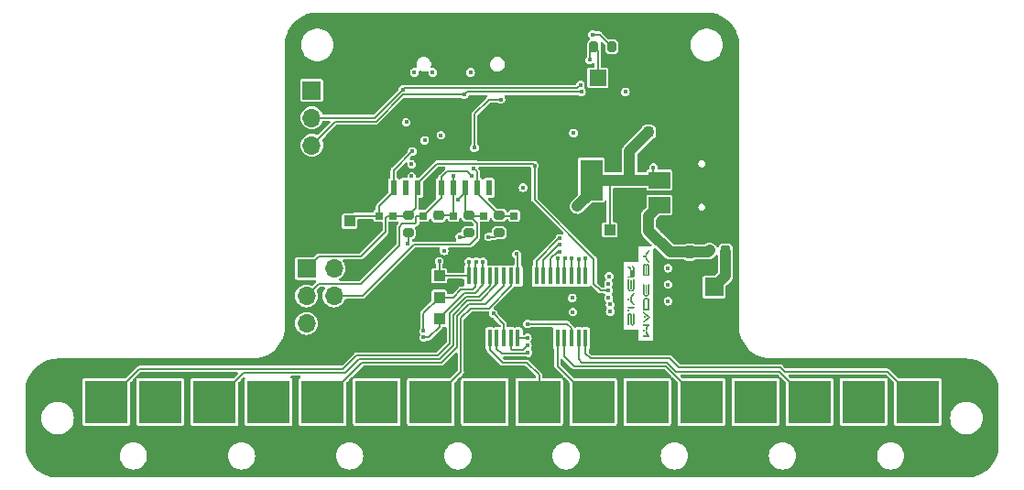
<source format=gbr>
%TF.GenerationSoftware,KiCad,Pcbnew,(7.0.0)*%
%TF.CreationDate,2024-08-27T08:05:47+05:30*%
%TF.ProjectId,Temperature Thing With Thermocouple 3V3,54656d70-6572-4617-9475-726520546869,v2.0.1*%
%TF.SameCoordinates,Original*%
%TF.FileFunction,Copper,L4,Bot*%
%TF.FilePolarity,Positive*%
%FSLAX46Y46*%
G04 Gerber Fmt 4.6, Leading zero omitted, Abs format (unit mm)*
G04 Created by KiCad (PCBNEW (7.0.0)) date 2024-08-27 08:05:47*
%MOMM*%
%LPD*%
G01*
G04 APERTURE LIST*
G04 Aperture macros list*
%AMRoundRect*
0 Rectangle with rounded corners*
0 $1 Rounding radius*
0 $2 $3 $4 $5 $6 $7 $8 $9 X,Y pos of 4 corners*
0 Add a 4 corners polygon primitive as box body*
4,1,4,$2,$3,$4,$5,$6,$7,$8,$9,$2,$3,0*
0 Add four circle primitives for the rounded corners*
1,1,$1+$1,$2,$3*
1,1,$1+$1,$4,$5*
1,1,$1+$1,$6,$7*
1,1,$1+$1,$8,$9*
0 Add four rect primitives between the rounded corners*
20,1,$1+$1,$2,$3,$4,$5,0*
20,1,$1+$1,$4,$5,$6,$7,0*
20,1,$1+$1,$6,$7,$8,$9,0*
20,1,$1+$1,$8,$9,$2,$3,0*%
G04 Aperture macros list end*
%ADD10C,0.250000*%
%TA.AperFunction,NonConductor*%
%ADD11C,0.250000*%
%TD*%
%TA.AperFunction,ComponentPad*%
%ADD12R,4.000000X4.000000*%
%TD*%
%TA.AperFunction,ComponentPad*%
%ADD13R,1.700000X1.700000*%
%TD*%
%TA.AperFunction,ComponentPad*%
%ADD14O,1.700000X1.700000*%
%TD*%
%TA.AperFunction,ComponentPad*%
%ADD15O,1.850000X1.050000*%
%TD*%
%TA.AperFunction,SMDPad,CuDef*%
%ADD16R,1.000000X1.000000*%
%TD*%
%TA.AperFunction,SMDPad,CuDef*%
%ADD17RoundRect,0.225000X-0.250000X0.225000X-0.250000X-0.225000X0.250000X-0.225000X0.250000X0.225000X0*%
%TD*%
%TA.AperFunction,SMDPad,CuDef*%
%ADD18RoundRect,0.200000X-0.275000X0.200000X-0.275000X-0.200000X0.275000X-0.200000X0.275000X0.200000X0*%
%TD*%
%TA.AperFunction,SMDPad,CuDef*%
%ADD19R,0.650000X0.650000*%
%TD*%
%TA.AperFunction,SMDPad,CuDef*%
%ADD20R,2.000000X1.500000*%
%TD*%
%TA.AperFunction,SMDPad,CuDef*%
%ADD21R,2.000000X3.800000*%
%TD*%
%TA.AperFunction,SMDPad,CuDef*%
%ADD22R,0.450000X1.600000*%
%TD*%
%TA.AperFunction,SMDPad,CuDef*%
%ADD23RoundRect,0.200000X0.200000X0.275000X-0.200000X0.275000X-0.200000X-0.275000X0.200000X-0.275000X0*%
%TD*%
%TA.AperFunction,SMDPad,CuDef*%
%ADD24RoundRect,0.225000X-0.225000X-0.375000X0.225000X-0.375000X0.225000X0.375000X-0.225000X0.375000X0*%
%TD*%
%TA.AperFunction,SMDPad,CuDef*%
%ADD25RoundRect,0.225000X-0.225000X-0.250000X0.225000X-0.250000X0.225000X0.250000X-0.225000X0.250000X0*%
%TD*%
%TA.AperFunction,SMDPad,CuDef*%
%ADD26R,1.500000X1.500000*%
%TD*%
%TA.AperFunction,SMDPad,CuDef*%
%ADD27RoundRect,0.200000X0.275000X-0.200000X0.275000X0.200000X-0.275000X0.200000X-0.275000X-0.200000X0*%
%TD*%
%TA.AperFunction,SMDPad,CuDef*%
%ADD28R,1.100000X2.400000*%
%TD*%
%TA.AperFunction,SMDPad,CuDef*%
%ADD29R,0.620000X1.400000*%
%TD*%
%TA.AperFunction,ViaPad*%
%ADD30C,0.400000*%
%TD*%
%TA.AperFunction,ViaPad*%
%ADD31C,0.600000*%
%TD*%
%TA.AperFunction,Conductor*%
%ADD32C,0.150000*%
%TD*%
%TA.AperFunction,Conductor*%
%ADD33C,1.000000*%
%TD*%
G04 APERTURE END LIST*
D10*
D11*
G36*
X149935488Y-108762350D02*
G01*
X149935725Y-108772517D01*
X149936434Y-108782500D01*
X149937617Y-108792301D01*
X149939762Y-108804293D01*
X149942645Y-108816000D01*
X149946269Y-108827420D01*
X149950631Y-108838554D01*
X149955696Y-108849260D01*
X149961274Y-108859548D01*
X149967364Y-108869420D01*
X149973968Y-108878873D01*
X149981084Y-108887909D01*
X149988713Y-108896528D01*
X149991908Y-108899859D01*
X150000278Y-108907763D01*
X150009053Y-108915143D01*
X150018233Y-108921998D01*
X150027819Y-108928329D01*
X150037811Y-108934134D01*
X150048208Y-108939415D01*
X150052480Y-108941380D01*
X150063456Y-108945743D01*
X150074705Y-108949366D01*
X150086229Y-108952250D01*
X150098028Y-108954394D01*
X150110100Y-108955799D01*
X150119956Y-108956390D01*
X150127463Y-108956523D01*
X150137504Y-108956287D01*
X150147353Y-108955577D01*
X150159397Y-108954024D01*
X150171143Y-108951732D01*
X150182591Y-108948700D01*
X150193740Y-108944929D01*
X150202445Y-108941380D01*
X150213069Y-108936309D01*
X150223263Y-108930714D01*
X150233028Y-108924593D01*
X150242364Y-108917948D01*
X150251270Y-108910778D01*
X150259747Y-108903084D01*
X150263018Y-108899859D01*
X150270916Y-108891407D01*
X150278278Y-108882538D01*
X150285103Y-108873251D01*
X150291392Y-108863547D01*
X150297144Y-108853425D01*
X150302359Y-108842886D01*
X150304295Y-108838554D01*
X150308728Y-108827420D01*
X150312409Y-108816000D01*
X150315339Y-108804293D01*
X150317518Y-108792301D01*
X150318720Y-108782500D01*
X150319442Y-108772517D01*
X150319682Y-108762350D01*
X150319682Y-107911652D01*
X150318909Y-107900264D01*
X150316591Y-107889545D01*
X150312727Y-107879495D01*
X150307317Y-107870116D01*
X150300362Y-107861406D01*
X150297700Y-107858652D01*
X150289222Y-107851181D01*
X150280092Y-107845257D01*
X150270309Y-107840877D01*
X150259873Y-107838044D01*
X150248785Y-107836756D01*
X150244944Y-107836670D01*
X150233546Y-107837443D01*
X150222802Y-107839761D01*
X150212709Y-107843625D01*
X150203270Y-107849035D01*
X150194483Y-107855990D01*
X150191699Y-107858652D01*
X150184311Y-107867138D01*
X150178452Y-107876294D01*
X150174122Y-107886120D01*
X150171320Y-107896616D01*
X150170046Y-107907782D01*
X150169961Y-107911652D01*
X150169961Y-108765525D01*
X150168792Y-108776264D01*
X150165286Y-108786191D01*
X150159442Y-108795307D01*
X150157993Y-108797033D01*
X150150759Y-108803644D01*
X150141543Y-108808453D01*
X150131086Y-108810590D01*
X150127707Y-108810710D01*
X150117556Y-108809375D01*
X150108168Y-108805368D01*
X150100371Y-108799477D01*
X150097909Y-108797033D01*
X150091770Y-108788912D01*
X150087305Y-108779209D01*
X150085320Y-108768791D01*
X150085209Y-108765525D01*
X150085209Y-107990299D01*
X150084968Y-107980124D01*
X150084247Y-107970118D01*
X150083045Y-107960280D01*
X150081362Y-107950609D01*
X150078582Y-107938757D01*
X150075051Y-107927168D01*
X150070768Y-107915840D01*
X150069822Y-107913606D01*
X150064739Y-107902625D01*
X150059107Y-107892121D01*
X150052927Y-107882093D01*
X150046199Y-107872543D01*
X150038921Y-107863470D01*
X150031096Y-107854874D01*
X150027812Y-107851569D01*
X150019336Y-107843600D01*
X150010395Y-107836179D01*
X150000989Y-107829308D01*
X149991118Y-107822985D01*
X149980782Y-107817210D01*
X149969981Y-107811984D01*
X149965530Y-107810047D01*
X149954185Y-107805615D01*
X149942589Y-107801933D01*
X149930743Y-107799003D01*
X149921086Y-107797200D01*
X149911269Y-107795877D01*
X149901291Y-107795036D01*
X149891153Y-107794675D01*
X149888593Y-107794660D01*
X149878370Y-107794901D01*
X149868336Y-107795622D01*
X149858494Y-107796824D01*
X149848843Y-107798507D01*
X149837047Y-107801287D01*
X149825549Y-107804818D01*
X149814349Y-107809101D01*
X149812145Y-107810047D01*
X149801363Y-107815054D01*
X149790998Y-107820609D01*
X149781051Y-107826713D01*
X149771521Y-107833365D01*
X149762408Y-107840566D01*
X149753713Y-107848315D01*
X149750352Y-107851569D01*
X149742389Y-107859974D01*
X149734987Y-107868857D01*
X149728145Y-107878216D01*
X149721863Y-107888052D01*
X149716142Y-107898366D01*
X149710982Y-107909157D01*
X149709075Y-107913606D01*
X149704853Y-107924946D01*
X149701347Y-107936523D01*
X149698556Y-107948339D01*
X149696839Y-107957964D01*
X149695579Y-107967741D01*
X149694778Y-107977671D01*
X149694435Y-107987754D01*
X149694420Y-107990299D01*
X149694420Y-108839531D01*
X149695185Y-108850928D01*
X149697477Y-108861673D01*
X149701298Y-108871765D01*
X149706648Y-108881205D01*
X149713526Y-108889992D01*
X149716158Y-108892776D01*
X149724727Y-108900163D01*
X149733949Y-108906022D01*
X149743824Y-108910353D01*
X149754351Y-108913155D01*
X149765531Y-108914429D01*
X149769403Y-108914514D01*
X149780709Y-108913749D01*
X149791362Y-108911457D01*
X149801362Y-108907636D01*
X149810710Y-108902286D01*
X149819406Y-108895408D01*
X149822159Y-108892776D01*
X149829630Y-108884206D01*
X149835554Y-108874984D01*
X149839934Y-108865110D01*
X149842767Y-108854582D01*
X149844055Y-108843403D01*
X149844141Y-108839531D01*
X149844141Y-107984437D01*
X149845405Y-107973770D01*
X149849198Y-107964058D01*
X149855518Y-107955299D01*
X149857086Y-107953662D01*
X149864812Y-107947287D01*
X149874438Y-107942650D01*
X149884041Y-107940679D01*
X149888593Y-107940473D01*
X149899219Y-107941516D01*
X149908841Y-107944646D01*
X149917457Y-107949863D01*
X149921810Y-107953662D01*
X149928422Y-107961429D01*
X149933231Y-107970874D01*
X149935368Y-107981178D01*
X149935488Y-107984437D01*
X149935488Y-108762350D01*
G37*
G36*
X149756946Y-107671806D02*
G01*
X149768937Y-107671144D01*
X149780331Y-107669158D01*
X149791129Y-107665849D01*
X149801330Y-107661216D01*
X149810935Y-107655259D01*
X149819944Y-107647978D01*
X149823381Y-107644695D01*
X149831261Y-107635854D01*
X149837806Y-107626429D01*
X149843015Y-107616420D01*
X149846889Y-107605826D01*
X149849427Y-107594648D01*
X149850629Y-107582885D01*
X149850736Y-107578017D01*
X149850068Y-107566026D01*
X149848064Y-107554632D01*
X149844725Y-107543835D01*
X149840050Y-107533633D01*
X149834039Y-107524028D01*
X149826693Y-107515019D01*
X149823381Y-107511583D01*
X149814610Y-107503702D01*
X149805244Y-107497157D01*
X149795281Y-107491948D01*
X149784721Y-107488074D01*
X149773566Y-107485536D01*
X149761814Y-107484334D01*
X149756946Y-107484227D01*
X149744950Y-107484895D01*
X149733538Y-107486899D01*
X149722711Y-107490238D01*
X149712468Y-107494913D01*
X149702809Y-107500924D01*
X149693734Y-107508270D01*
X149690268Y-107511583D01*
X149682458Y-107520353D01*
X149675971Y-107529720D01*
X149670809Y-107539683D01*
X149666970Y-107550242D01*
X149664455Y-107561397D01*
X149663263Y-107573149D01*
X149663157Y-107578017D01*
X149663819Y-107590013D01*
X149665805Y-107601425D01*
X149669114Y-107612252D01*
X149673747Y-107622496D01*
X149679704Y-107632154D01*
X149686985Y-107641229D01*
X149690268Y-107644695D01*
X149699109Y-107652505D01*
X149708534Y-107658992D01*
X149718543Y-107664155D01*
X149729137Y-107667993D01*
X149740315Y-107670509D01*
X149752078Y-107671700D01*
X149756946Y-107671806D01*
G37*
G36*
X149769403Y-107212385D02*
G01*
X149758005Y-107213141D01*
X149747261Y-107215408D01*
X149737169Y-107219186D01*
X149727729Y-107224475D01*
X149718942Y-107231276D01*
X149716158Y-107233879D01*
X149708771Y-107242165D01*
X149702912Y-107251086D01*
X149698581Y-107260643D01*
X149695779Y-107270836D01*
X149694505Y-107281663D01*
X149694420Y-107285414D01*
X149695185Y-107296536D01*
X149697477Y-107307006D01*
X149701298Y-107316824D01*
X149706648Y-107325989D01*
X149713526Y-107334501D01*
X149716158Y-107337193D01*
X149724727Y-107344332D01*
X149733949Y-107349993D01*
X149743824Y-107354178D01*
X149754351Y-107356885D01*
X149765531Y-107358116D01*
X149769403Y-107358198D01*
X150244699Y-107358198D01*
X150256088Y-107357460D01*
X150266807Y-107355244D01*
X150276856Y-107351552D01*
X150286236Y-107346383D01*
X150294946Y-107339737D01*
X150297700Y-107337193D01*
X150305171Y-107328899D01*
X150311095Y-107319951D01*
X150315475Y-107310351D01*
X150318308Y-107300099D01*
X150319596Y-107289194D01*
X150319682Y-107285414D01*
X150318909Y-107274374D01*
X150316591Y-107263970D01*
X150312727Y-107254201D01*
X150307317Y-107245068D01*
X150300362Y-107236570D01*
X150297700Y-107233879D01*
X150289214Y-107226574D01*
X150280057Y-107220781D01*
X150270231Y-107216499D01*
X150259736Y-107213728D01*
X150248570Y-107212469D01*
X150244699Y-107212385D01*
X149769403Y-107212385D01*
G37*
G36*
X149756946Y-106600068D02*
G01*
X149768937Y-106599400D01*
X149780331Y-106597397D01*
X149791129Y-106594058D01*
X149801330Y-106589383D01*
X149810935Y-106583372D01*
X149819944Y-106576026D01*
X149823381Y-106572713D01*
X149831261Y-106563878D01*
X149837806Y-106554471D01*
X149843015Y-106544492D01*
X149846889Y-106533940D01*
X149849427Y-106522815D01*
X149850629Y-106511118D01*
X149850736Y-106506279D01*
X149850068Y-106494289D01*
X149848064Y-106482895D01*
X149844725Y-106472097D01*
X149840050Y-106461896D01*
X149834039Y-106452290D01*
X149826693Y-106443282D01*
X149823381Y-106439845D01*
X149814610Y-106431964D01*
X149805244Y-106425419D01*
X149795281Y-106420210D01*
X149784721Y-106416337D01*
X149773566Y-106413799D01*
X149761814Y-106412597D01*
X149756946Y-106412490D01*
X149744950Y-106413158D01*
X149733538Y-106415161D01*
X149722711Y-106418500D01*
X149712468Y-106423175D01*
X149702809Y-106429186D01*
X149693734Y-106436532D01*
X149690268Y-106439845D01*
X149682458Y-106448615D01*
X149675971Y-106457982D01*
X149670809Y-106467945D01*
X149666970Y-106478504D01*
X149664455Y-106489660D01*
X149663263Y-106501411D01*
X149663157Y-106506279D01*
X149663819Y-106518205D01*
X149665805Y-106529558D01*
X149669114Y-106540340D01*
X149673747Y-106550548D01*
X149679704Y-106560184D01*
X149686985Y-106569248D01*
X149690268Y-106572713D01*
X149699109Y-106580594D01*
X149708534Y-106587139D01*
X149718543Y-106592348D01*
X149729137Y-106596222D01*
X149740315Y-106598759D01*
X149752078Y-106599961D01*
X149756946Y-106600068D01*
G37*
G36*
X150069577Y-106512629D02*
G01*
X150069620Y-106502622D01*
X150069749Y-106492843D01*
X150070054Y-106480158D01*
X150070512Y-106467877D01*
X150071123Y-106456000D01*
X150071886Y-106444529D01*
X150072802Y-106433461D01*
X150073871Y-106422799D01*
X150074462Y-106417619D01*
X150076015Y-106407216D01*
X150078111Y-106396645D01*
X150080748Y-106385906D01*
X150083927Y-106374999D01*
X150087647Y-106363924D01*
X150091910Y-106352681D01*
X150096715Y-106341270D01*
X150102062Y-106329692D01*
X150106479Y-106320822D01*
X150111304Y-106311708D01*
X150116537Y-106302349D01*
X150122177Y-106292746D01*
X150128226Y-106282898D01*
X150134682Y-106272805D01*
X150141547Y-106262467D01*
X150148819Y-106251885D01*
X150156499Y-106241058D01*
X150164587Y-106229986D01*
X150170205Y-106222469D01*
X150179087Y-106210848D01*
X150185361Y-106202807D01*
X150191917Y-106194531D01*
X150198756Y-106186021D01*
X150205877Y-106177276D01*
X150213281Y-106168296D01*
X150220967Y-106159081D01*
X150228935Y-106149632D01*
X150237186Y-106139948D01*
X150245719Y-106130030D01*
X150254535Y-106119877D01*
X150263633Y-106109489D01*
X150273013Y-106098866D01*
X150282676Y-106088009D01*
X150292622Y-106076917D01*
X150297700Y-106071283D01*
X150304033Y-106063104D01*
X150310215Y-106053258D01*
X150314852Y-106043377D01*
X150317943Y-106033463D01*
X150319489Y-106023514D01*
X150319682Y-106018526D01*
X150318901Y-106007137D01*
X150316556Y-105996418D01*
X150312650Y-105986369D01*
X150307180Y-105976990D01*
X150300147Y-105968280D01*
X150297456Y-105965525D01*
X150288869Y-105958055D01*
X150279596Y-105952130D01*
X150269635Y-105947751D01*
X150258988Y-105944917D01*
X150247653Y-105943629D01*
X150243722Y-105943544D01*
X150232922Y-105944378D01*
X150222504Y-105946883D01*
X150213454Y-105950564D01*
X150210505Y-105952092D01*
X150201318Y-105957793D01*
X150192989Y-105964209D01*
X150185518Y-105971341D01*
X150184127Y-105972853D01*
X150174283Y-105983831D01*
X150164656Y-105994663D01*
X150155247Y-106005348D01*
X150146056Y-106015885D01*
X150137082Y-106026276D01*
X150128325Y-106036520D01*
X150119786Y-106046617D01*
X150111465Y-106056567D01*
X150103361Y-106066370D01*
X150095475Y-106076026D01*
X150087806Y-106085535D01*
X150080355Y-106094898D01*
X150073121Y-106104113D01*
X150066104Y-106113182D01*
X150059306Y-106122103D01*
X150052725Y-106130878D01*
X150046334Y-106139551D01*
X150040108Y-106148169D01*
X150034046Y-106156732D01*
X150028148Y-106165240D01*
X150022414Y-106173692D01*
X150016844Y-106182089D01*
X150011438Y-106190430D01*
X150006196Y-106198716D01*
X149998641Y-106211042D01*
X149991456Y-106223243D01*
X149984639Y-106235319D01*
X149978192Y-106247271D01*
X149972114Y-106259098D01*
X149970170Y-106263013D01*
X149964555Y-106274670D01*
X149959248Y-106286283D01*
X149954251Y-106297854D01*
X149949562Y-106309381D01*
X149945183Y-106320866D01*
X149941113Y-106332308D01*
X149937352Y-106343706D01*
X149933900Y-106355062D01*
X149930758Y-106366375D01*
X149927924Y-106377645D01*
X149926207Y-106385135D01*
X149923893Y-106396382D01*
X149921808Y-106407775D01*
X149919949Y-106419314D01*
X149918318Y-106430999D01*
X149916915Y-106442830D01*
X149915740Y-106454807D01*
X149914792Y-106466930D01*
X149914071Y-106479199D01*
X149913578Y-106491614D01*
X149913312Y-106504174D01*
X149913262Y-106512629D01*
X149913369Y-106526082D01*
X149913691Y-106539328D01*
X149914228Y-106552368D01*
X149914979Y-106565203D01*
X149915945Y-106577831D01*
X149917126Y-106590253D01*
X149918521Y-106602469D01*
X149920131Y-106614479D01*
X149921956Y-106626282D01*
X149923995Y-106637880D01*
X149925474Y-106645498D01*
X149927977Y-106656815D01*
X149930815Y-106668146D01*
X149933988Y-106679490D01*
X149937495Y-106690847D01*
X149941338Y-106702216D01*
X149945515Y-106713598D01*
X149950028Y-106724994D01*
X149954875Y-106736402D01*
X149960057Y-106747823D01*
X149965574Y-106759256D01*
X149969438Y-106766886D01*
X149975524Y-106778362D01*
X149981966Y-106789984D01*
X149988764Y-106801752D01*
X149995919Y-106813666D01*
X150003430Y-106825726D01*
X150011298Y-106837932D01*
X150016741Y-106846151D01*
X150022342Y-106854434D01*
X150028102Y-106862782D01*
X150034020Y-106871195D01*
X150040096Y-106879673D01*
X150046331Y-106888216D01*
X150052725Y-106896823D01*
X150059306Y-106905514D01*
X150066104Y-106914367D01*
X150073121Y-106923382D01*
X150080355Y-106932559D01*
X150087806Y-106941899D01*
X150095475Y-106951400D01*
X150103361Y-106961064D01*
X150111465Y-106970890D01*
X150119786Y-106980878D01*
X150128325Y-106991029D01*
X150137082Y-107001341D01*
X150146056Y-107011816D01*
X150155247Y-107022453D01*
X150164656Y-107033252D01*
X150174283Y-107044213D01*
X150184127Y-107055337D01*
X150191426Y-107062612D01*
X150199583Y-107069171D01*
X150208599Y-107075015D01*
X150210505Y-107076098D01*
X150219453Y-107080230D01*
X150229757Y-107083235D01*
X150240442Y-107084571D01*
X150243722Y-107084646D01*
X150255286Y-107083882D01*
X150266162Y-107081589D01*
X150276352Y-107077768D01*
X150285854Y-107072419D01*
X150294670Y-107065541D01*
X150297456Y-107062909D01*
X150305009Y-107054339D01*
X150311000Y-107045117D01*
X150315428Y-107035242D01*
X150318293Y-107024715D01*
X150319595Y-107013535D01*
X150319682Y-107009664D01*
X150318903Y-106999182D01*
X150316565Y-106989566D01*
X150313087Y-106981576D01*
X150307981Y-106972302D01*
X150302697Y-106963922D01*
X150297944Y-106957151D01*
X150288006Y-106946090D01*
X150278340Y-106935253D01*
X150268947Y-106924642D01*
X150259827Y-106914256D01*
X150250980Y-106904095D01*
X150242406Y-106894160D01*
X150234104Y-106884449D01*
X150226076Y-106874964D01*
X150218320Y-106865703D01*
X150210837Y-106856668D01*
X150203628Y-106847858D01*
X150196690Y-106839274D01*
X150190026Y-106830914D01*
X150183635Y-106822780D01*
X150177516Y-106814870D01*
X150171671Y-106807186D01*
X150163352Y-106795945D01*
X150155433Y-106784935D01*
X150147914Y-106774158D01*
X150140793Y-106763612D01*
X150134072Y-106753298D01*
X150127750Y-106743216D01*
X150121827Y-106733365D01*
X150116304Y-106723747D01*
X150111180Y-106714360D01*
X150106455Y-106705205D01*
X150103527Y-106699231D01*
X150098169Y-106687461D01*
X150093330Y-106675845D01*
X150089010Y-106664381D01*
X150085209Y-106653069D01*
X150081927Y-106641910D01*
X150079164Y-106630904D01*
X150076920Y-106620050D01*
X150075195Y-106609350D01*
X150073878Y-106598542D01*
X150072737Y-106587368D01*
X150071772Y-106575827D01*
X150070982Y-106563920D01*
X150070367Y-106551647D01*
X150069928Y-106539008D01*
X150069665Y-106526002D01*
X150069583Y-106516007D01*
X150069577Y-106512629D01*
G37*
G36*
X150085209Y-104815630D02*
G01*
X150084445Y-104804241D01*
X150082152Y-104793522D01*
X150078331Y-104783473D01*
X150072981Y-104774094D01*
X150066104Y-104765384D01*
X150063471Y-104762629D01*
X150054985Y-104755242D01*
X150045829Y-104749383D01*
X150036003Y-104745053D01*
X150025507Y-104742250D01*
X150014341Y-104740977D01*
X150010471Y-104740892D01*
X149999073Y-104741656D01*
X149988328Y-104743949D01*
X149978236Y-104747770D01*
X149968797Y-104753119D01*
X149960010Y-104759997D01*
X149957226Y-104762629D01*
X149949838Y-104771116D01*
X149943979Y-104780272D01*
X149939649Y-104790098D01*
X149936847Y-104800594D01*
X149935573Y-104811759D01*
X149935488Y-104815630D01*
X149935488Y-105510257D01*
X149936252Y-105521571D01*
X149938545Y-105532250D01*
X149942366Y-105542294D01*
X149947715Y-105551702D01*
X149954593Y-105560474D01*
X149957226Y-105563257D01*
X149965795Y-105570645D01*
X149975017Y-105576504D01*
X149984892Y-105580834D01*
X149995419Y-105583636D01*
X150006599Y-105584910D01*
X150010471Y-105584995D01*
X150021859Y-105584231D01*
X150032578Y-105581938D01*
X150042628Y-105578117D01*
X150052007Y-105572768D01*
X150060717Y-105565890D01*
X150063471Y-105563257D01*
X150070859Y-105554697D01*
X150076718Y-105545500D01*
X150081048Y-105535669D01*
X150083850Y-105525201D01*
X150085124Y-105514099D01*
X150085209Y-105510257D01*
X150085209Y-104815630D01*
G37*
G36*
X150169961Y-105524667D02*
G01*
X150169702Y-105536047D01*
X150168923Y-105546863D01*
X150167626Y-105557113D01*
X150165809Y-105566799D01*
X150162808Y-105578112D01*
X150158997Y-105588542D01*
X150154374Y-105598090D01*
X150153353Y-105599894D01*
X150148054Y-105608532D01*
X150142386Y-105616585D01*
X150135095Y-105625478D01*
X150127273Y-105633530D01*
X150118918Y-105640740D01*
X150113053Y-105645079D01*
X150103988Y-105650855D01*
X150094563Y-105655909D01*
X150084777Y-105660243D01*
X150074630Y-105663855D01*
X150064123Y-105666746D01*
X150060540Y-105667549D01*
X150049879Y-105669624D01*
X150039509Y-105671270D01*
X150029431Y-105672486D01*
X150019645Y-105673274D01*
X150008597Y-105673649D01*
X150007051Y-105673655D01*
X149996155Y-105673363D01*
X149984838Y-105672486D01*
X149974803Y-105671270D01*
X149964459Y-105669624D01*
X149953806Y-105667549D01*
X149943170Y-105664899D01*
X149932878Y-105661527D01*
X149922929Y-105657434D01*
X149913323Y-105652620D01*
X149904061Y-105647084D01*
X149901050Y-105645079D01*
X149892414Y-105638430D01*
X149884277Y-105630939D01*
X149876638Y-105622608D01*
X149869497Y-105613434D01*
X149863926Y-105605147D01*
X149860750Y-105599894D01*
X149855965Y-105590522D01*
X149851991Y-105580269D01*
X149848829Y-105569132D01*
X149846477Y-105557113D01*
X149845179Y-105546863D01*
X149844401Y-105536047D01*
X149844141Y-105524667D01*
X149844141Y-104753348D01*
X149843368Y-104742034D01*
X149841050Y-104731355D01*
X149837186Y-104721311D01*
X149831776Y-104711903D01*
X149824821Y-104703131D01*
X149822159Y-104700347D01*
X149813681Y-104692877D01*
X149804551Y-104686952D01*
X149794768Y-104682573D01*
X149784332Y-104679739D01*
X149773244Y-104678451D01*
X149769403Y-104678366D01*
X149758005Y-104679138D01*
X149747261Y-104681457D01*
X149737169Y-104685321D01*
X149727729Y-104690730D01*
X149718942Y-104697686D01*
X149716158Y-104700347D01*
X149708771Y-104708908D01*
X149702912Y-104718105D01*
X149698581Y-104727936D01*
X149695779Y-104738404D01*
X149694505Y-104749506D01*
X149694420Y-104753348D01*
X149694420Y-105568387D01*
X149694674Y-105579445D01*
X149695434Y-105590271D01*
X149696700Y-105600866D01*
X149698473Y-105611228D01*
X149700753Y-105621359D01*
X149703539Y-105631258D01*
X149706832Y-105640925D01*
X149710632Y-105650361D01*
X149714938Y-105659564D01*
X149719751Y-105668536D01*
X149723241Y-105674388D01*
X149728832Y-105682965D01*
X149734707Y-105691292D01*
X149740865Y-105699371D01*
X149747307Y-105707200D01*
X149754031Y-105714781D01*
X149761039Y-105722113D01*
X149768331Y-105729195D01*
X149775906Y-105736029D01*
X149783764Y-105742613D01*
X149791906Y-105748949D01*
X149797491Y-105753034D01*
X149806097Y-105758946D01*
X149814879Y-105764592D01*
X149823837Y-105769971D01*
X149832971Y-105775085D01*
X149842281Y-105779932D01*
X149851767Y-105784513D01*
X149861429Y-105788828D01*
X149871267Y-105792876D01*
X149881282Y-105796659D01*
X149891472Y-105800175D01*
X149898363Y-105802371D01*
X149908781Y-105805427D01*
X149919151Y-105808182D01*
X149929475Y-105810636D01*
X149939751Y-105812790D01*
X149949980Y-105814643D01*
X149960161Y-105816196D01*
X149970296Y-105817448D01*
X149980383Y-105818400D01*
X149990423Y-105819051D01*
X150000416Y-105819401D01*
X150007051Y-105819468D01*
X150017268Y-105819311D01*
X150027493Y-105818841D01*
X150037727Y-105818058D01*
X150047969Y-105816961D01*
X150058220Y-105815551D01*
X150068480Y-105813827D01*
X150078748Y-105811790D01*
X150089025Y-105809439D01*
X150099311Y-105806775D01*
X150109605Y-105803798D01*
X150116472Y-105801638D01*
X150126688Y-105798152D01*
X150136728Y-105794377D01*
X150146592Y-105790315D01*
X150156280Y-105785965D01*
X150165792Y-105781327D01*
X150175127Y-105776402D01*
X150184287Y-105771189D01*
X150193271Y-105765689D01*
X150202079Y-105759901D01*
X150210711Y-105753825D01*
X150216367Y-105749615D01*
X150224698Y-105743029D01*
X150232745Y-105736185D01*
X150240509Y-105729084D01*
X150247989Y-105721725D01*
X150255186Y-105714109D01*
X150262100Y-105706235D01*
X150268730Y-105698103D01*
X150275077Y-105689714D01*
X150281141Y-105681067D01*
X150286921Y-105672163D01*
X150290617Y-105666084D01*
X150295811Y-105656719D01*
X150300495Y-105647127D01*
X150304667Y-105637308D01*
X150308329Y-105627261D01*
X150311479Y-105616986D01*
X150314119Y-105606484D01*
X150316248Y-105595754D01*
X150317865Y-105584797D01*
X150318972Y-105573612D01*
X150319568Y-105562199D01*
X150319682Y-105554465D01*
X150319682Y-104753348D01*
X150318909Y-104742034D01*
X150316591Y-104731355D01*
X150312727Y-104721311D01*
X150307317Y-104711903D01*
X150300362Y-104703131D01*
X150297700Y-104700347D01*
X150289222Y-104692877D01*
X150280092Y-104686952D01*
X150270309Y-104682573D01*
X150259873Y-104679739D01*
X150248785Y-104678451D01*
X150244944Y-104678366D01*
X150233546Y-104679138D01*
X150222802Y-104681457D01*
X150212709Y-104685321D01*
X150203270Y-104690730D01*
X150194483Y-104697686D01*
X150191699Y-104700347D01*
X150184311Y-104708908D01*
X150178452Y-104718105D01*
X150174122Y-104727936D01*
X150171320Y-104738404D01*
X150170046Y-104749506D01*
X150169961Y-104753348D01*
X150169961Y-105524667D01*
G37*
G36*
X149770136Y-103443474D02*
G01*
X149758647Y-103444247D01*
X149747810Y-103446565D01*
X149737626Y-103450429D01*
X149728095Y-103455839D01*
X149719217Y-103462794D01*
X149716402Y-103465456D01*
X149708932Y-103474025D01*
X149703007Y-103483247D01*
X149698628Y-103493122D01*
X149695794Y-103503649D01*
X149694506Y-103514829D01*
X149694420Y-103518701D01*
X149695200Y-103529240D01*
X149697537Y-103539029D01*
X149701015Y-103547277D01*
X149705924Y-103555749D01*
X149712135Y-103564399D01*
X149717379Y-103570480D01*
X149724939Y-103577666D01*
X149732611Y-103583878D01*
X149733011Y-103584158D01*
X149742196Y-103591255D01*
X149751127Y-103598381D01*
X149759804Y-103605536D01*
X149768227Y-103612719D01*
X149776397Y-103619931D01*
X149784313Y-103627171D01*
X149791975Y-103634440D01*
X149799384Y-103641738D01*
X149806538Y-103649064D01*
X149813439Y-103656419D01*
X149820086Y-103663803D01*
X149826479Y-103671215D01*
X149835593Y-103682387D01*
X149844136Y-103693623D01*
X149849515Y-103701150D01*
X149857257Y-103712472D01*
X149864638Y-103723905D01*
X149871660Y-103735449D01*
X149878320Y-103747106D01*
X149884620Y-103758874D01*
X149890559Y-103770753D01*
X149896137Y-103782745D01*
X149901355Y-103794848D01*
X149906212Y-103807062D01*
X149910709Y-103819388D01*
X149913506Y-103827668D01*
X149917435Y-103840151D01*
X149920977Y-103852781D01*
X149924132Y-103865556D01*
X149926901Y-103878478D01*
X149929284Y-103891545D01*
X149931281Y-103904759D01*
X149932891Y-103918118D01*
X149934114Y-103931624D01*
X149934951Y-103945275D01*
X149935402Y-103959072D01*
X149935488Y-103968352D01*
X149935488Y-103982420D01*
X149935488Y-103996691D01*
X149935488Y-104011163D01*
X149935488Y-104025837D01*
X149935488Y-104035731D01*
X149935488Y-104045716D01*
X149935488Y-104055790D01*
X149935488Y-104065953D01*
X149935488Y-104076207D01*
X149935488Y-104086550D01*
X149935488Y-104096983D01*
X149935488Y-104107505D01*
X149935488Y-104118117D01*
X149935488Y-104128819D01*
X149935488Y-104407500D01*
X149770380Y-104407500D01*
X149758891Y-104408273D01*
X149748054Y-104410592D01*
X149737871Y-104414455D01*
X149728340Y-104419865D01*
X149719461Y-104426820D01*
X149716646Y-104429482D01*
X149709093Y-104437974D01*
X149703102Y-104446965D01*
X149698675Y-104456453D01*
X149695809Y-104466439D01*
X149694507Y-104476923D01*
X149694420Y-104480529D01*
X149695185Y-104491652D01*
X149697477Y-104502122D01*
X149701298Y-104511939D01*
X149706648Y-104521104D01*
X149713526Y-104529616D01*
X149716158Y-104532308D01*
X149724727Y-104539447D01*
X149733949Y-104545108D01*
X149743824Y-104549293D01*
X149754351Y-104552000D01*
X149765531Y-104553231D01*
X149769403Y-104553313D01*
X150128684Y-104553313D01*
X150139419Y-104553065D01*
X150149887Y-104552321D01*
X150160088Y-104551081D01*
X150170022Y-104549344D01*
X150179689Y-104547112D01*
X150189088Y-104544383D01*
X150200462Y-104540275D01*
X150207086Y-104537437D01*
X150217821Y-104532185D01*
X150228042Y-104526504D01*
X150237751Y-104520393D01*
X150246947Y-104513853D01*
X150255630Y-104506883D01*
X150263801Y-104499484D01*
X150266926Y-104496405D01*
X150274442Y-104488447D01*
X150281423Y-104480143D01*
X150287866Y-104471493D01*
X150293773Y-104462497D01*
X150299143Y-104453155D01*
X150303977Y-104443468D01*
X150305760Y-104439496D01*
X150309771Y-104429415D01*
X150313102Y-104419322D01*
X150315753Y-104409217D01*
X150317724Y-104399101D01*
X150319016Y-104388972D01*
X150319628Y-104378831D01*
X150319682Y-104374772D01*
X150319682Y-103644486D01*
X150319445Y-103634357D01*
X150318736Y-103624366D01*
X150317552Y-103614512D01*
X150315896Y-103604796D01*
X150313767Y-103595217D01*
X150311164Y-103585776D01*
X150308088Y-103576472D01*
X150304539Y-103567305D01*
X150300589Y-103558344D01*
X150295190Y-103547530D01*
X150289279Y-103537145D01*
X150282854Y-103527189D01*
X150275917Y-103517663D01*
X150268467Y-103508565D01*
X150263750Y-103503313D01*
X150255516Y-103494969D01*
X150246839Y-103487185D01*
X150237722Y-103479961D01*
X150228163Y-103473298D01*
X150218164Y-103467196D01*
X150207722Y-103461654D01*
X150203422Y-103459594D01*
X150192517Y-103454950D01*
X150181326Y-103451093D01*
X150169849Y-103448023D01*
X150158085Y-103445741D01*
X150146035Y-103444245D01*
X150136189Y-103443615D01*
X150128684Y-103443474D01*
X150117544Y-103444221D01*
X150107023Y-103446462D01*
X150097120Y-103450197D01*
X150087834Y-103455426D01*
X150079168Y-103462150D01*
X150076416Y-103464723D01*
X150069112Y-103473018D01*
X150063319Y-103481965D01*
X150059037Y-103491565D01*
X150056266Y-103501817D01*
X150055007Y-103512722D01*
X150054923Y-103516502D01*
X150055670Y-103527542D01*
X150057911Y-103537946D01*
X150061646Y-103547715D01*
X150066875Y-103556848D01*
X150073599Y-103565346D01*
X150076172Y-103568038D01*
X150084458Y-103575259D01*
X150093380Y-103580986D01*
X150102936Y-103585220D01*
X150113129Y-103587959D01*
X150123957Y-103589204D01*
X150127707Y-103589287D01*
X150137715Y-103590527D01*
X150147512Y-103594756D01*
X150155317Y-103601206D01*
X150156039Y-103601987D01*
X150162436Y-103610331D01*
X150166973Y-103619485D01*
X150169649Y-103629450D01*
X150169961Y-103631541D01*
X150169961Y-104371352D01*
X150169124Y-104381488D01*
X150165977Y-104391457D01*
X150162878Y-104396509D01*
X150155916Y-104403425D01*
X150147247Y-104407500D01*
X150085209Y-104407500D01*
X150085209Y-104128819D01*
X150085154Y-104113373D01*
X150084988Y-104098113D01*
X150084711Y-104083041D01*
X150084323Y-104068155D01*
X150083825Y-104053457D01*
X150083217Y-104038945D01*
X150082497Y-104024621D01*
X150081667Y-104010484D01*
X150080727Y-103996533D01*
X150079675Y-103982770D01*
X150078513Y-103969193D01*
X150077240Y-103955804D01*
X150075857Y-103942601D01*
X150074363Y-103929586D01*
X150072758Y-103916757D01*
X150071043Y-103904116D01*
X150069201Y-103891611D01*
X150067219Y-103879253D01*
X150065095Y-103867041D01*
X150062830Y-103854977D01*
X150060424Y-103843060D01*
X150057877Y-103831289D01*
X150055188Y-103819666D01*
X150052358Y-103808189D01*
X150049387Y-103796860D01*
X150046275Y-103785677D01*
X150043022Y-103774641D01*
X150039627Y-103763752D01*
X150036091Y-103753011D01*
X150032414Y-103742416D01*
X150028596Y-103731968D01*
X150024637Y-103721666D01*
X150020558Y-103711506D01*
X150016321Y-103701478D01*
X150011926Y-103691584D01*
X150007372Y-103681824D01*
X150002660Y-103672198D01*
X149997789Y-103662705D01*
X149992760Y-103653345D01*
X149987573Y-103644119D01*
X149982227Y-103635027D01*
X149976723Y-103626068D01*
X149971061Y-103617243D01*
X149965240Y-103608551D01*
X149959261Y-103599993D01*
X149953123Y-103591569D01*
X149946827Y-103583278D01*
X149940373Y-103575121D01*
X149933749Y-103567053D01*
X149926943Y-103559092D01*
X149919957Y-103551238D01*
X149912789Y-103543491D01*
X149905439Y-103535851D01*
X149897909Y-103528318D01*
X149890197Y-103520891D01*
X149882304Y-103513571D01*
X149874230Y-103506359D01*
X149865974Y-103499253D01*
X149857537Y-103492254D01*
X149848919Y-103485361D01*
X149840120Y-103478576D01*
X149831139Y-103471898D01*
X149821977Y-103465326D01*
X149812634Y-103458861D01*
X149803755Y-103452865D01*
X149794642Y-103448342D01*
X149785295Y-103445292D01*
X149774327Y-103443609D01*
X149770136Y-103443474D01*
G37*
D10*
D11*
G36*
X151172578Y-109506838D02*
G01*
X151184568Y-109506176D01*
X151195962Y-109504190D01*
X151206760Y-109500881D01*
X151216962Y-109496248D01*
X151226567Y-109490291D01*
X151235575Y-109483010D01*
X151239012Y-109479727D01*
X151246893Y-109470886D01*
X151253438Y-109461461D01*
X151258647Y-109451452D01*
X151262520Y-109440858D01*
X151265058Y-109429680D01*
X151266260Y-109417917D01*
X151266367Y-109413049D01*
X151265699Y-109401123D01*
X151263696Y-109389769D01*
X151260357Y-109378988D01*
X151255682Y-109368780D01*
X151249671Y-109359144D01*
X151242325Y-109350080D01*
X151239012Y-109346615D01*
X151230242Y-109338734D01*
X151220875Y-109332189D01*
X151210912Y-109326980D01*
X151200353Y-109323106D01*
X151189197Y-109320568D01*
X151177446Y-109319366D01*
X151172578Y-109319259D01*
X151160582Y-109319927D01*
X151149170Y-109321931D01*
X151138342Y-109325270D01*
X151128099Y-109329945D01*
X151118440Y-109335956D01*
X151109366Y-109343302D01*
X151105900Y-109346615D01*
X151098089Y-109355449D01*
X151091603Y-109364857D01*
X151086440Y-109374836D01*
X151082601Y-109385388D01*
X151080086Y-109396513D01*
X151078895Y-109408210D01*
X151078789Y-109413049D01*
X151079451Y-109425045D01*
X151081436Y-109436457D01*
X151084746Y-109447284D01*
X151089379Y-109457528D01*
X151095336Y-109467186D01*
X151102617Y-109476261D01*
X151105900Y-109479727D01*
X151114740Y-109487537D01*
X151124165Y-109494024D01*
X151134175Y-109499187D01*
X151144769Y-109503026D01*
X151155947Y-109505541D01*
X151167709Y-109506732D01*
X151172578Y-109506838D01*
G37*
G36*
X151170868Y-109861234D02*
G01*
X151161108Y-109861753D01*
X151150026Y-109863745D01*
X151139630Y-109867231D01*
X151129921Y-109872212D01*
X151120900Y-109878686D01*
X151116646Y-109882483D01*
X151109093Y-109890778D01*
X151103102Y-109899725D01*
X151098675Y-109909325D01*
X151095809Y-109919578D01*
X151094507Y-109930483D01*
X151094420Y-109934263D01*
X151095185Y-109945386D01*
X151097477Y-109955856D01*
X151101298Y-109965673D01*
X151106648Y-109974838D01*
X151113526Y-109983350D01*
X151116158Y-109986042D01*
X151124727Y-109993181D01*
X151133949Y-109998842D01*
X151143824Y-110003027D01*
X151154351Y-110005735D01*
X151165531Y-110006965D01*
X151169403Y-110007047D01*
X151644699Y-110007047D01*
X151656088Y-110006283D01*
X151666807Y-110003990D01*
X151676856Y-110000169D01*
X151686236Y-109994820D01*
X151694946Y-109987942D01*
X151697700Y-109985310D01*
X151705171Y-109976823D01*
X151711095Y-109967667D01*
X151715475Y-109957841D01*
X151718308Y-109947345D01*
X151719596Y-109936180D01*
X151719682Y-109932309D01*
X151718960Y-109921966D01*
X151716796Y-109912432D01*
X151713576Y-109904465D01*
X151708802Y-109895192D01*
X151703762Y-109886812D01*
X151699166Y-109880041D01*
X151689888Y-109869023D01*
X151680863Y-109858197D01*
X151672089Y-109847561D01*
X151663567Y-109837115D01*
X151655297Y-109826861D01*
X151647279Y-109816797D01*
X151639513Y-109806925D01*
X151631999Y-109797243D01*
X151624736Y-109787752D01*
X151617726Y-109778451D01*
X151610967Y-109769342D01*
X151604460Y-109760423D01*
X151598206Y-109751695D01*
X151592202Y-109743158D01*
X151586451Y-109734812D01*
X151580952Y-109726657D01*
X151573127Y-109714670D01*
X151565679Y-109702889D01*
X151558610Y-109691314D01*
X151551918Y-109679945D01*
X151545604Y-109668782D01*
X151539667Y-109657826D01*
X151534109Y-109647075D01*
X151528928Y-109636531D01*
X151524126Y-109626193D01*
X151519701Y-109616060D01*
X151516960Y-109609420D01*
X151513159Y-109599538D01*
X151509633Y-109589768D01*
X151506382Y-109580109D01*
X151503405Y-109570562D01*
X151500703Y-109561127D01*
X151497528Y-109548720D01*
X151494841Y-109536512D01*
X151492643Y-109524502D01*
X151490933Y-109512691D01*
X151490582Y-109509769D01*
X151489323Y-109497938D01*
X151488231Y-109485894D01*
X151487308Y-109473636D01*
X151486552Y-109461165D01*
X151485964Y-109448479D01*
X151485545Y-109435580D01*
X151485340Y-109425766D01*
X151485230Y-109415831D01*
X151485209Y-109409141D01*
X151485250Y-109399091D01*
X151485372Y-109389183D01*
X151485662Y-109376192D01*
X151486097Y-109363453D01*
X151486677Y-109350966D01*
X151487402Y-109338731D01*
X151488272Y-109326748D01*
X151489288Y-109315017D01*
X151489849Y-109309246D01*
X151491265Y-109297621D01*
X151493193Y-109285829D01*
X151495631Y-109273868D01*
X151498581Y-109261740D01*
X151502043Y-109249444D01*
X151504974Y-109240112D01*
X151508193Y-109230685D01*
X151511700Y-109221164D01*
X151515495Y-109211548D01*
X151519668Y-109201774D01*
X151524219Y-109191776D01*
X151529148Y-109181555D01*
X151534454Y-109171111D01*
X151540139Y-109160443D01*
X151546201Y-109149553D01*
X151552641Y-109138439D01*
X151559459Y-109127101D01*
X151566654Y-109115541D01*
X151574228Y-109103757D01*
X151579487Y-109095777D01*
X151584992Y-109087616D01*
X151590760Y-109079253D01*
X151596792Y-109070687D01*
X151603087Y-109061919D01*
X151609645Y-109052949D01*
X151616466Y-109043776D01*
X151623551Y-109034402D01*
X151630900Y-109024825D01*
X151638511Y-109015045D01*
X151646386Y-109005064D01*
X151654524Y-108994880D01*
X151662926Y-108984494D01*
X151671591Y-108973906D01*
X151680519Y-108963115D01*
X151689711Y-108952122D01*
X151699166Y-108940927D01*
X151705076Y-108932825D01*
X151710846Y-108923070D01*
X151715174Y-108913282D01*
X151718059Y-108903458D01*
X151719502Y-108893601D01*
X151719682Y-108888659D01*
X151718909Y-108877271D01*
X151716591Y-108866552D01*
X151712727Y-108856502D01*
X151707317Y-108847123D01*
X151700362Y-108838413D01*
X151697700Y-108835659D01*
X151689214Y-108828271D01*
X151680057Y-108822412D01*
X151670231Y-108818082D01*
X151659736Y-108815280D01*
X151648570Y-108814006D01*
X151644699Y-108813921D01*
X151169403Y-108813921D01*
X151158005Y-108814668D01*
X151147261Y-108816909D01*
X151137169Y-108820644D01*
X151127729Y-108825874D01*
X151118942Y-108832597D01*
X151116158Y-108835170D01*
X151108771Y-108843390D01*
X151102912Y-108852298D01*
X151098581Y-108861892D01*
X151095779Y-108872173D01*
X151094505Y-108883141D01*
X151094420Y-108886950D01*
X151095202Y-108897989D01*
X151097546Y-108908393D01*
X151101453Y-108918162D01*
X151106922Y-108927295D01*
X151113955Y-108935793D01*
X151116646Y-108938485D01*
X151125325Y-108945706D01*
X151134690Y-108951434D01*
X151144742Y-108955667D01*
X151155481Y-108958406D01*
X151166907Y-108959651D01*
X151170868Y-108959734D01*
X151492292Y-108959734D01*
X151484885Y-108969376D01*
X151477594Y-108979160D01*
X151470420Y-108989085D01*
X151463361Y-108999153D01*
X151456418Y-109009361D01*
X151449590Y-109019712D01*
X151442879Y-109030204D01*
X151436284Y-109040838D01*
X151429805Y-109051613D01*
X151423441Y-109062531D01*
X151419263Y-109069888D01*
X151413149Y-109080944D01*
X151407262Y-109091950D01*
X151401603Y-109102903D01*
X151396171Y-109113805D01*
X151390967Y-109124656D01*
X151385990Y-109135455D01*
X151381241Y-109146203D01*
X151376719Y-109156899D01*
X151372425Y-109167544D01*
X151368359Y-109178137D01*
X151365774Y-109185170D01*
X151362120Y-109195655D01*
X151358667Y-109206136D01*
X151355416Y-109216612D01*
X151352367Y-109227085D01*
X151349520Y-109237552D01*
X151346875Y-109248016D01*
X151344431Y-109258475D01*
X151342189Y-109268930D01*
X151340149Y-109279381D01*
X151338311Y-109289827D01*
X151337198Y-109296789D01*
X151335714Y-109307198D01*
X151334376Y-109317632D01*
X151333183Y-109328092D01*
X151332137Y-109338578D01*
X151331237Y-109349089D01*
X151330483Y-109359626D01*
X151329875Y-109370189D01*
X151329412Y-109380778D01*
X151329096Y-109391393D01*
X151328926Y-109402033D01*
X151328893Y-109409141D01*
X151328966Y-109420505D01*
X151329185Y-109431792D01*
X151329550Y-109443002D01*
X151330061Y-109454135D01*
X151330718Y-109465190D01*
X151331521Y-109476168D01*
X151332470Y-109487069D01*
X151333565Y-109497893D01*
X151334805Y-109508639D01*
X151336192Y-109519308D01*
X151337198Y-109526377D01*
X151338901Y-109536913D01*
X151340807Y-109547452D01*
X151342914Y-109557996D01*
X151345223Y-109568544D01*
X151347734Y-109579096D01*
X151350447Y-109589653D01*
X151353361Y-109600213D01*
X151356478Y-109610779D01*
X151359796Y-109621348D01*
X151363315Y-109631922D01*
X151365774Y-109638973D01*
X151369689Y-109649561D01*
X151373831Y-109660165D01*
X151378201Y-109670787D01*
X151382799Y-109681426D01*
X151387624Y-109692082D01*
X151392676Y-109702755D01*
X151397956Y-109713445D01*
X151403464Y-109724153D01*
X151409199Y-109734878D01*
X151415162Y-109745620D01*
X151419263Y-109752791D01*
X151425549Y-109763497D01*
X151431952Y-109774091D01*
X151438469Y-109784574D01*
X151445103Y-109794945D01*
X151451853Y-109805205D01*
X151458719Y-109815353D01*
X151465701Y-109825389D01*
X151472798Y-109835314D01*
X151480012Y-109845127D01*
X151487341Y-109854829D01*
X151492292Y-109861234D01*
X151170868Y-109861234D01*
G37*
G36*
X151250736Y-108264130D02*
G01*
X151262726Y-108263463D01*
X151274120Y-108261459D01*
X151284918Y-108258120D01*
X151295119Y-108253445D01*
X151304724Y-108247434D01*
X151313733Y-108240088D01*
X151317170Y-108236775D01*
X151325050Y-108227940D01*
X151331595Y-108218533D01*
X151336805Y-108208554D01*
X151340678Y-108198002D01*
X151343216Y-108186877D01*
X151344418Y-108175180D01*
X151344525Y-108170341D01*
X151343857Y-108158351D01*
X151341854Y-108146957D01*
X151338514Y-108136159D01*
X151333839Y-108125958D01*
X151327829Y-108116352D01*
X151320482Y-108107344D01*
X151317170Y-108103907D01*
X151308399Y-108096026D01*
X151299033Y-108089481D01*
X151289070Y-108084272D01*
X151278511Y-108080399D01*
X151267355Y-108077861D01*
X151255603Y-108076659D01*
X151250736Y-108076552D01*
X151238739Y-108077220D01*
X151227328Y-108079223D01*
X151216500Y-108082563D01*
X151206257Y-108087237D01*
X151196598Y-108093248D01*
X151187524Y-108100595D01*
X151184057Y-108103907D01*
X151176247Y-108112677D01*
X151169761Y-108122044D01*
X151164598Y-108132007D01*
X151160759Y-108142566D01*
X151158244Y-108153722D01*
X151157052Y-108165473D01*
X151156946Y-108170341D01*
X151157608Y-108182267D01*
X151159594Y-108193621D01*
X151162903Y-108204402D01*
X151167537Y-108214610D01*
X151173494Y-108224246D01*
X151180774Y-108233310D01*
X151184057Y-108236775D01*
X151192898Y-108244656D01*
X151202323Y-108251201D01*
X151212333Y-108256410D01*
X151222926Y-108260284D01*
X151234105Y-108262821D01*
X151245867Y-108264024D01*
X151250736Y-108264130D01*
G37*
G36*
X151122997Y-108553558D02*
G01*
X151114764Y-108561154D01*
X151107927Y-108569286D01*
X151102485Y-108577955D01*
X151098439Y-108587161D01*
X151095788Y-108596903D01*
X151094532Y-108607182D01*
X151094420Y-108611444D01*
X151095193Y-108622758D01*
X151097511Y-108633437D01*
X151101375Y-108643481D01*
X151106785Y-108652889D01*
X151113740Y-108661661D01*
X151116402Y-108664444D01*
X151124980Y-108671832D01*
X151134228Y-108677691D01*
X151144146Y-108682021D01*
X151154733Y-108684823D01*
X151165990Y-108686097D01*
X151169891Y-108686182D01*
X151180046Y-108685632D01*
X151190939Y-108683602D01*
X151200803Y-108680076D01*
X151209639Y-108675054D01*
X151215321Y-108670550D01*
X151674741Y-108331297D01*
X151683026Y-108324825D01*
X151690907Y-108317864D01*
X151698383Y-108310414D01*
X151705455Y-108302477D01*
X151712122Y-108294050D01*
X151718384Y-108285135D01*
X151724242Y-108275732D01*
X151729696Y-108265840D01*
X151734676Y-108255548D01*
X151738992Y-108245064D01*
X151742645Y-108234390D01*
X151745633Y-108223525D01*
X151747957Y-108212469D01*
X151749617Y-108201223D01*
X151750613Y-108189785D01*
X151750945Y-108178157D01*
X151750647Y-108167296D01*
X151749754Y-108156572D01*
X151748266Y-108145986D01*
X151746182Y-108135537D01*
X151743503Y-108125225D01*
X151740229Y-108115051D01*
X151736359Y-108105014D01*
X151731894Y-108095114D01*
X151726899Y-108085505D01*
X151721437Y-108076338D01*
X151715511Y-108067614D01*
X151709118Y-108059333D01*
X151702261Y-108051494D01*
X151694937Y-108044098D01*
X151687148Y-108037145D01*
X151678893Y-108030634D01*
X151222404Y-107691625D01*
X151214263Y-107685260D01*
X151205230Y-107679718D01*
X151198712Y-107676482D01*
X151189356Y-107672867D01*
X151179423Y-107670752D01*
X151169891Y-107670132D01*
X151158411Y-107670905D01*
X151147600Y-107673223D01*
X151137460Y-107677087D01*
X151127988Y-107682497D01*
X151119187Y-107689452D01*
X151116402Y-107692114D01*
X151108932Y-107700666D01*
X151103007Y-107709836D01*
X151098628Y-107719625D01*
X151095794Y-107730032D01*
X151094506Y-107741058D01*
X151094420Y-107744870D01*
X151095160Y-107756243D01*
X151097378Y-107766852D01*
X151101075Y-107776698D01*
X151106251Y-107785781D01*
X151112905Y-107794100D01*
X151121039Y-107801657D01*
X151124706Y-107804465D01*
X151565809Y-108129797D01*
X151573371Y-108136668D01*
X151580545Y-108143767D01*
X151588006Y-108151676D01*
X151588768Y-108152511D01*
X151595337Y-108160788D01*
X151599752Y-108169617D01*
X151601224Y-108178157D01*
X151599209Y-108188439D01*
X151594355Y-108197391D01*
X151589012Y-108204047D01*
X151581523Y-108211765D01*
X151574319Y-108218434D01*
X151566053Y-108225052D01*
X151122997Y-108553558D01*
G37*
G36*
X151412426Y-106387438D02*
G01*
X151422695Y-106387804D01*
X151432971Y-106388483D01*
X151443257Y-106389475D01*
X151453551Y-106390781D01*
X151463853Y-106392400D01*
X151474164Y-106394333D01*
X151484484Y-106396579D01*
X151494813Y-106399139D01*
X151505149Y-106402012D01*
X151515495Y-106405198D01*
X151522356Y-106407492D01*
X151532500Y-106411175D01*
X151542469Y-106415151D01*
X151552261Y-106419419D01*
X151561877Y-106423978D01*
X151571318Y-106428830D01*
X151580582Y-106433973D01*
X151589670Y-106439408D01*
X151598582Y-106445136D01*
X151607319Y-106451155D01*
X151615879Y-106457466D01*
X151621493Y-106461829D01*
X151629676Y-106468592D01*
X151637571Y-106475616D01*
X151645178Y-106482903D01*
X151652497Y-106490451D01*
X151659529Y-106498262D01*
X151666273Y-106506334D01*
X151672729Y-106514668D01*
X151678898Y-106523264D01*
X151684779Y-106532122D01*
X151690373Y-106541241D01*
X151693922Y-106547430D01*
X151698816Y-106556911D01*
X151703196Y-106566627D01*
X151707060Y-106576580D01*
X151710408Y-106586769D01*
X151713242Y-106597194D01*
X151715560Y-106607855D01*
X151717364Y-106618752D01*
X151718652Y-106629885D01*
X151719424Y-106641255D01*
X151719682Y-106652860D01*
X151719682Y-107469120D01*
X151719596Y-107472992D01*
X151718308Y-107484171D01*
X151715475Y-107494699D01*
X151711095Y-107504573D01*
X151705171Y-107513795D01*
X151697700Y-107522365D01*
X151694946Y-107524997D01*
X151686236Y-107531875D01*
X151676856Y-107537225D01*
X151666807Y-107541046D01*
X151656088Y-107543338D01*
X151644699Y-107544102D01*
X151169403Y-107544102D01*
X151165531Y-107544018D01*
X151154351Y-107542744D01*
X151143824Y-107539942D01*
X151133949Y-107535611D01*
X151124727Y-107529752D01*
X151116158Y-107522365D01*
X151113526Y-107519581D01*
X151106648Y-107510794D01*
X151101298Y-107501354D01*
X151097477Y-107491262D01*
X151095185Y-107480517D01*
X151094420Y-107469120D01*
X151094420Y-107398289D01*
X151244141Y-107398289D01*
X151569961Y-107398289D01*
X151569961Y-106682902D01*
X151569702Y-106671686D01*
X151568923Y-106660997D01*
X151567626Y-106650834D01*
X151565274Y-106638871D01*
X151562111Y-106627731D01*
X151558137Y-106617414D01*
X151553353Y-106607920D01*
X151550218Y-106602536D01*
X151544697Y-106594059D01*
X151537585Y-106584705D01*
X151529940Y-106576244D01*
X151521762Y-106568677D01*
X151513053Y-106562002D01*
X151510071Y-106559938D01*
X151500886Y-106554263D01*
X151491341Y-106549360D01*
X151481435Y-106545229D01*
X151471168Y-106541872D01*
X151460540Y-106539287D01*
X151449879Y-106537212D01*
X151439509Y-106535566D01*
X151429431Y-106534350D01*
X151418042Y-106533474D01*
X151407051Y-106533181D01*
X151396155Y-106533474D01*
X151384838Y-106534350D01*
X151374803Y-106535566D01*
X151364459Y-106537212D01*
X151353806Y-106539287D01*
X151350223Y-106540063D01*
X151339701Y-106542905D01*
X151329523Y-106546520D01*
X151319689Y-106550908D01*
X151310197Y-106556069D01*
X151301050Y-106562002D01*
X151295238Y-106566353D01*
X151286934Y-106573623D01*
X151279129Y-106581786D01*
X151271822Y-106590842D01*
X151266113Y-106599071D01*
X151260750Y-106607920D01*
X151259728Y-106609753D01*
X151255105Y-106619411D01*
X151251294Y-106629893D01*
X151248293Y-106641198D01*
X151246477Y-106650834D01*
X151245179Y-106660997D01*
X151244401Y-106671686D01*
X151244141Y-106682902D01*
X151244141Y-107398289D01*
X151094420Y-107398289D01*
X151094420Y-106638694D01*
X151094537Y-106631296D01*
X151095148Y-106620393D01*
X151096283Y-106609721D01*
X151097941Y-106599281D01*
X151100124Y-106589073D01*
X151102830Y-106579097D01*
X151106060Y-106569352D01*
X151109814Y-106559840D01*
X151114091Y-106550559D01*
X151118893Y-106541510D01*
X151124218Y-106532693D01*
X151128000Y-106526947D01*
X151133887Y-106518537D01*
X151140033Y-106510375D01*
X151146435Y-106502463D01*
X151153096Y-106494799D01*
X151160014Y-106487384D01*
X151167189Y-106480219D01*
X151174623Y-106473302D01*
X151182313Y-106466635D01*
X151190262Y-106460216D01*
X151198468Y-106454047D01*
X151204093Y-106450046D01*
X151212674Y-106444271D01*
X151221427Y-106438766D01*
X151230351Y-106433532D01*
X151239447Y-106428568D01*
X151248715Y-106423875D01*
X151258155Y-106419452D01*
X151267766Y-106415300D01*
X151277549Y-106411418D01*
X151287504Y-106407806D01*
X151297630Y-106404465D01*
X151304463Y-106402395D01*
X151314692Y-106399540D01*
X151324894Y-106396985D01*
X151335071Y-106394731D01*
X151345221Y-106392778D01*
X151355347Y-106391125D01*
X151365446Y-106389773D01*
X151375519Y-106388721D01*
X151385567Y-106387969D01*
X151395589Y-106387519D01*
X151405586Y-106387368D01*
X151412426Y-106387438D01*
G37*
G36*
X151485209Y-105259455D02*
G01*
X151484445Y-105248066D01*
X151482152Y-105237347D01*
X151478331Y-105227298D01*
X151472981Y-105217918D01*
X151466104Y-105209209D01*
X151463471Y-105206454D01*
X151454985Y-105199067D01*
X151445829Y-105193208D01*
X151436003Y-105188877D01*
X151425507Y-105186075D01*
X151414341Y-105184801D01*
X151410471Y-105184717D01*
X151399073Y-105185481D01*
X151388328Y-105187773D01*
X151378236Y-105191594D01*
X151368797Y-105196944D01*
X151360010Y-105203822D01*
X151357226Y-105206454D01*
X151349838Y-105214941D01*
X151343979Y-105224097D01*
X151339649Y-105233923D01*
X151336847Y-105244419D01*
X151335573Y-105255584D01*
X151335488Y-105259455D01*
X151335488Y-105954082D01*
X151336252Y-105965396D01*
X151338545Y-105976075D01*
X151342366Y-105986118D01*
X151347715Y-105995526D01*
X151354593Y-106004299D01*
X151357226Y-106007082D01*
X151365795Y-106014470D01*
X151375017Y-106020329D01*
X151384892Y-106024659D01*
X151395419Y-106027461D01*
X151406599Y-106028735D01*
X151410471Y-106028820D01*
X151421859Y-106028056D01*
X151432578Y-106025763D01*
X151442628Y-106021942D01*
X151452007Y-106016592D01*
X151460717Y-106009715D01*
X151463471Y-106007082D01*
X151470859Y-105998521D01*
X151476718Y-105989325D01*
X151481048Y-105979493D01*
X151483850Y-105969026D01*
X151485124Y-105957924D01*
X151485209Y-105954082D01*
X151485209Y-105259455D01*
G37*
G36*
X151569961Y-105968492D02*
G01*
X151569702Y-105979872D01*
X151568923Y-105990687D01*
X151567626Y-106000938D01*
X151565809Y-106010624D01*
X151562808Y-106021937D01*
X151558997Y-106032367D01*
X151554374Y-106041915D01*
X151553353Y-106043719D01*
X151548054Y-106052357D01*
X151542386Y-106060410D01*
X151535095Y-106069303D01*
X151527273Y-106077355D01*
X151518918Y-106084564D01*
X151513053Y-106088904D01*
X151503988Y-106094680D01*
X151494563Y-106099734D01*
X151484777Y-106104068D01*
X151474630Y-106107680D01*
X151464123Y-106110571D01*
X151460540Y-106111374D01*
X151449879Y-106113449D01*
X151439509Y-106115095D01*
X151429431Y-106116311D01*
X151419645Y-106117098D01*
X151408597Y-106117474D01*
X151407051Y-106117480D01*
X151396155Y-106117188D01*
X151384838Y-106116311D01*
X151374803Y-106115095D01*
X151364459Y-106113449D01*
X151353806Y-106111374D01*
X151343170Y-106108724D01*
X151332878Y-106105352D01*
X151322929Y-106101259D01*
X151313323Y-106096445D01*
X151304061Y-106090909D01*
X151301050Y-106088904D01*
X151292414Y-106082255D01*
X151284277Y-106074764D01*
X151276638Y-106066432D01*
X151269497Y-106057259D01*
X151263926Y-106048972D01*
X151260750Y-106043719D01*
X151255965Y-106034347D01*
X151251991Y-106024093D01*
X151248829Y-106012957D01*
X151246477Y-106000938D01*
X151245179Y-105990687D01*
X151244401Y-105979872D01*
X151244141Y-105968492D01*
X151244141Y-105197173D01*
X151243368Y-105185859D01*
X151241050Y-105175180D01*
X151237186Y-105165136D01*
X151231776Y-105155728D01*
X151224821Y-105146955D01*
X151222159Y-105144172D01*
X151213681Y-105136702D01*
X151204551Y-105130777D01*
X151194768Y-105126398D01*
X151184332Y-105123564D01*
X151173244Y-105122276D01*
X151169403Y-105122190D01*
X151158005Y-105122963D01*
X151147261Y-105125282D01*
X151137169Y-105129146D01*
X151127729Y-105134555D01*
X151118942Y-105141510D01*
X151116158Y-105144172D01*
X151108771Y-105152733D01*
X151102912Y-105161929D01*
X151098581Y-105171761D01*
X151095779Y-105182228D01*
X151094505Y-105193331D01*
X151094420Y-105197173D01*
X151094420Y-106012211D01*
X151094674Y-106023270D01*
X151095434Y-106034096D01*
X151096700Y-106044690D01*
X151098473Y-106055053D01*
X151100753Y-106065184D01*
X151103539Y-106075083D01*
X151106832Y-106084750D01*
X151110632Y-106094185D01*
X151114938Y-106103389D01*
X151119751Y-106112360D01*
X151123241Y-106118213D01*
X151128832Y-106126789D01*
X151134707Y-106135117D01*
X151140865Y-106143196D01*
X151147307Y-106151025D01*
X151154031Y-106158606D01*
X151161039Y-106165937D01*
X151168331Y-106173020D01*
X151175906Y-106179854D01*
X151183764Y-106186438D01*
X151191906Y-106192774D01*
X151197491Y-106196859D01*
X151206097Y-106202771D01*
X151214879Y-106208417D01*
X151223837Y-106213796D01*
X151232971Y-106218909D01*
X151242281Y-106223757D01*
X151251767Y-106228338D01*
X151261429Y-106232652D01*
X151271267Y-106236701D01*
X151281282Y-106240483D01*
X151291472Y-106244000D01*
X151298363Y-106246196D01*
X151308781Y-106249251D01*
X151319151Y-106252006D01*
X151329475Y-106254461D01*
X151339751Y-106256614D01*
X151349980Y-106258468D01*
X151360161Y-106260020D01*
X151370296Y-106261273D01*
X151380383Y-106262224D01*
X151390423Y-106262876D01*
X151400416Y-106263226D01*
X151407051Y-106263293D01*
X151417268Y-106263136D01*
X151427493Y-106262666D01*
X151437727Y-106261883D01*
X151447969Y-106260786D01*
X151458220Y-106259375D01*
X151468480Y-106257652D01*
X151478748Y-106255614D01*
X151489025Y-106253264D01*
X151499311Y-106250600D01*
X151509605Y-106247622D01*
X151516472Y-106245463D01*
X151526688Y-106241976D01*
X151536728Y-106238202D01*
X151546592Y-106234140D01*
X151556280Y-106229790D01*
X151565792Y-106225152D01*
X151575127Y-106220227D01*
X151584287Y-106215014D01*
X151593271Y-106209514D01*
X151602079Y-106203726D01*
X151610711Y-106197650D01*
X151616367Y-106193440D01*
X151624698Y-106186854D01*
X151632745Y-106180010D01*
X151640509Y-106172909D01*
X151647989Y-106165550D01*
X151655186Y-106157934D01*
X151662100Y-106150060D01*
X151668730Y-106141928D01*
X151675077Y-106133539D01*
X151681141Y-106124892D01*
X151686921Y-106115988D01*
X151690617Y-106109908D01*
X151695811Y-106100544D01*
X151700495Y-106090952D01*
X151704667Y-106081132D01*
X151708329Y-106071085D01*
X151711479Y-106060811D01*
X151714119Y-106050308D01*
X151716248Y-106039579D01*
X151717865Y-106028621D01*
X151718972Y-106017437D01*
X151719568Y-106006024D01*
X151719682Y-105998289D01*
X151719682Y-105197173D01*
X151718909Y-105185859D01*
X151716591Y-105175180D01*
X151712727Y-105165136D01*
X151707317Y-105155728D01*
X151700362Y-105146955D01*
X151697700Y-105144172D01*
X151689222Y-105136702D01*
X151680092Y-105130777D01*
X151670309Y-105126398D01*
X151659873Y-105123564D01*
X151648785Y-105122276D01*
X151644944Y-105122190D01*
X151633546Y-105122963D01*
X151622802Y-105125282D01*
X151612709Y-105129146D01*
X151603270Y-105134555D01*
X151594483Y-105141510D01*
X151591699Y-105144172D01*
X151584311Y-105152733D01*
X151578452Y-105161929D01*
X151574122Y-105171761D01*
X151571320Y-105182228D01*
X151570046Y-105193331D01*
X151569961Y-105197173D01*
X151569961Y-105968492D01*
G37*
G36*
X151534241Y-103258264D02*
G01*
X151544116Y-103258865D01*
X151556234Y-103260293D01*
X151568101Y-103262472D01*
X151579718Y-103265402D01*
X151591085Y-103269083D01*
X151602201Y-103273516D01*
X151606591Y-103275456D01*
X151617240Y-103280714D01*
X151627423Y-103286557D01*
X151637141Y-103292983D01*
X151646395Y-103299995D01*
X151655183Y-103307590D01*
X151663506Y-103315770D01*
X151666700Y-103319164D01*
X151674319Y-103327957D01*
X151681412Y-103337191D01*
X151687981Y-103346867D01*
X151694025Y-103356983D01*
X151699544Y-103367541D01*
X151704539Y-103378541D01*
X151705471Y-103380774D01*
X151709685Y-103392093D01*
X151713160Y-103403663D01*
X151715896Y-103415482D01*
X151717552Y-103425119D01*
X151718736Y-103434915D01*
X151719445Y-103444872D01*
X151719682Y-103454989D01*
X151719682Y-104292986D01*
X151719596Y-104296858D01*
X151718308Y-104308037D01*
X151715475Y-104318565D01*
X151711095Y-104328439D01*
X151705171Y-104337661D01*
X151697700Y-104346231D01*
X151694946Y-104348863D01*
X151686236Y-104355741D01*
X151676856Y-104361091D01*
X151666807Y-104364912D01*
X151656088Y-104367204D01*
X151644699Y-104367968D01*
X151169403Y-104367968D01*
X151165531Y-104367884D01*
X151154351Y-104366610D01*
X151143824Y-104363808D01*
X151133949Y-104359477D01*
X151124727Y-104353618D01*
X151116158Y-104346231D01*
X151113526Y-104343447D01*
X151106648Y-104334660D01*
X151101298Y-104325220D01*
X151097477Y-104315128D01*
X151095185Y-104304383D01*
X151094420Y-104292986D01*
X151094420Y-104222155D01*
X151244141Y-104222155D01*
X151335488Y-104222155D01*
X151485209Y-104222155D01*
X151569961Y-104222155D01*
X151569961Y-103449615D01*
X151569751Y-103445219D01*
X151567390Y-103434762D01*
X151563021Y-103426004D01*
X151556528Y-103417864D01*
X151553981Y-103415376D01*
X151546006Y-103409380D01*
X151536556Y-103405302D01*
X151526486Y-103403942D01*
X151524223Y-103403993D01*
X151513709Y-103405797D01*
X151504531Y-103410176D01*
X151496688Y-103417131D01*
X151494637Y-103419603D01*
X151489256Y-103428495D01*
X151486117Y-103438389D01*
X151485209Y-103448150D01*
X151485209Y-104222155D01*
X151335488Y-104222155D01*
X151335488Y-103449615D01*
X151335374Y-103446307D01*
X151333352Y-103435774D01*
X151328801Y-103426004D01*
X151322543Y-103417864D01*
X151318331Y-103413853D01*
X151309907Y-103408347D01*
X151300402Y-103405043D01*
X151289815Y-103403942D01*
X151284203Y-103404282D01*
X151274674Y-103406607D01*
X151265879Y-103411134D01*
X151257819Y-103417864D01*
X151254613Y-103421405D01*
X151248963Y-103429820D01*
X151245223Y-103439895D01*
X151244141Y-103449615D01*
X151244141Y-104222155D01*
X151094420Y-104222155D01*
X151094420Y-103454989D01*
X151094435Y-103452429D01*
X151094796Y-103442297D01*
X151095637Y-103432333D01*
X151096960Y-103422536D01*
X151098763Y-103412908D01*
X151101693Y-103401108D01*
X151105375Y-103389571D01*
X151109808Y-103378296D01*
X151111804Y-103373873D01*
X151117161Y-103363116D01*
X151123043Y-103352788D01*
X151129449Y-103342890D01*
X151136380Y-103333421D01*
X151143837Y-103324381D01*
X151151817Y-103315770D01*
X151155179Y-103312428D01*
X151163874Y-103304482D01*
X151172986Y-103297120D01*
X151182516Y-103290343D01*
X151192464Y-103284149D01*
X151202829Y-103278541D01*
X151213611Y-103273516D01*
X151215815Y-103272570D01*
X151227023Y-103268287D01*
X151238541Y-103264756D01*
X151250369Y-103261976D01*
X151260055Y-103260293D01*
X151269939Y-103259091D01*
X151280022Y-103258369D01*
X151290303Y-103258129D01*
X151294715Y-103258178D01*
X151305610Y-103258725D01*
X151316315Y-103259881D01*
X151326829Y-103261645D01*
X151337152Y-103264017D01*
X151347284Y-103266997D01*
X151357226Y-103270585D01*
X151363076Y-103272912D01*
X151372369Y-103276951D01*
X151382764Y-103282066D01*
X151392336Y-103287472D01*
X151401082Y-103293171D01*
X151409005Y-103299162D01*
X151412726Y-103296130D01*
X151420786Y-103290285D01*
X151429670Y-103284733D01*
X151439379Y-103279472D01*
X151449912Y-103274503D01*
X151459319Y-103270585D01*
X151463246Y-103269077D01*
X151473230Y-103265732D01*
X151483453Y-103262995D01*
X151493915Y-103260866D01*
X151504615Y-103259345D01*
X151515553Y-103258433D01*
X151526730Y-103258129D01*
X151534241Y-103258264D01*
G37*
G36*
X151156946Y-102648499D02*
G01*
X151168937Y-102647831D01*
X151180331Y-102645827D01*
X151191129Y-102642488D01*
X151201330Y-102637813D01*
X151210935Y-102631803D01*
X151219944Y-102624456D01*
X151223381Y-102621144D01*
X151231261Y-102612309D01*
X151237806Y-102602902D01*
X151243015Y-102592922D01*
X151246889Y-102582370D01*
X151249427Y-102571246D01*
X151250629Y-102559549D01*
X151250736Y-102554710D01*
X151250068Y-102542719D01*
X151248064Y-102531325D01*
X151244725Y-102520528D01*
X151240050Y-102510326D01*
X151234039Y-102500721D01*
X151226693Y-102491712D01*
X151223381Y-102488276D01*
X151214610Y-102480395D01*
X151205244Y-102473850D01*
X151195281Y-102468641D01*
X151184721Y-102464767D01*
X151173566Y-102462229D01*
X151161814Y-102461027D01*
X151156946Y-102460920D01*
X151144950Y-102461588D01*
X151133538Y-102463592D01*
X151122711Y-102466931D01*
X151112468Y-102471606D01*
X151102809Y-102477617D01*
X151093734Y-102484963D01*
X151090268Y-102488276D01*
X151082458Y-102497046D01*
X151075971Y-102506412D01*
X151070809Y-102516375D01*
X151066970Y-102526935D01*
X151064455Y-102538090D01*
X151063263Y-102549842D01*
X151063157Y-102554710D01*
X151063819Y-102566635D01*
X151065805Y-102577989D01*
X151069114Y-102588770D01*
X151073747Y-102598979D01*
X151079704Y-102608615D01*
X151086985Y-102617678D01*
X151090268Y-102621144D01*
X151099109Y-102629024D01*
X151108534Y-102635569D01*
X151118543Y-102640778D01*
X151129137Y-102644652D01*
X151140315Y-102647190D01*
X151152078Y-102648392D01*
X151156946Y-102648499D01*
G37*
G36*
X151469577Y-102561060D02*
G01*
X151469620Y-102551053D01*
X151469749Y-102541273D01*
X151470054Y-102528588D01*
X151470512Y-102516307D01*
X151471123Y-102504431D01*
X151471886Y-102492959D01*
X151472802Y-102481892D01*
X151473871Y-102471229D01*
X151474462Y-102466049D01*
X151476015Y-102455646D01*
X151478111Y-102445075D01*
X151480748Y-102434336D01*
X151483927Y-102423429D01*
X151487647Y-102412354D01*
X151491910Y-102401111D01*
X151496715Y-102389701D01*
X151502062Y-102378122D01*
X151506479Y-102369253D01*
X151511304Y-102360139D01*
X151516537Y-102350780D01*
X151522177Y-102341176D01*
X151528226Y-102331328D01*
X151534682Y-102321235D01*
X151541547Y-102310898D01*
X151548819Y-102300315D01*
X151556499Y-102289488D01*
X151564587Y-102278417D01*
X151570205Y-102270899D01*
X151579087Y-102259278D01*
X151585361Y-102251237D01*
X151591917Y-102242961D01*
X151598756Y-102234451D01*
X151605877Y-102225706D01*
X151613281Y-102216726D01*
X151620967Y-102207512D01*
X151628935Y-102198063D01*
X151637186Y-102188379D01*
X151645719Y-102178460D01*
X151654535Y-102168307D01*
X151663633Y-102157919D01*
X151673013Y-102147297D01*
X151682676Y-102136439D01*
X151692622Y-102125347D01*
X151697700Y-102119713D01*
X151704033Y-102111534D01*
X151710215Y-102101688D01*
X151714852Y-102091808D01*
X151717943Y-102081893D01*
X151719489Y-102071944D01*
X151719682Y-102066957D01*
X151718901Y-102055568D01*
X151716556Y-102044849D01*
X151712650Y-102034800D01*
X151707180Y-102025420D01*
X151700147Y-102016710D01*
X151697456Y-102013956D01*
X151688869Y-102006486D01*
X151679596Y-102000561D01*
X151669635Y-101996182D01*
X151658988Y-101993348D01*
X151647653Y-101992060D01*
X151643722Y-101991974D01*
X151632922Y-101992809D01*
X151622504Y-101995313D01*
X151613454Y-101998995D01*
X151610505Y-102000523D01*
X151601318Y-102006223D01*
X151592989Y-102012639D01*
X151585518Y-102019771D01*
X151584127Y-102021283D01*
X151574283Y-102032262D01*
X151564656Y-102043093D01*
X151555247Y-102053778D01*
X151546056Y-102064316D01*
X151537082Y-102074707D01*
X151528325Y-102084950D01*
X151519786Y-102095047D01*
X151511465Y-102104997D01*
X151503361Y-102114801D01*
X151495475Y-102124457D01*
X151487806Y-102133966D01*
X151480355Y-102143328D01*
X151473121Y-102152544D01*
X151466104Y-102161612D01*
X151459306Y-102170534D01*
X151452725Y-102179308D01*
X151446334Y-102187982D01*
X151440108Y-102196600D01*
X151434046Y-102205163D01*
X151428148Y-102213670D01*
X151422414Y-102222122D01*
X151416844Y-102230519D01*
X151411438Y-102238861D01*
X151406196Y-102247147D01*
X151398641Y-102259472D01*
X151391456Y-102271673D01*
X151384639Y-102283750D01*
X151378192Y-102295701D01*
X151372114Y-102307529D01*
X151370170Y-102311444D01*
X151364555Y-102323100D01*
X151359248Y-102334714D01*
X151354251Y-102346284D01*
X151349562Y-102357812D01*
X151345183Y-102369296D01*
X151341113Y-102380738D01*
X151337352Y-102392137D01*
X151333900Y-102403493D01*
X151330758Y-102414806D01*
X151327924Y-102426076D01*
X151326207Y-102433565D01*
X151323893Y-102444812D01*
X151321808Y-102456205D01*
X151319949Y-102467744D01*
X151318318Y-102479429D01*
X151316915Y-102491260D01*
X151315740Y-102503237D01*
X151314792Y-102515360D01*
X151314071Y-102527629D01*
X151313578Y-102540044D01*
X151313312Y-102552605D01*
X151313262Y-102561060D01*
X151313369Y-102574512D01*
X151313691Y-102587759D01*
X151314228Y-102600799D01*
X151314979Y-102613633D01*
X151315945Y-102626261D01*
X151317126Y-102638683D01*
X151318521Y-102650899D01*
X151320131Y-102662909D01*
X151321956Y-102674713D01*
X151323995Y-102686311D01*
X151325474Y-102693928D01*
X151327977Y-102705246D01*
X151330815Y-102716577D01*
X151333988Y-102727920D01*
X151337495Y-102739277D01*
X151341338Y-102750646D01*
X151345515Y-102762029D01*
X151350028Y-102773424D01*
X151354875Y-102784832D01*
X151360057Y-102796253D01*
X151365574Y-102807687D01*
X151369438Y-102815317D01*
X151375524Y-102826793D01*
X151381966Y-102838415D01*
X151388764Y-102850183D01*
X151395919Y-102862097D01*
X151403430Y-102874157D01*
X151411298Y-102886363D01*
X151416741Y-102894581D01*
X151422342Y-102902864D01*
X151428102Y-102911213D01*
X151434020Y-102919626D01*
X151440096Y-102928103D01*
X151446331Y-102936646D01*
X151452725Y-102945254D01*
X151459306Y-102953945D01*
X151466104Y-102962797D01*
X151473121Y-102971812D01*
X151480355Y-102980990D01*
X151487806Y-102990329D01*
X151495475Y-102999831D01*
X151503361Y-103009495D01*
X151511465Y-103019321D01*
X151519786Y-103029309D01*
X151528325Y-103039459D01*
X151537082Y-103049772D01*
X151546056Y-103060246D01*
X151555247Y-103070883D01*
X151564656Y-103081683D01*
X151574283Y-103092644D01*
X151584127Y-103103767D01*
X151591426Y-103111042D01*
X151599583Y-103117602D01*
X151608599Y-103123445D01*
X151610505Y-103124528D01*
X151619453Y-103128660D01*
X151629757Y-103131666D01*
X151640442Y-103133002D01*
X151643722Y-103133077D01*
X151655286Y-103132312D01*
X151666162Y-103130020D01*
X151676352Y-103126199D01*
X151685854Y-103120849D01*
X151694670Y-103113971D01*
X151697456Y-103111339D01*
X151705009Y-103102770D01*
X151711000Y-103093547D01*
X151715428Y-103083673D01*
X151718293Y-103073146D01*
X151719595Y-103061966D01*
X151719682Y-103058094D01*
X151718903Y-103047612D01*
X151716565Y-103037997D01*
X151713087Y-103030006D01*
X151707981Y-103020733D01*
X151702697Y-103012352D01*
X151697944Y-103005582D01*
X151688006Y-102994520D01*
X151678340Y-102983684D01*
X151668947Y-102973073D01*
X151659827Y-102962687D01*
X151650980Y-102952526D01*
X151642406Y-102942590D01*
X151634104Y-102932880D01*
X151626076Y-102923394D01*
X151618320Y-102914134D01*
X151610837Y-102905099D01*
X151603628Y-102896289D01*
X151596690Y-102887704D01*
X151590026Y-102879345D01*
X151583635Y-102871210D01*
X151577516Y-102863301D01*
X151571671Y-102855617D01*
X151563352Y-102844375D01*
X151555433Y-102833366D01*
X151547914Y-102822588D01*
X151540793Y-102812042D01*
X151534072Y-102801728D01*
X151527750Y-102791646D01*
X151521827Y-102781796D01*
X151516304Y-102772177D01*
X151511180Y-102762791D01*
X151506455Y-102753636D01*
X151503527Y-102747661D01*
X151498169Y-102735892D01*
X151493330Y-102724275D01*
X151489010Y-102712811D01*
X151485209Y-102701500D01*
X151481927Y-102690341D01*
X151479164Y-102679334D01*
X151476920Y-102668481D01*
X151475195Y-102657780D01*
X151473878Y-102646972D01*
X151472737Y-102635798D01*
X151471772Y-102624258D01*
X151470982Y-102612351D01*
X151470367Y-102600078D01*
X151469928Y-102587438D01*
X151469665Y-102574432D01*
X151469583Y-102564437D01*
X151469577Y-102561060D01*
G37*
D12*
%TO.P,J7,1,Pin_1*%
%TO.N,Net-(J7-Pin_1)*%
X166499999Y-115999999D03*
%TD*%
D13*
%TO.P,J18,1,Pin_1*%
%TO.N,MAX_SDO*%
X119999999Y-103674999D03*
D14*
%TO.P,J18,2,Pin_2*%
%TO.N,+3V3*%
X122539999Y-103674999D03*
%TO.P,J18,3,Pin_3*%
%TO.N,MAX_SCK*%
X119999999Y-106214999D03*
%TO.P,J18,4,Pin_4*%
%TO.N,MAX_SDI*%
X122539999Y-106214999D03*
%TO.P,J18,5,Pin_5*%
%TO.N,RESET*%
X119999999Y-108754999D03*
%TO.P,J18,6,Pin_6*%
%TO.N,GND*%
X122539999Y-108754999D03*
%TD*%
D12*
%TO.P,J10,1,Pin_1*%
%TO.N,Net-(J10-Pin_1)*%
X121499999Y-115999999D03*
%TD*%
%TO.P,J15,1,Pin_1*%
%TO.N,Net-(J15-Pin_1)*%
X141499999Y-115999999D03*
%TD*%
D15*
%TO.P,J13,6,Shield*%
%TO.N,GND*%
X155124999Y-99799999D03*
X158574999Y-99799999D03*
X155174999Y-92199999D03*
X158624999Y-92199999D03*
%TD*%
D13*
%TO.P,J16,1,Pin_1*%
%TO.N,BATT+*%
X157679999Y-105399999D03*
%TD*%
D12*
%TO.P,J11,1,Pin_1*%
%TO.N,Net-(J11-Pin_1)*%
X131499999Y-115999999D03*
%TD*%
%TO.P,J2,1,Pin_1*%
%TO.N,Net-(J2-Pin_1)*%
X126499999Y-115999999D03*
%TD*%
%TO.P,J8,1,Pin_1*%
%TO.N,Net-(J8-Pin_1)*%
X156499999Y-115999999D03*
%TD*%
%TO.P,J1,1,Pin_1*%
%TO.N,Net-(J1-Pin_1)*%
X116499999Y-115999999D03*
%TD*%
D13*
%TO.P,J21,1,Pin_1*%
%TO.N,+3V3*%
X120499999Y-87199999D03*
D14*
%TO.P,J21,2,Pin_2*%
%TO.N,TX*%
X120499999Y-89739999D03*
%TO.P,J21,3,Pin_3*%
%TO.N,RX*%
X120499999Y-92279999D03*
%TO.P,J21,4,Pin_4*%
%TO.N,GND*%
X120499999Y-94819999D03*
%TD*%
D12*
%TO.P,J4,1,Pin_1*%
%TO.N,Net-(J4-Pin_1)*%
X106499999Y-115999999D03*
%TD*%
%TO.P,J6,1,Pin_1*%
%TO.N,Net-(J6-Pin_1)*%
X146499999Y-115999999D03*
%TD*%
%TO.P,J12,1,Pin_1*%
%TO.N,Net-(J12-Pin_1)*%
X101499999Y-115999999D03*
%TD*%
%TO.P,J3,1,Pin_1*%
%TO.N,Net-(J3-Pin_1)*%
X136499999Y-115999999D03*
%TD*%
%TO.P,J14,1,Pin_1*%
%TO.N,Net-(J14-Pin_1)*%
X171499999Y-115999999D03*
%TD*%
%TO.P,J17,1,Pin_1*%
%TO.N,Net-(J17-Pin_1)*%
X161499999Y-115999999D03*
%TD*%
%TO.P,J5,1,Pin_1*%
%TO.N,Net-(J5-Pin_1)*%
X176499999Y-115999999D03*
%TD*%
%TO.P,J9,1,Pin_1*%
%TO.N,Net-(J9-Pin_1)*%
X111499999Y-115999999D03*
%TD*%
%TO.P,J19,1,Pin_1*%
%TO.N,Net-(J19-Pin_1)*%
X151499999Y-115999999D03*
%TD*%
D13*
%TO.P,J20,1,Pin_1*%
%TO.N,GND*%
X157629999Y-109049999D03*
%TD*%
D16*
%TO.P,TP12,1,1*%
%TO.N,SD_CD*%
X123974999Y-99299999D03*
%TD*%
D17*
%TO.P,C14,1*%
%TO.N,+3V3*%
X132200000Y-98775000D03*
%TO.P,C14,2*%
%TO.N,GND*%
X132200000Y-100325000D03*
%TD*%
D18*
%TO.P,R12,1*%
%TO.N,SD_CS*%
X137800000Y-98725000D03*
%TO.P,R12,2*%
%TO.N,+3V3*%
X137800000Y-100375000D03*
%TD*%
D19*
%TO.P,RV1,1,1*%
%TO.N,GND*%
X130799999Y-99799999D03*
%TO.P,RV1,2,2*%
%TO.N,MAX_SCK*%
X130799999Y-98799999D03*
%TD*%
D20*
%TO.P,U8,1,GND*%
%TO.N,GND*%
X152624999Y-93199999D03*
%TO.P,U8,2,VO*%
%TO.N,+3V3*%
X152624999Y-95499999D03*
D21*
X146324999Y-95499999D03*
D20*
%TO.P,U8,3,VI*%
%TO.N,Net-(#FLG02-pwr)*%
X152624999Y-97799999D03*
%TD*%
D16*
%TO.P,TP9,1,1*%
%TO.N,MUX_A*%
X132274999Y-108349999D03*
%TD*%
D22*
%TO.P,U3,1,X4*%
%TO.N,Net-(J5-Pin_1)*%
X145799999Y-110124999D03*
%TO.P,U3,2,X6*%
%TO.N,Net-(J7-Pin_1)*%
X145149999Y-110124999D03*
%TO.P,U3,3,X*%
%TO.N,T+MUX*%
X144499999Y-110124999D03*
%TO.P,U3,4,X7*%
%TO.N,Net-(J8-Pin_1)*%
X143849999Y-110124999D03*
%TO.P,U3,5,X5*%
%TO.N,Net-(J6-Pin_1)*%
X143199999Y-110124999D03*
%TO.P,U3,6,INH*%
%TO.N,GND*%
X142549999Y-110124999D03*
%TO.P,U3,7,VEE*%
X141899999Y-110124999D03*
%TO.P,U3,8,VSS*%
X141249999Y-110124999D03*
%TO.P,U3,9,C*%
%TO.N,MUX_C*%
X141249999Y-104374999D03*
%TO.P,U3,10,B*%
%TO.N,MUX_B*%
X141899999Y-104374999D03*
%TO.P,U3,11,A*%
%TO.N,MUX_A*%
X142549999Y-104374999D03*
%TO.P,U3,12,X3*%
%TO.N,Net-(J4-Pin_1)*%
X143199999Y-104374999D03*
%TO.P,U3,13,X0*%
%TO.N,Net-(J1-Pin_1)*%
X143849999Y-104374999D03*
%TO.P,U3,14,X1*%
%TO.N,Net-(J2-Pin_1)*%
X144499999Y-104374999D03*
%TO.P,U3,15,X2*%
%TO.N,Net-(J3-Pin_1)*%
X145149999Y-104374999D03*
%TO.P,U3,16,VDD*%
%TO.N,+3V3*%
X145799999Y-104374999D03*
%TD*%
D23*
%TO.P,R3,1*%
%TO.N,+3V3*%
X148225000Y-83175000D03*
%TO.P,R3,2*%
%TO.N,RESET*%
X146575000Y-83175000D03*
%TD*%
D19*
%TO.P,RV3,1,1*%
%TO.N,GND*%
X139199999Y-99799999D03*
%TO.P,RV3,2,2*%
%TO.N,SD_CS*%
X139199999Y-98799999D03*
%TD*%
D24*
%TO.P,D6,1,K*%
%TO.N,Net-(#FLG02-pwr)*%
X155430000Y-102150000D03*
%TO.P,D6,2,A*%
%TO.N,BATT+*%
X158730000Y-102150000D03*
%TD*%
D25*
%TO.P,C17,1*%
%TO.N,Net-(#FLG02-pwr)*%
X151625000Y-99925000D03*
%TO.P,C17,2*%
%TO.N,GND*%
X153175000Y-99925000D03*
%TD*%
D19*
%TO.P,RV4,1,1*%
%TO.N,GND*%
X136399999Y-99799999D03*
%TO.P,RV4,2,2*%
%TO.N,MAX_SDI*%
X136399999Y-98799999D03*
%TD*%
%TO.P,RV6,1,1*%
%TO.N,GND*%
X126699999Y-99799999D03*
%TO.P,RV6,2,2*%
%TO.N,SD_CD*%
X126699999Y-98799999D03*
%TD*%
D26*
%TO.P,SW1,1,1*%
%TO.N,GND*%
X154724999Y-86049999D03*
%TO.P,SW1,2,2*%
%TO.N,RESET*%
X146924999Y-86049999D03*
%TD*%
D16*
%TO.P,TP7,1,1*%
%TO.N,MUX_C*%
X132274999Y-104349999D03*
%TD*%
D19*
%TO.P,RV5,1,1*%
%TO.N,GND*%
X133599999Y-99799999D03*
%TO.P,RV5,2,2*%
%TO.N,+3V3*%
X133599999Y-98799999D03*
%TD*%
D27*
%TO.P,R13,1*%
%TO.N,+3V3*%
X135000000Y-100375000D03*
%TO.P,R13,2*%
%TO.N,MAX_SDI*%
X135000000Y-98725000D03*
%TD*%
D16*
%TO.P,TP5,1,1*%
%TO.N,+3V3*%
X148024999Y-100099999D03*
%TD*%
D28*
%TO.P,U4,MP1,SHIELD1*%
%TO.N,GND*%
X126674999Y-94224999D03*
%TO.P,U4,MP2,SHIELD2*%
X126674999Y-85224999D03*
%TO.P,U4,MP3,SHIELD4*%
X142824999Y-85224999D03*
%TO.P,U4,MP4,SHIELD3*%
X142824999Y-94224999D03*
D29*
%TO.P,U4,P1,DAT2*%
%TO.N,unconnected-(U4-DAT2-PadP1)*%
X136854999Y-96224999D03*
%TO.P,U4,P2,CD/DAT3*%
%TO.N,SD_CS*%
X135754999Y-96224999D03*
%TO.P,U4,P3,CMD*%
%TO.N,MAX_SDI*%
X134654999Y-96224999D03*
%TO.P,U4,P4,VDD*%
%TO.N,+3V3*%
X133554999Y-96224999D03*
%TO.P,U4,P5,CLK*%
%TO.N,MAX_SCK*%
X132454999Y-96224999D03*
%TO.P,U4,P6,GND*%
%TO.N,GND*%
X131354999Y-96224999D03*
%TO.P,U4,P7,DAT0*%
%TO.N,MAX_SDO*%
X130254999Y-96224999D03*
%TO.P,U4,P8,DAT1*%
%TO.N,unconnected-(U4-DAT1-PadP8)*%
X129154999Y-96224999D03*
%TO.P,U4,P9,CD*%
%TO.N,SD_CD*%
X128054999Y-96224999D03*
%TD*%
D19*
%TO.P,RV2,1,1*%
%TO.N,GND*%
X127999999Y-99799999D03*
%TO.P,RV2,2,2*%
%TO.N,MAX_SDO*%
X127999999Y-98799999D03*
%TD*%
D27*
%TO.P,R11,1*%
%TO.N,+3V3*%
X129400000Y-100375000D03*
%TO.P,R11,2*%
%TO.N,MAX_SDO*%
X129400000Y-98725000D03*
%TD*%
D22*
%TO.P,U6,1,X4*%
%TO.N,Net-(J14-Pin_1)*%
X139549999Y-110124999D03*
%TO.P,U6,2,X6*%
%TO.N,Net-(J17-Pin_1)*%
X138899999Y-110124999D03*
%TO.P,U6,3,X*%
%TO.N,T-MUX*%
X138249999Y-110124999D03*
%TO.P,U6,4,X7*%
%TO.N,Net-(J19-Pin_1)*%
X137599999Y-110124999D03*
%TO.P,U6,5,X5*%
%TO.N,Net-(J15-Pin_1)*%
X136949999Y-110124999D03*
%TO.P,U6,6,INH*%
%TO.N,GND*%
X136299999Y-110124999D03*
%TO.P,U6,7,VEE*%
X135649999Y-110124999D03*
%TO.P,U6,8,VSS*%
X134999999Y-110124999D03*
%TO.P,U6,9,C*%
%TO.N,MUX_C*%
X134999999Y-104374999D03*
%TO.P,U6,10,B*%
%TO.N,MUX_B*%
X135649999Y-104374999D03*
%TO.P,U6,11,A*%
%TO.N,MUX_A*%
X136299999Y-104374999D03*
%TO.P,U6,12,X3*%
%TO.N,Net-(J12-Pin_1)*%
X136949999Y-104374999D03*
%TO.P,U6,13,X0*%
%TO.N,Net-(J9-Pin_1)*%
X137599999Y-104374999D03*
%TO.P,U6,14,X1*%
%TO.N,Net-(J10-Pin_1)*%
X138249999Y-104374999D03*
%TO.P,U6,15,X2*%
%TO.N,Net-(J11-Pin_1)*%
X138899999Y-104374999D03*
%TO.P,U6,16,VDD*%
%TO.N,+3V3*%
X139549999Y-104374999D03*
%TD*%
D16*
%TO.P,TP8,1,1*%
%TO.N,MUX_B*%
X132274999Y-106349999D03*
%TD*%
D25*
%TO.P,C18,1*%
%TO.N,+3V3*%
X151625000Y-91075000D03*
%TO.P,C18,2*%
%TO.N,GND*%
X153175000Y-91075000D03*
%TD*%
D30*
%TO.N,+3V3*%
X140025000Y-96200000D03*
X153425000Y-105150000D03*
X144575000Y-106400000D03*
X144675000Y-91150000D03*
X139425000Y-102350000D03*
X129725000Y-95150000D03*
X149475000Y-87350000D03*
X152075000Y-94349502D03*
X134175000Y-100750000D03*
X145775000Y-102750000D03*
X129375000Y-101350000D03*
D31*
X145050000Y-97925000D03*
D30*
X133575000Y-95150000D03*
X136825000Y-100750000D03*
X153425000Y-106700000D03*
X153425000Y-103650000D03*
X131675000Y-85550000D03*
X148075000Y-107650000D03*
X135175000Y-85550000D03*
X146425000Y-82050000D03*
X129975000Y-85550000D03*
X129725000Y-94050000D03*
%TO.N,GND*%
X149100000Y-119600000D03*
X175900000Y-119600000D03*
X158300000Y-120200000D03*
X122800000Y-112300000D03*
X125500000Y-82300000D03*
X156500000Y-120800000D03*
X122200000Y-111100000D03*
X157900000Y-81000000D03*
X118500000Y-120800000D03*
X131300000Y-122000000D03*
X144900000Y-85000000D03*
X131000000Y-93100000D03*
X154600000Y-106800000D03*
X182200000Y-114400000D03*
X168900000Y-119600000D03*
X95400000Y-119600000D03*
X121400000Y-80700000D03*
X155100000Y-111400000D03*
X158900000Y-86300000D03*
X121500000Y-122000000D03*
X157600000Y-95900000D03*
X182600000Y-114100000D03*
X142900000Y-81000000D03*
X119800000Y-111700000D03*
X126700000Y-92500000D03*
X157700000Y-86300000D03*
X118600000Y-111700000D03*
X170100000Y-121400000D03*
X152100000Y-120200000D03*
X181300000Y-119700000D03*
X124400000Y-81100000D03*
X159100000Y-82200000D03*
X131600000Y-92500000D03*
X125900000Y-122000000D03*
X150900000Y-122000000D03*
X126100000Y-87100000D03*
X151500000Y-120800000D03*
X177100000Y-119600000D03*
X157700000Y-120200000D03*
X150300000Y-122000000D03*
X99600000Y-119000000D03*
X116700000Y-119600000D03*
X146100000Y-89700000D03*
X176500000Y-120800000D03*
X155700000Y-111400000D03*
X178900000Y-120200000D03*
X158800000Y-96500000D03*
X98100000Y-115000000D03*
X134700000Y-88500000D03*
X171900000Y-119600000D03*
X131200000Y-111100000D03*
X121600000Y-111700000D03*
X128300000Y-121400000D03*
X97800000Y-120200000D03*
X147300000Y-122000000D03*
X123800000Y-86200000D03*
X153100000Y-111400000D03*
X158800000Y-98300000D03*
X127100000Y-120800000D03*
X138200000Y-90800000D03*
X132000000Y-86400000D03*
X117900000Y-122000000D03*
X146100000Y-90300000D03*
X179200000Y-116200000D03*
X99000000Y-119600000D03*
X120800000Y-80700000D03*
X120300000Y-119600000D03*
X119000000Y-84900000D03*
X137700000Y-121400000D03*
X134600000Y-85100000D03*
X135300000Y-87900000D03*
X123800000Y-86800000D03*
X167100000Y-120800000D03*
X95400000Y-119000000D03*
X127700000Y-84000000D03*
X109500000Y-119600000D03*
X119700000Y-121400000D03*
X130100000Y-119600000D03*
X99000000Y-121400000D03*
X126700000Y-91900000D03*
X121500000Y-121400000D03*
X154500000Y-112000000D03*
X140100000Y-121400000D03*
X123700000Y-83500000D03*
X123100000Y-83500000D03*
X119000000Y-82100000D03*
X94700000Y-115100000D03*
X158900000Y-119600000D03*
X146700000Y-90900000D03*
X94700000Y-118700000D03*
X150700000Y-111400000D03*
X158900000Y-86900000D03*
X181100000Y-114400000D03*
X134600000Y-93100000D03*
X179900000Y-115600000D03*
X145500000Y-86000000D03*
X141300000Y-120800000D03*
X132500000Y-119400000D03*
X138300000Y-121400000D03*
X119800000Y-110500000D03*
X122000000Y-101100000D03*
X118000000Y-111700000D03*
X134000000Y-86300000D03*
X99600000Y-122000000D03*
X180500000Y-115000000D03*
X150300000Y-119600000D03*
X127700000Y-120800000D03*
X122800000Y-111100000D03*
X158900000Y-122000000D03*
X119700000Y-120800000D03*
X108900000Y-122000000D03*
X130700000Y-119600000D03*
X180700000Y-120200000D03*
X107700000Y-120200000D03*
X135900000Y-121400000D03*
X168900000Y-121400000D03*
X120300000Y-120200000D03*
X122600000Y-97500000D03*
X158900000Y-120800000D03*
X171300000Y-121400000D03*
X108900000Y-121400000D03*
X138900000Y-121400000D03*
X182900000Y-115900000D03*
X183300000Y-118200000D03*
X181200000Y-113200000D03*
X123200000Y-85600000D03*
X96300000Y-115000000D03*
X124400000Y-85600000D03*
X158800000Y-95300000D03*
X171900000Y-121400000D03*
X111900000Y-119600000D03*
X160100000Y-111500000D03*
X125500000Y-91900000D03*
X130400000Y-92500000D03*
X125500000Y-81700000D03*
X138900000Y-120200000D03*
X98800000Y-115400000D03*
X160100000Y-120200000D03*
X98800000Y-113700000D03*
X140100000Y-119600000D03*
X136500000Y-121400000D03*
X126700000Y-106700000D03*
X120400000Y-111100000D03*
X117300000Y-122000000D03*
X159500000Y-111100000D03*
X171900000Y-122000000D03*
X178900000Y-120800000D03*
X126100000Y-82300000D03*
X177900000Y-113000000D03*
X169500000Y-119600000D03*
X177100000Y-120800000D03*
X179900000Y-113000000D03*
X122600000Y-86200000D03*
X156500000Y-88700000D03*
X154600000Y-109200000D03*
X111300000Y-119600000D03*
X128900000Y-120800000D03*
X130000000Y-110500000D03*
X137700000Y-122000000D03*
X96900000Y-113100000D03*
X134600000Y-86300000D03*
X149700000Y-121400000D03*
X120200000Y-98100000D03*
X116100000Y-120200000D03*
X181900000Y-120200000D03*
X153900000Y-81000000D03*
X102600000Y-119300000D03*
X116100000Y-122000000D03*
X138800000Y-90200000D03*
X137700000Y-119600000D03*
X158200000Y-98300000D03*
X147200000Y-103500000D03*
X147900000Y-81000000D03*
X181800000Y-113100000D03*
X122000000Y-98700000D03*
X138300000Y-122000000D03*
X106500000Y-121400000D03*
X111900000Y-120800000D03*
X123800000Y-84300000D03*
X157600000Y-96500000D03*
X179900000Y-114400000D03*
X131900000Y-120800000D03*
X117300000Y-120200000D03*
X167100000Y-122000000D03*
X147300000Y-120800000D03*
X144900000Y-82000000D03*
X121400000Y-98700000D03*
X133275000Y-100750000D03*
X146700000Y-90300000D03*
X122600000Y-100500000D03*
X96000000Y-121400000D03*
X140700000Y-121400000D03*
X156500000Y-85700000D03*
X179500000Y-120800000D03*
X100200000Y-121400000D03*
X137900000Y-81700000D03*
X124000000Y-110500000D03*
X165900000Y-121400000D03*
X96900000Y-114400000D03*
X96600000Y-119600000D03*
X144100000Y-81000000D03*
X146700000Y-108000000D03*
X147200000Y-106500000D03*
X131600000Y-93100000D03*
X136500000Y-119600000D03*
X145500000Y-82600000D03*
X154600000Y-103800000D03*
X161300000Y-121400000D03*
X123100000Y-81700000D03*
X183300000Y-117600000D03*
X151900000Y-111400000D03*
X158300000Y-87500000D03*
X137900000Y-82900000D03*
X158300000Y-119600000D03*
X147900000Y-94200000D03*
X158300000Y-86900000D03*
X110700000Y-121400000D03*
X111900000Y-121400000D03*
X131000000Y-93700000D03*
X130100000Y-120800000D03*
X145600000Y-108000000D03*
X127000000Y-110500000D03*
X122800000Y-110500000D03*
X122000000Y-99900000D03*
X149700000Y-119600000D03*
X154600000Y-105600000D03*
X136600000Y-108600000D03*
X159300000Y-82800000D03*
X168300000Y-121400000D03*
X118800000Y-82600000D03*
X136500000Y-120800000D03*
X110100000Y-120200000D03*
X127700000Y-122000000D03*
X167700000Y-121400000D03*
X122000000Y-96900000D03*
X160100000Y-122000000D03*
X161300000Y-120200000D03*
X177100000Y-121400000D03*
X139500000Y-119600000D03*
X160100000Y-119600000D03*
X122600000Y-86800000D03*
X132900000Y-92500000D03*
X125500000Y-83500000D03*
X126700000Y-109100000D03*
X126400000Y-110500000D03*
X119000000Y-100500000D03*
X124400000Y-86200000D03*
X100800000Y-120200000D03*
X168900000Y-120800000D03*
X95400000Y-120200000D03*
X145500000Y-81000000D03*
X139500000Y-121400000D03*
X98800000Y-114800000D03*
X108300000Y-119600000D03*
X157100000Y-119600000D03*
X154600000Y-106200000D03*
X118800000Y-83700000D03*
X138900000Y-122000000D03*
X119600000Y-84900000D03*
X158300000Y-85700000D03*
X157600000Y-93500000D03*
X167700000Y-120200000D03*
X147900000Y-120800000D03*
X157700000Y-86900000D03*
X156500000Y-88100000D03*
X157100000Y-120800000D03*
X147700000Y-111400000D03*
X119700000Y-81200000D03*
X138300000Y-120200000D03*
X169500000Y-121400000D03*
X157600000Y-97100000D03*
X120800000Y-99900000D03*
X135300000Y-88500000D03*
X124600000Y-111100000D03*
X127700000Y-85300000D03*
X178300000Y-120800000D03*
X150900000Y-121400000D03*
X117400000Y-112300000D03*
X157600000Y-97700000D03*
X100200000Y-120800000D03*
X122100000Y-120800000D03*
X144900000Y-83800000D03*
X144900000Y-89100000D03*
X179500000Y-119100000D03*
X122600000Y-98700000D03*
X165900000Y-120800000D03*
X175900000Y-121400000D03*
X126700000Y-88300000D03*
X125800000Y-111100000D03*
X126100000Y-81700000D03*
X100200000Y-119600000D03*
X128800000Y-110500000D03*
X157600000Y-98300000D03*
X168300000Y-119600000D03*
X140700000Y-120800000D03*
X128025000Y-100600000D03*
X126400000Y-111100000D03*
X106500000Y-119600000D03*
X125500000Y-93100000D03*
X138200000Y-89600000D03*
X137300000Y-82300000D03*
X130700000Y-120800000D03*
X126500000Y-120800000D03*
X131300000Y-119600000D03*
X175900000Y-120800000D03*
X147300000Y-81000000D03*
X137300000Y-82900000D03*
X133500000Y-92500000D03*
X154600000Y-104400000D03*
X169500000Y-122000000D03*
X145500000Y-83200000D03*
X130100000Y-121400000D03*
X147900000Y-93600000D03*
X124000000Y-111100000D03*
X120800000Y-97500000D03*
X121400000Y-101100000D03*
X137100000Y-85600000D03*
X151500000Y-119600000D03*
X119100000Y-120800000D03*
X138900000Y-120800000D03*
X110100000Y-122000000D03*
X151500000Y-121400000D03*
X135200000Y-93100000D03*
X149700000Y-120200000D03*
X158900000Y-120200000D03*
X146700000Y-120800000D03*
X179300000Y-114400000D03*
X181300000Y-121400000D03*
X128300000Y-119600000D03*
X136400000Y-90200000D03*
X119200000Y-112300000D03*
X116100000Y-120800000D03*
X125500000Y-91300000D03*
X157600000Y-95300000D03*
X122000000Y-97500000D03*
X120200000Y-85100000D03*
X125500000Y-90700000D03*
X172500000Y-119600000D03*
X122500000Y-81100000D03*
X105300000Y-119600000D03*
X146100000Y-120200000D03*
X108300000Y-122000000D03*
X129400000Y-109900000D03*
X105900000Y-122000000D03*
X127000000Y-111100000D03*
X154500000Y-111400000D03*
X125500000Y-81100000D03*
X138300000Y-119600000D03*
X97500000Y-113800000D03*
X137100000Y-120200000D03*
X120300000Y-122000000D03*
X136000000Y-107900000D03*
X139400000Y-89600000D03*
X99600000Y-119600000D03*
X96000000Y-122000000D03*
X157700000Y-88100000D03*
X156300000Y-112000000D03*
X102000000Y-120800000D03*
X95400000Y-120800000D03*
X150300000Y-81000000D03*
X181100000Y-115000000D03*
X119600000Y-99900000D03*
X157700000Y-87500000D03*
X158300000Y-122000000D03*
X126700000Y-90700000D03*
X95700000Y-113800000D03*
X139400000Y-90800000D03*
X140000000Y-90800000D03*
X145500000Y-84400000D03*
X128300000Y-120200000D03*
X96600000Y-122000000D03*
X181100000Y-113800000D03*
X144900000Y-90300000D03*
X136400000Y-89600000D03*
X151300000Y-111400000D03*
X128200000Y-111100000D03*
X119000000Y-96900000D03*
X159600000Y-112300000D03*
X121400000Y-99900000D03*
X121600000Y-111100000D03*
X158300000Y-85100000D03*
X122100000Y-121400000D03*
X97800000Y-119600000D03*
X131600000Y-84000000D03*
X129500000Y-119600000D03*
X157100000Y-88700000D03*
X131900000Y-120200000D03*
X118500000Y-122000000D03*
X175300000Y-119600000D03*
X144900000Y-89700000D03*
X117900000Y-119600000D03*
X181900000Y-119600000D03*
X97200000Y-120800000D03*
X164900000Y-119300000D03*
X140100000Y-120800000D03*
X161900000Y-121400000D03*
X122100000Y-122000000D03*
X159500000Y-119600000D03*
X137100000Y-119600000D03*
X126100000Y-92500000D03*
X179500000Y-119600000D03*
X156500000Y-86300000D03*
X125800000Y-109900000D03*
X148900000Y-111400000D03*
X119000000Y-97500000D03*
X118600000Y-111100000D03*
X119200000Y-111100000D03*
X119200000Y-110500000D03*
X100200000Y-120200000D03*
X182500000Y-120200000D03*
X124400000Y-82300000D03*
X155100000Y-119300000D03*
X141300000Y-121400000D03*
X165900000Y-119600000D03*
X127700000Y-121400000D03*
X148300000Y-111400000D03*
X100800000Y-119600000D03*
X123200000Y-86200000D03*
X126700000Y-106100000D03*
X122600000Y-98100000D03*
X178500000Y-113000000D03*
X131693023Y-95068023D03*
X167700000Y-120800000D03*
X125200000Y-109900000D03*
X180600000Y-113000000D03*
X157100000Y-85200000D03*
X135900000Y-120800000D03*
X119600000Y-98700000D03*
X149200000Y-97700000D03*
X108900000Y-120800000D03*
X151500000Y-122000000D03*
X131300000Y-120800000D03*
X120800000Y-99300000D03*
X183300000Y-120000000D03*
X157100000Y-88100000D03*
X171300000Y-122000000D03*
X120900000Y-120200000D03*
X179300000Y-113800000D03*
X154600000Y-107400000D03*
X166500000Y-122000000D03*
X155700000Y-81000000D03*
X141900000Y-119600000D03*
X155100000Y-81000000D03*
X120400000Y-111700000D03*
X148600000Y-96500000D03*
X113100000Y-119300000D03*
X127600000Y-87100000D03*
X107700000Y-119600000D03*
X126400000Y-109900000D03*
X119700000Y-119600000D03*
X125500000Y-85300000D03*
X107700000Y-120800000D03*
X158900000Y-85100000D03*
X152100000Y-121400000D03*
X126700000Y-107300000D03*
X97500000Y-114400000D03*
X95400000Y-121400000D03*
X137200000Y-108600000D03*
X159500000Y-111700000D03*
X137100000Y-121400000D03*
X100800000Y-121400000D03*
X183300000Y-118800000D03*
X125500000Y-85900000D03*
X141300000Y-122000000D03*
X116700000Y-122000000D03*
X120400000Y-110500000D03*
X170700000Y-121400000D03*
X119800000Y-111100000D03*
X177700000Y-122000000D03*
X146700000Y-81000000D03*
X110700000Y-119600000D03*
X109500000Y-120800000D03*
X100200000Y-122000000D03*
X99400000Y-113100000D03*
X149100000Y-120800000D03*
X147900000Y-92400000D03*
X150300000Y-120200000D03*
X124400000Y-86800000D03*
X178300000Y-121400000D03*
X171300000Y-120800000D03*
X132900000Y-93100000D03*
X126100000Y-91300000D03*
X122600000Y-96900000D03*
X162500000Y-119300000D03*
X157700000Y-122000000D03*
X118500000Y-120200000D03*
X97200000Y-120200000D03*
X122600000Y-84900000D03*
X120900000Y-121400000D03*
X156800000Y-80800000D03*
X147900000Y-119600000D03*
X125200000Y-111100000D03*
X126100000Y-83500000D03*
X94700000Y-115700000D03*
X176500000Y-119600000D03*
X165900000Y-120200000D03*
X131900000Y-119600000D03*
X130700000Y-121400000D03*
X119100000Y-121400000D03*
X146700000Y-119600000D03*
X150900000Y-120800000D03*
X127700000Y-120200000D03*
X96200000Y-113200000D03*
X150100000Y-111400000D03*
X101400000Y-122000000D03*
X97800000Y-120800000D03*
X119100000Y-119600000D03*
X130600000Y-111100000D03*
X125900000Y-119600000D03*
X128900000Y-122000000D03*
X108300000Y-120200000D03*
X140100000Y-122000000D03*
X149100000Y-122000000D03*
X131800000Y-110500000D03*
X158900000Y-121400000D03*
X123200000Y-86800000D03*
X178300000Y-122000000D03*
X148500000Y-120800000D03*
X128800000Y-109900000D03*
X110700000Y-122000000D03*
X130700000Y-120200000D03*
X120200000Y-101100000D03*
X179300000Y-115600000D03*
X137600000Y-89600000D03*
X144900000Y-88500000D03*
X119700000Y-122000000D03*
X119000000Y-84300000D03*
X134000000Y-85700000D03*
X121500000Y-120800000D03*
X130600000Y-86300000D03*
X123400000Y-111100000D03*
X161300000Y-119600000D03*
X125900000Y-121400000D03*
X125500000Y-92500000D03*
X157700000Y-121400000D03*
X158200000Y-95300000D03*
X119200000Y-111700000D03*
X117300000Y-120800000D03*
X180700000Y-122000000D03*
X182500000Y-119600000D03*
X169500000Y-120200000D03*
X122200000Y-112300000D03*
X105900000Y-121400000D03*
X116700000Y-120200000D03*
X121400000Y-100500000D03*
X120900000Y-122000000D03*
X141900000Y-122000000D03*
X135400000Y-108600000D03*
X147900000Y-122000000D03*
X124400000Y-87400000D03*
X156500000Y-86900000D03*
X123800000Y-87400000D03*
X156500000Y-85200000D03*
X126100000Y-91900000D03*
X122000000Y-99300000D03*
X99000000Y-120800000D03*
X96000000Y-120200000D03*
X148500000Y-93000000D03*
X158200000Y-97100000D03*
X171300000Y-120200000D03*
X123800000Y-84900000D03*
X123100000Y-81100000D03*
X158800000Y-94700000D03*
X144900000Y-83200000D03*
X183300000Y-116400000D03*
X121400000Y-99300000D03*
X140000000Y-90200000D03*
X144900000Y-119300000D03*
X124600000Y-110500000D03*
X130100000Y-84000000D03*
X181700000Y-113800000D03*
X102000000Y-120200000D03*
X129500000Y-122000000D03*
X101400000Y-120800000D03*
X182900000Y-115300000D03*
X178300000Y-120200000D03*
X129500000Y-120800000D03*
X120200000Y-99900000D03*
X138800000Y-89600000D03*
X125500000Y-86500000D03*
X132600000Y-86400000D03*
X157700000Y-88700000D03*
X126100000Y-87700000D03*
X140700000Y-120200000D03*
X127700000Y-85900000D03*
X139500000Y-122000000D03*
X125800000Y-110500000D03*
X119000000Y-99900000D03*
X146100000Y-121400000D03*
X180100000Y-120800000D03*
X152100000Y-120800000D03*
X166500000Y-120800000D03*
X117300000Y-119600000D03*
X120800000Y-100500000D03*
X95700000Y-114400000D03*
X155900000Y-121400000D03*
X158300000Y-88700000D03*
X94700000Y-118100000D03*
X123800000Y-85600000D03*
X144900000Y-84400000D03*
X152500000Y-111400000D03*
X137300000Y-83500000D03*
X121500000Y-120200000D03*
X129400000Y-111100000D03*
X123400000Y-111700000D03*
X168300000Y-120200000D03*
X101400000Y-119600000D03*
X137700000Y-120200000D03*
X146100000Y-91500000D03*
X137900000Y-83500000D03*
X122600000Y-101100000D03*
X137700000Y-85800000D03*
X106500000Y-120200000D03*
X102000000Y-121400000D03*
X119600000Y-96900000D03*
X109500000Y-121400000D03*
X128900000Y-121400000D03*
X168900000Y-120200000D03*
X122600000Y-99300000D03*
X94700000Y-120500000D03*
X177700000Y-121400000D03*
X127100000Y-121400000D03*
X123700000Y-82300000D03*
X147900000Y-93000000D03*
X170100000Y-120800000D03*
X182500000Y-120800000D03*
X135900000Y-87900000D03*
X128200000Y-109900000D03*
X119000000Y-98700000D03*
X152100000Y-81000000D03*
X122700000Y-119400000D03*
X125500000Y-84700000D03*
X107100000Y-120800000D03*
X137900000Y-81100000D03*
X120300000Y-121400000D03*
X100800000Y-122000000D03*
X135900000Y-122000000D03*
X144900000Y-86000000D03*
X160700000Y-122000000D03*
X149200000Y-97100000D03*
X123200000Y-84300000D03*
X119000000Y-99300000D03*
X180500000Y-114400000D03*
X140100000Y-120200000D03*
X101400000Y-121400000D03*
X180100000Y-120200000D03*
X98800000Y-116000000D03*
X127600000Y-110500000D03*
X96900000Y-115000000D03*
X158300000Y-120800000D03*
X180700000Y-121400000D03*
X147300000Y-119600000D03*
X140700000Y-119600000D03*
X155700000Y-112000000D03*
X127000000Y-109900000D03*
X139500000Y-120800000D03*
X159200000Y-84000000D03*
X100000000Y-113100000D03*
X122000000Y-80700000D03*
X146700000Y-91500000D03*
X158300000Y-88100000D03*
X145600000Y-106300000D03*
X157700000Y-85100000D03*
X126100000Y-82900000D03*
X180100000Y-121400000D03*
X167700000Y-119600000D03*
X126500000Y-119600000D03*
X177700000Y-120200000D03*
X126700000Y-105500000D03*
X167100000Y-121400000D03*
X158800000Y-94100000D03*
X97500000Y-115000000D03*
X182200000Y-113700000D03*
X124400000Y-81700000D03*
X153300000Y-81000000D03*
X126500000Y-120200000D03*
X157700000Y-120800000D03*
X98800000Y-114200000D03*
X94700000Y-119900000D03*
X158900000Y-111100000D03*
X182300000Y-115600000D03*
X163100000Y-119300000D03*
X119600000Y-100500000D03*
X158300000Y-121400000D03*
X138900000Y-119600000D03*
X158200000Y-94100000D03*
X111300000Y-122000000D03*
X170100000Y-120200000D03*
X122800000Y-111700000D03*
X166500000Y-119600000D03*
X111300000Y-120200000D03*
X126100000Y-90700000D03*
X98400000Y-120200000D03*
X121600000Y-112300000D03*
X145500000Y-91500000D03*
X145500000Y-89700000D03*
X148500000Y-119600000D03*
X125900000Y-120200000D03*
X137000000Y-90800000D03*
X122000000Y-85000000D03*
X119100000Y-122000000D03*
X151500000Y-120200000D03*
X123700000Y-81700000D03*
X100800000Y-120800000D03*
X156500000Y-119600000D03*
X152700000Y-119300000D03*
X179900000Y-115000000D03*
X147900000Y-120200000D03*
X179500000Y-122000000D03*
X118600000Y-112300000D03*
X149700000Y-81000000D03*
X179300000Y-115000000D03*
X183000000Y-120600000D03*
X161900000Y-120800000D03*
X147900000Y-121400000D03*
X107700000Y-122000000D03*
X123200000Y-84900000D03*
X98400000Y-120800000D03*
X130000000Y-111100000D03*
X181900000Y-120800000D03*
X146700000Y-122000000D03*
X145500000Y-82000000D03*
X146700000Y-121400000D03*
X178900000Y-122000000D03*
X179200000Y-113000000D03*
X94700000Y-116900000D03*
X157100000Y-121400000D03*
X105900000Y-119600000D03*
X121000000Y-112300000D03*
X149100000Y-120200000D03*
X122000000Y-100500000D03*
X158300000Y-111100000D03*
X98400000Y-119600000D03*
X137100000Y-86300000D03*
X94700000Y-117500000D03*
X158800000Y-93500000D03*
X137100000Y-120800000D03*
X106500000Y-120800000D03*
X156500000Y-120200000D03*
X182300000Y-113200000D03*
X98100000Y-115600000D03*
X121000000Y-110500000D03*
X128200000Y-110500000D03*
X176500000Y-120200000D03*
X155900000Y-88700000D03*
X183300000Y-117000000D03*
X177700000Y-120800000D03*
X165900000Y-122000000D03*
X178900000Y-121400000D03*
X139400000Y-90200000D03*
X128300000Y-122000000D03*
X111300000Y-121400000D03*
X155300000Y-88700000D03*
X126700000Y-87100000D03*
X148500000Y-94200000D03*
X177700000Y-119600000D03*
X182600000Y-121500000D03*
X129500000Y-120200000D03*
X141900000Y-121400000D03*
X125500000Y-88900000D03*
X117900000Y-120200000D03*
X127700000Y-119600000D03*
X119700000Y-120200000D03*
X106500000Y-122000000D03*
X120900000Y-119600000D03*
X120200000Y-99300000D03*
X169500000Y-120800000D03*
X126700000Y-107900000D03*
X124400000Y-84900000D03*
X146700000Y-120200000D03*
X97200000Y-119600000D03*
X167700000Y-122000000D03*
X118000000Y-112300000D03*
X157700000Y-119600000D03*
X124400000Y-83500000D03*
X137000000Y-89600000D03*
X116100000Y-119600000D03*
X127100000Y-119600000D03*
X137300000Y-81700000D03*
X129500000Y-121400000D03*
X154600000Y-108000000D03*
X137600000Y-90800000D03*
X146100000Y-81000000D03*
X119600000Y-97500000D03*
X109500000Y-120200000D03*
X141300000Y-120200000D03*
X149100000Y-121400000D03*
X126100000Y-81100000D03*
X140000000Y-89600000D03*
X122600000Y-87400000D03*
X107100000Y-122000000D03*
X125100000Y-119400000D03*
X97600000Y-113100000D03*
X118500000Y-121400000D03*
X168300000Y-122000000D03*
X97200000Y-122000000D03*
X119300000Y-81600000D03*
X96900000Y-113800000D03*
X136600000Y-107900000D03*
X157100000Y-122000000D03*
X182300000Y-115000000D03*
X180500000Y-113800000D03*
X95700000Y-115000000D03*
X152700000Y-81000000D03*
X157100000Y-85700000D03*
X122200000Y-111700000D03*
X157100000Y-120200000D03*
X138200000Y-90200000D03*
X170700000Y-119600000D03*
X170700000Y-122000000D03*
X161900000Y-120200000D03*
X160700000Y-112000000D03*
X121600000Y-110500000D03*
X126500000Y-121400000D03*
X117900000Y-120800000D03*
X181700000Y-114400000D03*
X99000000Y-120200000D03*
X176500000Y-121400000D03*
X120800000Y-101100000D03*
X123200000Y-87400000D03*
X146100000Y-120800000D03*
X102000000Y-122000000D03*
X148500000Y-92400000D03*
X139500000Y-120200000D03*
X181700000Y-115000000D03*
X96600000Y-120200000D03*
X179500000Y-121400000D03*
X137900000Y-82300000D03*
X119000000Y-101100000D03*
X160700000Y-119600000D03*
X125900000Y-120800000D03*
X137700000Y-120800000D03*
X180100000Y-119600000D03*
X105900000Y-120200000D03*
X143500000Y-81000000D03*
X121400000Y-97500000D03*
X157100000Y-86900000D03*
X121000000Y-111700000D03*
X98400000Y-122000000D03*
X145500000Y-89100000D03*
X167100000Y-119600000D03*
X179900000Y-113800000D03*
X158400000Y-81300000D03*
X135900000Y-119600000D03*
X158900000Y-111700000D03*
X131300000Y-120200000D03*
X148500000Y-122000000D03*
X149700000Y-120800000D03*
X112500000Y-119300000D03*
X140700000Y-122000000D03*
X134000000Y-85100000D03*
X132500000Y-109900000D03*
X150900000Y-120200000D03*
X144900000Y-87900000D03*
X127100000Y-122000000D03*
X157100000Y-87500000D03*
X170700000Y-120200000D03*
X150900000Y-119600000D03*
X119800000Y-112300000D03*
X120900000Y-120800000D03*
X98100000Y-113800000D03*
X160700000Y-120800000D03*
X110100000Y-119600000D03*
X156200000Y-80800000D03*
X122200000Y-110500000D03*
X146100000Y-122000000D03*
X120300000Y-120800000D03*
X158900000Y-84500000D03*
X170700000Y-120800000D03*
X160700000Y-120200000D03*
X116700000Y-121400000D03*
X158900000Y-87500000D03*
X138300000Y-120800000D03*
X99600000Y-121400000D03*
X181300000Y-120800000D03*
X97800000Y-122000000D03*
X175900000Y-122000000D03*
X147300000Y-121400000D03*
X98100000Y-114400000D03*
X150300000Y-120800000D03*
X146100000Y-119600000D03*
X122600000Y-85600000D03*
X171900000Y-120200000D03*
X148500000Y-121400000D03*
X171900000Y-120800000D03*
X151500000Y-81000000D03*
X158900000Y-88100000D03*
X130000000Y-86300000D03*
X123700000Y-82900000D03*
X131200000Y-86300000D03*
X98800000Y-119000000D03*
X108300000Y-121400000D03*
X108900000Y-119600000D03*
X127100000Y-120200000D03*
X110700000Y-120800000D03*
X122600000Y-99900000D03*
X152100000Y-119600000D03*
X136000000Y-108600000D03*
X129400000Y-110500000D03*
X125200000Y-110500000D03*
X131900000Y-121400000D03*
X158900000Y-85700000D03*
X131300000Y-121400000D03*
X119600000Y-101100000D03*
X98800000Y-113100000D03*
X157400000Y-80800000D03*
X176500000Y-122000000D03*
X155900000Y-120200000D03*
X182800000Y-114700000D03*
X155100000Y-112000000D03*
X182600000Y-119000000D03*
X126700000Y-108500000D03*
X183300000Y-114900000D03*
X146100000Y-90900000D03*
X126100000Y-88900000D03*
X148600000Y-97700000D03*
X130400000Y-93100000D03*
X160700000Y-121400000D03*
X158200000Y-93500000D03*
X130100000Y-122000000D03*
X95100000Y-114400000D03*
X136400000Y-90800000D03*
X149500000Y-111400000D03*
X125500000Y-88300000D03*
X96300000Y-114400000D03*
X171300000Y-119600000D03*
X145500000Y-83800000D03*
X109500000Y-122000000D03*
X128900000Y-119600000D03*
X145500000Y-90900000D03*
X97800000Y-121400000D03*
X120200000Y-97500000D03*
X144900000Y-81000000D03*
X159500000Y-121400000D03*
X119000000Y-98100000D03*
X103200000Y-119300000D03*
X120200000Y-100500000D03*
X132500000Y-110500000D03*
X111300000Y-120800000D03*
X170100000Y-122000000D03*
X99600000Y-120200000D03*
X111900000Y-122000000D03*
X166500000Y-121400000D03*
X121500000Y-119600000D03*
X118800000Y-83100000D03*
X102000000Y-119600000D03*
X161900000Y-122000000D03*
X127600000Y-111100000D03*
X136500000Y-120200000D03*
X157600000Y-94100000D03*
X154600000Y-105000000D03*
X180700000Y-120800000D03*
X177100000Y-120200000D03*
X158800000Y-97700000D03*
X138800000Y-90800000D03*
X159500000Y-120200000D03*
X149100000Y-81000000D03*
X141300000Y-119600000D03*
X96600000Y-121400000D03*
X158200000Y-96500000D03*
X125500000Y-82900000D03*
X159500000Y-122000000D03*
X178900000Y-119600000D03*
X107100000Y-121400000D03*
X130100000Y-120200000D03*
X143100000Y-119300000D03*
X161200000Y-112300000D03*
X150900000Y-81000000D03*
X122000000Y-98100000D03*
X110100000Y-120800000D03*
X99000000Y-122000000D03*
X149700000Y-122000000D03*
X147300000Y-108000000D03*
X125500000Y-84100000D03*
X120800000Y-98100000D03*
X101400000Y-120200000D03*
X137000000Y-90200000D03*
X98400000Y-121400000D03*
X161300000Y-122000000D03*
X126500000Y-122000000D03*
X135800000Y-93100000D03*
X110100000Y-121400000D03*
X141900000Y-120800000D03*
X158300000Y-86300000D03*
X168900000Y-122000000D03*
X128900000Y-120200000D03*
X157600000Y-94700000D03*
X128800000Y-111100000D03*
X135400000Y-107900000D03*
X94700000Y-119300000D03*
X155900000Y-122000000D03*
X111900000Y-120200000D03*
X183300000Y-119400000D03*
X137600000Y-90200000D03*
X96300000Y-113800000D03*
X158800000Y-97100000D03*
X177100000Y-122000000D03*
X158900000Y-88700000D03*
X127600000Y-109900000D03*
X95700000Y-115600000D03*
X157700000Y-85700000D03*
X128300000Y-120800000D03*
X130700000Y-122000000D03*
X148500000Y-120200000D03*
X138200000Y-107900000D03*
X156500000Y-121400000D03*
X156500000Y-87500000D03*
X125500000Y-87700000D03*
X167100000Y-120200000D03*
X126100000Y-88300000D03*
X168300000Y-120800000D03*
X153700000Y-111400000D03*
X146600000Y-106300000D03*
X105900000Y-120800000D03*
X131800000Y-111100000D03*
X181300000Y-122000000D03*
X96000000Y-120800000D03*
X158200000Y-97700000D03*
X135900000Y-120200000D03*
X123400000Y-110500000D03*
X155900000Y-119600000D03*
X99600000Y-120800000D03*
X141900000Y-120200000D03*
X147200000Y-104100000D03*
X119600000Y-98100000D03*
X148500000Y-81000000D03*
X180100000Y-122000000D03*
X107700000Y-121400000D03*
X96000000Y-119600000D03*
X157100000Y-86300000D03*
X107100000Y-120200000D03*
X158200000Y-95900000D03*
X121400000Y-96900000D03*
X120200000Y-80900000D03*
X161900000Y-119600000D03*
X118500000Y-119600000D03*
X137300000Y-81100000D03*
X150300000Y-121400000D03*
X110700000Y-120200000D03*
X148600000Y-97100000D03*
X116700000Y-120800000D03*
X180700000Y-119700000D03*
X142500000Y-119300000D03*
X178900000Y-119000000D03*
X136500000Y-122000000D03*
X124400000Y-82900000D03*
X158200000Y-94700000D03*
X123700000Y-81100000D03*
X182200000Y-121900000D03*
X126700000Y-87700000D03*
X120400000Y-112300000D03*
X98200000Y-113100000D03*
X160200000Y-112300000D03*
X179500000Y-120200000D03*
X117300000Y-121400000D03*
X181900000Y-121400000D03*
X145500000Y-90300000D03*
X175900000Y-120200000D03*
X94700000Y-116300000D03*
X160100000Y-121400000D03*
X159200000Y-83400000D03*
X137100000Y-122000000D03*
X130400000Y-93700000D03*
X154600000Y-108600000D03*
X107100000Y-119600000D03*
X152100000Y-122000000D03*
X170100000Y-119600000D03*
X126700000Y-91300000D03*
X158800000Y-81700000D03*
X120200000Y-98700000D03*
X161300000Y-120800000D03*
X108900000Y-120200000D03*
X148500000Y-93600000D03*
X122100000Y-119600000D03*
X130400000Y-94300000D03*
X96600000Y-120800000D03*
X131000000Y-92500000D03*
X144900000Y-82600000D03*
X119100000Y-120200000D03*
X149200000Y-96500000D03*
X117900000Y-121400000D03*
X125500000Y-87100000D03*
X158800000Y-95900000D03*
X108300000Y-120800000D03*
X123100000Y-82300000D03*
X147300000Y-120200000D03*
X95700000Y-113200000D03*
X116100000Y-121400000D03*
X121400000Y-98100000D03*
X131900000Y-122000000D03*
X97200000Y-121400000D03*
X127700000Y-84700000D03*
X178300000Y-119600000D03*
X121000000Y-111100000D03*
X179000000Y-118400000D03*
X122100000Y-120200000D03*
X156500000Y-122000000D03*
X127600000Y-87700000D03*
X124400000Y-84300000D03*
X95100000Y-113800000D03*
X154500000Y-81000000D03*
X166500000Y-120200000D03*
X155900000Y-120800000D03*
X153275000Y-107550000D03*
X120800000Y-98700000D03*
X159500000Y-120800000D03*
X181300000Y-120200000D03*
X119600000Y-99300000D03*
X160100000Y-120800000D03*
%TO.N,RESET*%
X146175000Y-84400000D03*
X132425000Y-91350000D03*
%TO.N,TX*%
X145325000Y-86700000D03*
X128900000Y-87125000D03*
%TO.N,RX*%
X145425000Y-87350000D03*
X134574500Y-87600000D03*
%TO.N,Net-(J1-Pin_1)*%
X143925497Y-102750000D03*
%TO.N,Net-(J2-Pin_1)*%
X144525000Y-102750000D03*
%TO.N,Net-(J3-Pin_1)*%
X145150000Y-102800000D03*
%TO.N,Net-(J4-Pin_1)*%
X143200000Y-102775000D03*
%TO.N,Net-(J14-Pin_1)*%
X140425000Y-110100000D03*
%TO.N,Net-(J17-Pin_1)*%
X140425000Y-110800000D03*
%TO.N,MAX_SDO*%
X147925000Y-105700000D03*
X141075000Y-94150000D03*
%TO.N,MAX_SCK*%
X147925000Y-106400000D03*
X135280500Y-95128083D03*
%TO.N,MAX_SDI*%
X134029500Y-97350000D03*
X147925000Y-105100000D03*
%TO.N,LED*%
X137975000Y-88050000D03*
X135525000Y-92500000D03*
%TO.N,T+MUX*%
X140425000Y-108800000D03*
%TO.N,T-MUX*%
X137275000Y-107850000D03*
%TO.N,SD_CS*%
X135475000Y-94450000D03*
%TO.N,SD_CD*%
X129775000Y-92850000D03*
%TO.N,MUX_C*%
X143425000Y-100900497D03*
X132275000Y-103000000D03*
X135025000Y-103050000D03*
%TO.N,MUX_B*%
X135675000Y-103050000D03*
X143425000Y-101500000D03*
X130825000Y-109450000D03*
%TO.N,MUX_A*%
X143425000Y-102100000D03*
X136325000Y-103050000D03*
X130825000Y-110049503D03*
%TO.N,MAX_DRDY*%
X129225000Y-90150000D03*
X144625000Y-107700000D03*
%TO.N,MAX_CS*%
X148075000Y-107000000D03*
X132725000Y-102050000D03*
%TO.N,MAX_FAULT*%
X130925000Y-91825000D03*
X147975000Y-104400000D03*
D31*
%TO.N,Net-(#FLG02-pwr)*%
X157275000Y-102000000D03*
D30*
%TO.N,Net-(J19-Pin_1)*%
X140475000Y-111450000D03*
%TD*%
D32*
%TO.N,+3V3*%
X133555000Y-98755000D02*
X133600000Y-98800000D01*
X139550000Y-104375000D02*
X139550000Y-102475000D01*
X147100000Y-82050000D02*
X148225000Y-83175000D01*
D33*
X149875000Y-93950000D02*
X149875000Y-95500000D01*
D32*
X132200000Y-98775000D02*
X133575000Y-98775000D01*
X145800000Y-102775000D02*
X145775000Y-102750000D01*
X129400000Y-100375000D02*
X129400000Y-101325000D01*
X145800000Y-104375000D02*
X145800000Y-102775000D01*
X137800000Y-100375000D02*
X137425000Y-100750000D01*
X133575000Y-98775000D02*
X133600000Y-98800000D01*
D33*
X152625000Y-95500000D02*
X149875000Y-95500000D01*
D32*
X146425000Y-82050000D02*
X147100000Y-82050000D01*
D33*
X146325000Y-96650000D02*
X146325000Y-95500000D01*
X149875000Y-92825000D02*
X149875000Y-93950000D01*
X145050000Y-97925000D02*
X146325000Y-96650000D01*
D32*
X148025000Y-100100000D02*
X148025000Y-95500000D01*
D33*
X149875000Y-95500000D02*
X146325000Y-95500000D01*
D32*
X137425000Y-100750000D02*
X136825000Y-100750000D01*
X152075000Y-94349502D02*
X152075000Y-94950000D01*
X133555000Y-96225000D02*
X133555000Y-98755000D01*
X139550000Y-102475000D02*
X139425000Y-102350000D01*
D33*
X151625000Y-91075000D02*
X149875000Y-92825000D01*
D32*
X134625000Y-100750000D02*
X135000000Y-100375000D01*
X148025000Y-95500000D02*
X146325000Y-95500000D01*
X133555000Y-95170000D02*
X133575000Y-95150000D01*
X134175000Y-100750000D02*
X134625000Y-100750000D01*
X133555000Y-96225000D02*
X133555000Y-95170000D01*
X152075000Y-94950000D02*
X152625000Y-95500000D01*
X129400000Y-101325000D02*
X129375000Y-101350000D01*
%TO.N,GND*%
X131693023Y-95068023D02*
X131355000Y-95406046D01*
X131355000Y-95406046D02*
X131355000Y-96225000D01*
%TO.N,RESET*%
X146925000Y-83525000D02*
X146575000Y-83175000D01*
X146225000Y-83525000D02*
X146575000Y-83175000D01*
X146925000Y-86050000D02*
X146925000Y-83525000D01*
X146175000Y-84400000D02*
X146225000Y-84350000D01*
X146225000Y-84350000D02*
X146225000Y-83525000D01*
%TO.N,TX*%
X126285000Y-89740000D02*
X128900000Y-87125000D01*
X145325000Y-86700000D02*
X145025000Y-87000000D01*
X120500000Y-89740000D02*
X126285000Y-89740000D01*
X145025000Y-87000000D02*
X129025000Y-87000000D01*
X129025000Y-87000000D02*
X128900000Y-87125000D01*
%TO.N,RX*%
X134574500Y-87600000D02*
X134824500Y-87350000D01*
X134574500Y-87600000D02*
X128919975Y-87600000D01*
X126429975Y-90090000D02*
X122690000Y-90090000D01*
X134824500Y-87350000D02*
X145425000Y-87350000D01*
X128919975Y-87600000D02*
X126429975Y-90090000D01*
X122690000Y-90090000D02*
X120500000Y-92280000D01*
D33*
%TO.N,BATT+*%
X157680000Y-105400000D02*
X158730000Y-104350000D01*
X158730000Y-104350000D02*
X158730000Y-102150000D01*
D32*
%TO.N,Net-(J1-Pin_1)*%
X143850000Y-102825497D02*
X143925497Y-102750000D01*
X143850000Y-104375000D02*
X143850000Y-102825497D01*
%TO.N,Net-(J2-Pin_1)*%
X144500000Y-104375000D02*
X144500000Y-102775000D01*
X144500000Y-102775000D02*
X144525000Y-102750000D01*
%TO.N,Net-(J3-Pin_1)*%
X145150000Y-102800000D02*
X145150000Y-104375000D01*
%TO.N,Net-(J4-Pin_1)*%
X143200000Y-104375000D02*
X143200000Y-102775000D01*
%TO.N,Net-(J5-Pin_1)*%
X145800000Y-111500000D02*
X146300000Y-112000000D01*
X163844974Y-112850000D02*
X164194974Y-113200000D01*
X153600000Y-112000000D02*
X154450000Y-112850000D01*
X146300000Y-112000000D02*
X153600000Y-112000000D01*
X154450000Y-112850000D02*
X163844974Y-112850000D01*
X145800000Y-110125000D02*
X145800000Y-111500000D01*
X173700000Y-113200000D02*
X176500000Y-116000000D01*
X164194974Y-113200000D02*
X173700000Y-113200000D01*
%TO.N,Net-(J6-Pin_1)*%
X146500000Y-116000000D02*
X143200000Y-112700000D01*
X143200000Y-112700000D02*
X143200000Y-110125000D01*
%TO.N,Net-(J7-Pin_1)*%
X153344974Y-112350000D02*
X154194974Y-113200000D01*
X145150000Y-110125000D02*
X145150000Y-112075000D01*
X154194974Y-113200000D02*
X163700000Y-113200000D01*
X145425000Y-112350000D02*
X153344974Y-112350000D01*
X163700000Y-113200000D02*
X166500000Y-116000000D01*
X145150000Y-112075000D02*
X145425000Y-112350000D01*
%TO.N,Net-(J8-Pin_1)*%
X153200000Y-112700000D02*
X156500000Y-116000000D01*
X143850000Y-110125000D02*
X143850000Y-111825000D01*
X143850000Y-111825000D02*
X144725000Y-112700000D01*
X144725000Y-112700000D02*
X153200000Y-112700000D01*
%TO.N,Net-(J9-Pin_1)*%
X132325000Y-112050000D02*
X124850000Y-112050000D01*
X133575000Y-110800000D02*
X132325000Y-112050000D01*
X137600000Y-104375000D02*
X137600000Y-105144975D01*
X137600000Y-105144975D02*
X136094975Y-106650000D01*
X136094975Y-106650000D02*
X134869973Y-106650000D01*
X114200000Y-113300000D02*
X111500000Y-116000000D01*
X134869973Y-106650000D02*
X133575000Y-107944974D01*
X124850000Y-112050000D02*
X123600000Y-113300000D01*
X133575000Y-107944974D02*
X133575000Y-110800000D01*
X123600000Y-113300000D02*
X114200000Y-113300000D01*
%TO.N,Net-(J10-Pin_1)*%
X138250000Y-105300000D02*
X136550000Y-107000000D01*
X138250000Y-104375000D02*
X138250000Y-105300000D01*
X132475000Y-112400000D02*
X125100000Y-112400000D01*
X133925000Y-108089948D02*
X133925000Y-110950000D01*
X135014948Y-107000000D02*
X133925000Y-108089948D01*
X136550000Y-107000000D02*
X135014948Y-107000000D01*
X133925000Y-110950000D02*
X132475000Y-112400000D01*
X125100000Y-112400000D02*
X121500000Y-116000000D01*
%TO.N,Net-(J11-Pin_1)*%
X134275000Y-108234922D02*
X134275000Y-113225000D01*
X135159922Y-107350000D02*
X134275000Y-108234922D01*
X138900000Y-104375000D02*
X138900000Y-105300000D01*
X136850000Y-107350000D02*
X135159922Y-107350000D01*
X134275000Y-113225000D02*
X131500000Y-116000000D01*
X138900000Y-105300000D02*
X136850000Y-107350000D01*
%TO.N,Net-(J12-Pin_1)*%
X134724998Y-106300000D02*
X133225000Y-107800000D01*
X135950000Y-106300000D02*
X134724998Y-106300000D01*
X133225000Y-107800000D02*
X133225000Y-110600000D01*
X123375000Y-112950000D02*
X104550000Y-112950000D01*
X132125000Y-111700000D02*
X124625000Y-111700000D01*
X136950000Y-105300000D02*
X135950000Y-106300000D01*
X133225000Y-110600000D02*
X132125000Y-111700000D01*
X124625000Y-111700000D02*
X123375000Y-112950000D01*
X136950000Y-104375000D02*
X136950000Y-105300000D01*
X104550000Y-112950000D02*
X101500000Y-116000000D01*
%TO.N,Net-(J14-Pin_1)*%
X140400000Y-110125000D02*
X140425000Y-110100000D01*
X139550000Y-110125000D02*
X140400000Y-110125000D01*
%TO.N,Net-(J17-Pin_1)*%
X138900000Y-110125000D02*
X138900000Y-111075000D01*
X140025000Y-111200000D02*
X140425000Y-110800000D01*
X138900000Y-111075000D02*
X139025000Y-111200000D01*
X139025000Y-111200000D02*
X140025000Y-111200000D01*
%TO.N,MAX_SDO*%
X132082500Y-93975000D02*
X130255000Y-95802500D01*
X128000000Y-98800000D02*
X129325000Y-98800000D01*
X130075000Y-96405000D02*
X130255000Y-96225000D01*
X127300000Y-99025000D02*
X127300000Y-100275000D01*
X129325000Y-98800000D02*
X129400000Y-98725000D01*
X129400000Y-98725000D02*
X130075000Y-98050000D01*
X128000000Y-98800000D02*
X127525000Y-98800000D01*
X127300000Y-100275000D02*
X125025000Y-102550000D01*
X141075000Y-94150000D02*
X140925000Y-94000000D01*
X130255000Y-95802500D02*
X130255000Y-96225000D01*
X147175000Y-105700000D02*
X146575000Y-105100000D01*
X141075000Y-97300000D02*
X141075000Y-94150000D01*
X146575000Y-105100000D02*
X146575000Y-102800000D01*
X135671752Y-93975000D02*
X132082500Y-93975000D01*
X147925000Y-105700000D02*
X147175000Y-105700000D01*
X135696752Y-94000000D02*
X135671752Y-93975000D01*
X146575000Y-102800000D02*
X141075000Y-97300000D01*
X121125000Y-102550000D02*
X120000000Y-103675000D01*
X130075000Y-98050000D02*
X130075000Y-96405000D01*
X125025000Y-102550000D02*
X121125000Y-102550000D01*
X127525000Y-98800000D02*
X127300000Y-99025000D01*
X140925000Y-94000000D02*
X135696752Y-94000000D01*
%TO.N,MAX_SCK*%
X130150000Y-98875000D02*
X130150000Y-99425000D01*
X128600000Y-101515000D02*
X125025000Y-105090000D01*
X134827417Y-94675000D02*
X133000000Y-94675000D01*
X128875000Y-99550000D02*
X128600000Y-99825000D01*
X132455000Y-97145000D02*
X132455000Y-96225000D01*
X132455000Y-95220000D02*
X132455000Y-96225000D01*
X130800000Y-98800000D02*
X132455000Y-97145000D01*
X128600000Y-99825000D02*
X128600000Y-101515000D01*
X121125000Y-105090000D02*
X120000000Y-106215000D01*
X133000000Y-94675000D02*
X132455000Y-95220000D01*
X125025000Y-105090000D02*
X121125000Y-105090000D01*
X130025000Y-99550000D02*
X128875000Y-99550000D01*
X135280500Y-95128083D02*
X134827417Y-94675000D01*
X130150000Y-99425000D02*
X130025000Y-99550000D01*
X130225000Y-98800000D02*
X130150000Y-98875000D01*
X130800000Y-98800000D02*
X130225000Y-98800000D01*
%TO.N,MAX_SDI*%
X135750000Y-100825000D02*
X135125000Y-101450000D01*
X134029500Y-97295500D02*
X134655000Y-96670000D01*
X129946752Y-101450000D02*
X125181752Y-106215000D01*
X134655000Y-98380000D02*
X135000000Y-98725000D01*
X135075000Y-98800000D02*
X135000000Y-98725000D01*
X134655000Y-96670000D02*
X134655000Y-96225000D01*
X135750000Y-99475000D02*
X135750000Y-100825000D01*
X135000000Y-98725000D02*
X135750000Y-99475000D01*
X134655000Y-96225000D02*
X134655000Y-98380000D01*
X125181752Y-106215000D02*
X122540000Y-106215000D01*
X134029500Y-97350000D02*
X134029500Y-97295500D01*
X135125000Y-101450000D02*
X129946752Y-101450000D01*
X136400000Y-98800000D02*
X135075000Y-98800000D01*
%TO.N,LED*%
X136850000Y-88050000D02*
X137975000Y-88050000D01*
X135525000Y-89375000D02*
X136850000Y-88050000D01*
X135525000Y-92500000D02*
X135525000Y-89375000D01*
%TO.N,T+MUX*%
X144100000Y-108800000D02*
X144500000Y-109200000D01*
X140425000Y-108800000D02*
X144100000Y-108800000D01*
X144500000Y-109200000D02*
X144500000Y-110125000D01*
%TO.N,T-MUX*%
X138250000Y-108825000D02*
X138250000Y-110125000D01*
X137275000Y-107850000D02*
X138250000Y-108825000D01*
%TO.N,SD_CS*%
X135755000Y-96680000D02*
X137800000Y-98725000D01*
X137875000Y-98800000D02*
X137800000Y-98725000D01*
X139200000Y-98800000D02*
X137875000Y-98800000D01*
X135475000Y-94450000D02*
X135755000Y-94730000D01*
X135755000Y-94730000D02*
X135755000Y-96225000D01*
X135755000Y-96225000D02*
X135755000Y-96680000D01*
%TO.N,SD_CD*%
X128055000Y-96570000D02*
X128055000Y-96225000D01*
X126700000Y-98800000D02*
X124475000Y-98800000D01*
X129775000Y-92850000D02*
X128055000Y-94570000D01*
X124475000Y-98800000D02*
X123975000Y-99300000D01*
X128055000Y-94570000D02*
X128055000Y-96225000D01*
X126700000Y-98800000D02*
X126700000Y-97925000D01*
X126700000Y-97925000D02*
X128055000Y-96570000D01*
%TO.N,MUX_C*%
X132275000Y-103000000D02*
X132275000Y-104350000D01*
X135000000Y-103075000D02*
X135025000Y-103050000D01*
X132275000Y-104350000D02*
X134975000Y-104350000D01*
X135000000Y-104375000D02*
X135000000Y-103075000D01*
X141250000Y-104375000D02*
X141250000Y-103003248D01*
X143352751Y-100900497D02*
X143425000Y-100900497D01*
X141250000Y-103003248D02*
X143352751Y-100900497D01*
X134975000Y-104350000D02*
X135000000Y-104375000D01*
%TO.N,MUX_B*%
X135650000Y-105325000D02*
X135375000Y-105600000D01*
X130825000Y-109450000D02*
X130825000Y-107800000D01*
X143308274Y-101500000D02*
X143425000Y-101500000D01*
X135650000Y-104375000D02*
X135650000Y-105325000D01*
X133550000Y-106350000D02*
X132275000Y-106350000D01*
X130825000Y-107800000D02*
X132275000Y-106350000D01*
X141900000Y-102908274D02*
X143308274Y-101500000D01*
X135650000Y-104375000D02*
X135650000Y-103075000D01*
X135375000Y-105600000D02*
X134300000Y-105600000D01*
X135650000Y-103075000D02*
X135675000Y-103050000D01*
X134300000Y-105600000D02*
X133550000Y-106350000D01*
X141900000Y-104375000D02*
X141900000Y-102908274D01*
%TO.N,MUX_A*%
X132275000Y-109071752D02*
X132275000Y-108350000D01*
X143203248Y-102100000D02*
X143425000Y-102100000D01*
X132275000Y-108255025D02*
X134580023Y-105950000D01*
X135575000Y-105950000D02*
X136300000Y-105225000D01*
X142550000Y-102753248D02*
X143203248Y-102100000D01*
X130825000Y-110049503D02*
X131297249Y-110049503D01*
X134580023Y-105950000D02*
X135575000Y-105950000D01*
X132275000Y-108350000D02*
X132275000Y-108255025D01*
X136300000Y-105225000D02*
X136300000Y-104375000D01*
X136300000Y-104375000D02*
X136300000Y-103075000D01*
X131297249Y-110049503D02*
X132275000Y-109071752D01*
X142550000Y-104375000D02*
X142550000Y-102753248D01*
X136300000Y-103075000D02*
X136325000Y-103050000D01*
D33*
%TO.N,Net-(#FLG02-pwr)*%
X153616852Y-102150000D02*
X151625000Y-100158148D01*
X151625000Y-100158148D02*
X151625000Y-99925000D01*
X155430000Y-102150000D02*
X153616852Y-102150000D01*
X151625000Y-99925000D02*
X151625000Y-98800000D01*
X157125000Y-102150000D02*
X157275000Y-102000000D01*
X155430000Y-102150000D02*
X157125000Y-102150000D01*
X151625000Y-98800000D02*
X152625000Y-97800000D01*
D32*
%TO.N,Net-(J15-Pin_1)*%
X138125000Y-112400000D02*
X140390000Y-112400000D01*
X136950000Y-111225000D02*
X138125000Y-112400000D01*
X141500000Y-113510000D02*
X141500000Y-116000000D01*
X136950000Y-110125000D02*
X136950000Y-111225000D01*
X140390000Y-112400000D02*
X141500000Y-113510000D01*
%TO.N,Net-(J19-Pin_1)*%
X137600000Y-110125000D02*
X137600000Y-111075000D01*
X140375000Y-111550000D02*
X140475000Y-111450000D01*
X137600000Y-111075000D02*
X138075000Y-111550000D01*
X138075000Y-111550000D02*
X140375000Y-111550000D01*
%TD*%
%TA.AperFunction,Conductor*%
%TO.N,GND*%
G36*
X128462137Y-99318269D02*
G01*
X128514876Y-99352028D01*
X128544394Y-99407252D01*
X128543165Y-99469858D01*
X128511501Y-99523881D01*
X128433009Y-99602373D01*
X128414229Y-99617786D01*
X128401376Y-99626376D01*
X128394592Y-99636527D01*
X128394590Y-99636530D01*
X128386080Y-99649265D01*
X128386007Y-99649376D01*
X128386006Y-99649378D01*
X128369806Y-99673624D01*
X128369804Y-99673627D01*
X128347270Y-99707350D01*
X128347269Y-99707351D01*
X128340485Y-99717505D01*
X128338102Y-99729484D01*
X128338102Y-99729485D01*
X128336315Y-99738469D01*
X128331238Y-99763994D01*
X128319103Y-99825000D01*
X128321486Y-99836980D01*
X128322117Y-99840152D01*
X128324500Y-99864344D01*
X128324500Y-101349522D01*
X128315061Y-101396975D01*
X128288181Y-101437203D01*
X124947203Y-104778181D01*
X124906975Y-104805061D01*
X124859522Y-104814500D01*
X123131665Y-104814500D01*
X123068964Y-104797479D01*
X123023476Y-104751089D01*
X123007689Y-104688066D01*
X123025937Y-104625710D01*
X123073212Y-104581142D01*
X123121075Y-104555558D01*
X123121074Y-104555558D01*
X123126450Y-104552685D01*
X123286410Y-104421410D01*
X123417685Y-104261450D01*
X123515232Y-104078954D01*
X123575300Y-103880934D01*
X123595583Y-103675000D01*
X123575300Y-103469066D01*
X123515232Y-103271046D01*
X123417685Y-103088550D01*
X123384483Y-103048093D01*
X123368128Y-103028164D01*
X123340914Y-102964678D01*
X123351887Y-102896483D01*
X123397642Y-102844738D01*
X123463982Y-102825500D01*
X124985656Y-102825500D01*
X125009847Y-102827882D01*
X125025000Y-102830897D01*
X125052132Y-102825500D01*
X125052133Y-102825500D01*
X125132495Y-102809515D01*
X125187342Y-102772867D01*
X125200622Y-102763994D01*
X125200622Y-102763993D01*
X125200624Y-102763990D01*
X125223624Y-102748624D01*
X125232211Y-102735772D01*
X125247624Y-102716991D01*
X127466990Y-100497624D01*
X127485772Y-100482210D01*
X127498624Y-100473624D01*
X127514744Y-100449500D01*
X127552543Y-100392929D01*
X127559515Y-100382495D01*
X127575500Y-100302133D01*
X127575500Y-100302132D01*
X127580897Y-100275000D01*
X127577882Y-100259847D01*
X127575500Y-100235656D01*
X127575500Y-99449500D01*
X127592113Y-99387500D01*
X127637500Y-99342113D01*
X127699500Y-99325500D01*
X128338652Y-99325500D01*
X128344748Y-99325500D01*
X128399630Y-99314583D01*
X128462137Y-99318269D01*
G37*
%TD.AperFunction*%
%TA.AperFunction,Conductor*%
G36*
X134317790Y-99043337D02*
G01*
X134359790Y-99090414D01*
X134392517Y-99154644D01*
X134392520Y-99154649D01*
X134396950Y-99163342D01*
X134486658Y-99253050D01*
X134599696Y-99310646D01*
X134693481Y-99325500D01*
X135159521Y-99325499D01*
X135206974Y-99334938D01*
X135247202Y-99361818D01*
X135438181Y-99552797D01*
X135465061Y-99593025D01*
X135474500Y-99640478D01*
X135474500Y-99655921D01*
X135463110Y-99707835D01*
X135431031Y-99750212D01*
X135384157Y-99775266D01*
X135331103Y-99778393D01*
X135306519Y-99774500D01*
X135301640Y-99774500D01*
X134698352Y-99774500D01*
X134698339Y-99774500D01*
X134693482Y-99774501D01*
X134688680Y-99775261D01*
X134688673Y-99775262D01*
X134609331Y-99787828D01*
X134609330Y-99787828D01*
X134599696Y-99789354D01*
X134591010Y-99793779D01*
X134591003Y-99793782D01*
X134495353Y-99842519D01*
X134495349Y-99842521D01*
X134486658Y-99846950D01*
X134479759Y-99853848D01*
X134479756Y-99853851D01*
X134403851Y-99929756D01*
X134403848Y-99929759D01*
X134396950Y-99936658D01*
X134392521Y-99945349D01*
X134392519Y-99945353D01*
X134343785Y-100040999D01*
X134339354Y-100049696D01*
X134337827Y-100059330D01*
X134337826Y-100059337D01*
X134325263Y-100138660D01*
X134325262Y-100138667D01*
X134324500Y-100143481D01*
X134324500Y-100148359D01*
X134324500Y-100223001D01*
X134313111Y-100274913D01*
X134281035Y-100317288D01*
X134234165Y-100342344D01*
X134194398Y-100344692D01*
X134194398Y-100346035D01*
X134184641Y-100346035D01*
X134175000Y-100344508D01*
X134165359Y-100346035D01*
X134059337Y-100362826D01*
X134059330Y-100362828D01*
X134049696Y-100364354D01*
X134041000Y-100368784D01*
X134040999Y-100368785D01*
X133945353Y-100417519D01*
X133945349Y-100417521D01*
X133936658Y-100421950D01*
X133929759Y-100428848D01*
X133929756Y-100428851D01*
X133853851Y-100504756D01*
X133853848Y-100504759D01*
X133846950Y-100511658D01*
X133842521Y-100520349D01*
X133842519Y-100520353D01*
X133794981Y-100613652D01*
X133789354Y-100624696D01*
X133787828Y-100634330D01*
X133787826Y-100634337D01*
X133771979Y-100734398D01*
X133769508Y-100750000D01*
X133771035Y-100759641D01*
X133787826Y-100865662D01*
X133787827Y-100865667D01*
X133789354Y-100875304D01*
X133793785Y-100884000D01*
X133846950Y-100988342D01*
X133845308Y-100989178D01*
X133864343Y-101040768D01*
X133851211Y-101106793D01*
X133805516Y-101156227D01*
X133740725Y-101174500D01*
X129986100Y-101174500D01*
X129961910Y-101172118D01*
X129958728Y-101171485D01*
X129946752Y-101169103D01*
X129934776Y-101171485D01*
X129934775Y-101171485D01*
X129914673Y-101175483D01*
X129856043Y-101172986D01*
X129805127Y-101143810D01*
X129773328Y-101094490D01*
X129767767Y-101036071D01*
X129789692Y-100981637D01*
X129834190Y-100943380D01*
X129835625Y-100942649D01*
X129913342Y-100903050D01*
X130003050Y-100813342D01*
X130060646Y-100700304D01*
X130075500Y-100606519D01*
X130075499Y-100143482D01*
X130060646Y-100049696D01*
X130030509Y-99990549D01*
X130016999Y-99935470D01*
X130029425Y-99880137D01*
X130065187Y-99836123D01*
X130116803Y-99812636D01*
X130132495Y-99809515D01*
X130184898Y-99774500D01*
X130200622Y-99763994D01*
X130200623Y-99763992D01*
X130223624Y-99748624D01*
X130232209Y-99735775D01*
X130247621Y-99716994D01*
X130316993Y-99647621D01*
X130335781Y-99632204D01*
X130348624Y-99623624D01*
X130376107Y-99582494D01*
X130381471Y-99574465D01*
X130409515Y-99532495D01*
X130425500Y-99452133D01*
X130425500Y-99452132D01*
X130430835Y-99425307D01*
X130454078Y-99374013D01*
X130497610Y-99338288D01*
X130552453Y-99325500D01*
X131138652Y-99325500D01*
X131144748Y-99325500D01*
X131203231Y-99313867D01*
X131269552Y-99269552D01*
X131313867Y-99203231D01*
X131317706Y-99183927D01*
X131343777Y-99129081D01*
X131392769Y-99093190D01*
X131452928Y-99084868D01*
X131509824Y-99106111D01*
X131549808Y-99151824D01*
X131581174Y-99213384D01*
X131601472Y-99253220D01*
X131696780Y-99348528D01*
X131816874Y-99409719D01*
X131916512Y-99425500D01*
X132478610Y-99425500D01*
X132483488Y-99425500D01*
X132583126Y-99409719D01*
X132703220Y-99348528D01*
X132798528Y-99253220D01*
X132850191Y-99151823D01*
X132890173Y-99106112D01*
X132947067Y-99084868D01*
X133007226Y-99093188D01*
X133056218Y-99129077D01*
X133082292Y-99183924D01*
X133086133Y-99203231D01*
X133092916Y-99213383D01*
X133092917Y-99213384D01*
X133122381Y-99257480D01*
X133130448Y-99269552D01*
X133196769Y-99313867D01*
X133255252Y-99325500D01*
X133938652Y-99325500D01*
X133944748Y-99325500D01*
X134003231Y-99313867D01*
X134069552Y-99269552D01*
X134113867Y-99203231D01*
X134125500Y-99144748D01*
X134125500Y-99138648D01*
X134125903Y-99134558D01*
X134147854Y-99075411D01*
X134196068Y-99034720D01*
X134258062Y-99023020D01*
X134317790Y-99043337D01*
G37*
%TD.AperFunction*%
%TA.AperFunction,Conductor*%
G36*
X132787554Y-94264015D02*
G01*
X132831577Y-94301615D01*
X132853732Y-94355102D01*
X132849190Y-94412818D01*
X132818940Y-94462181D01*
X132811529Y-94469591D01*
X132801376Y-94476376D01*
X132792786Y-94489229D01*
X132777373Y-94508009D01*
X132288009Y-94997373D01*
X132269229Y-95012786D01*
X132256376Y-95021376D01*
X132249592Y-95031527D01*
X132249590Y-95031530D01*
X132241007Y-95044376D01*
X132241005Y-95044377D01*
X132241006Y-95044378D01*
X132223528Y-95070534D01*
X132202269Y-95102350D01*
X132202267Y-95102354D01*
X132195485Y-95112505D01*
X132193103Y-95124478D01*
X132193102Y-95124482D01*
X132189944Y-95140360D01*
X132188027Y-95150000D01*
X132174103Y-95220000D01*
X132174399Y-95221492D01*
X132163699Y-95267388D01*
X132127974Y-95310920D01*
X132089693Y-95328264D01*
X132090030Y-95329077D01*
X132078746Y-95333750D01*
X132066769Y-95336133D01*
X132056618Y-95342915D01*
X132056615Y-95342917D01*
X132010601Y-95373663D01*
X132010598Y-95373665D01*
X132000448Y-95380448D01*
X131993665Y-95390598D01*
X131993663Y-95390601D01*
X131962917Y-95436615D01*
X131962915Y-95436618D01*
X131956133Y-95446769D01*
X131953750Y-95458745D01*
X131953750Y-95458747D01*
X131945689Y-95499271D01*
X131945688Y-95499277D01*
X131944500Y-95505252D01*
X131944500Y-96944748D01*
X131945688Y-96950723D01*
X131945689Y-96950728D01*
X131952257Y-96983747D01*
X131956133Y-97003231D01*
X132000140Y-97069092D01*
X132019977Y-97121796D01*
X132014457Y-97177840D01*
X131984719Y-97225663D01*
X130972203Y-98238181D01*
X130931975Y-98265061D01*
X130884522Y-98274500D01*
X130462335Y-98274500D01*
X130409318Y-98262595D01*
X130366481Y-98229164D01*
X130342051Y-98180629D01*
X130340718Y-98126308D01*
X130340927Y-98125262D01*
X130350500Y-98077133D01*
X130350500Y-98077132D01*
X130355897Y-98050000D01*
X130352882Y-98034847D01*
X130350500Y-98010656D01*
X130350500Y-97249500D01*
X130367113Y-97187500D01*
X130412500Y-97142113D01*
X130474500Y-97125500D01*
X130578652Y-97125500D01*
X130584748Y-97125500D01*
X130643231Y-97113867D01*
X130709552Y-97069552D01*
X130753867Y-97003231D01*
X130765500Y-96944748D01*
X130765500Y-95732978D01*
X130774939Y-95685525D01*
X130801819Y-95645297D01*
X132160297Y-94286819D01*
X132200525Y-94259939D01*
X132247978Y-94250500D01*
X132731259Y-94250500D01*
X132787554Y-94264015D01*
G37*
%TD.AperFunction*%
%TA.AperFunction,Conductor*%
G36*
X157003243Y-80000669D02*
G01*
X157133379Y-80007490D01*
X157313908Y-80017628D01*
X157326309Y-80018955D01*
X157474990Y-80042504D01*
X157476245Y-80042709D01*
X157635324Y-80069738D01*
X157646606Y-80072202D01*
X157795635Y-80112134D01*
X157797761Y-80112725D01*
X157949174Y-80156347D01*
X157959260Y-80159729D01*
X158104710Y-80215562D01*
X158107599Y-80216714D01*
X158251768Y-80276430D01*
X158260594Y-80280500D01*
X158400064Y-80351565D01*
X158403748Y-80353521D01*
X158493848Y-80403316D01*
X158539548Y-80428574D01*
X158547061Y-80433081D01*
X158678754Y-80518604D01*
X158682947Y-80521452D01*
X158809147Y-80610996D01*
X158815428Y-80615759D01*
X158937567Y-80714665D01*
X158942158Y-80718571D01*
X159057424Y-80821579D01*
X159062478Y-80826358D01*
X159173640Y-80937520D01*
X159178419Y-80942574D01*
X159281427Y-81057840D01*
X159285333Y-81062431D01*
X159384239Y-81184570D01*
X159389002Y-81190851D01*
X159478546Y-81317051D01*
X159481409Y-81321266D01*
X159566907Y-81452921D01*
X159571430Y-81460460D01*
X159646477Y-81596250D01*
X159648433Y-81599934D01*
X159719498Y-81739404D01*
X159723575Y-81748247D01*
X159783259Y-81892337D01*
X159784462Y-81895353D01*
X159840265Y-82040727D01*
X159843655Y-82050836D01*
X159887258Y-82202185D01*
X159887879Y-82204419D01*
X159927791Y-82353370D01*
X159930264Y-82364694D01*
X159957282Y-82523715D01*
X159957507Y-82525087D01*
X159981040Y-82673666D01*
X159982372Y-82686111D01*
X159992498Y-82866421D01*
X159992523Y-82866884D01*
X159999330Y-82996757D01*
X159999500Y-83003245D01*
X159999500Y-108999500D01*
X159999500Y-109000000D01*
X159999500Y-109157250D01*
X159999837Y-109160460D01*
X159999838Y-109160471D01*
X160032033Y-109466789D01*
X160032035Y-109466803D01*
X160032374Y-109470026D01*
X160033049Y-109473205D01*
X160033051Y-109473213D01*
X160097087Y-109774480D01*
X160097090Y-109774493D01*
X160097762Y-109777652D01*
X160098762Y-109780731D01*
X160098763Y-109780733D01*
X160103195Y-109794374D01*
X160194947Y-110076759D01*
X160322866Y-110364068D01*
X160324484Y-110366872D01*
X160324491Y-110366884D01*
X160478489Y-110633617D01*
X160478495Y-110633627D01*
X160480115Y-110636432D01*
X160482026Y-110639062D01*
X160663065Y-110888242D01*
X160663073Y-110888251D01*
X160664973Y-110890867D01*
X160667141Y-110893275D01*
X160667142Y-110893276D01*
X160816719Y-111059398D01*
X160875414Y-111124586D01*
X161109133Y-111335027D01*
X161111750Y-111336928D01*
X161111757Y-111336934D01*
X161229002Y-111422117D01*
X161363568Y-111519885D01*
X161366377Y-111521506D01*
X161366382Y-111521510D01*
X161633115Y-111675508D01*
X161633120Y-111675510D01*
X161635932Y-111677134D01*
X161923241Y-111805053D01*
X162222348Y-111902238D01*
X162529974Y-111967626D01*
X162842750Y-112000500D01*
X162845992Y-112000500D01*
X162999901Y-112000500D01*
X180996792Y-112000501D01*
X181003205Y-112000669D01*
X181133406Y-112007493D01*
X181313908Y-112017630D01*
X181326309Y-112018957D01*
X181475069Y-112042518D01*
X181476128Y-112042692D01*
X181635331Y-112069741D01*
X181646602Y-112072203D01*
X181795600Y-112112127D01*
X181797817Y-112112744D01*
X181805860Y-112115061D01*
X181949168Y-112156347D01*
X181959259Y-112159731D01*
X182104738Y-112215575D01*
X182107576Y-112216707D01*
X182251755Y-112276428D01*
X182260586Y-112280499D01*
X182343736Y-112322866D01*
X182400063Y-112351566D01*
X182403743Y-112353519D01*
X182539532Y-112428568D01*
X182539540Y-112428572D01*
X182547084Y-112433099D01*
X182678789Y-112518628D01*
X182682886Y-112521410D01*
X182809170Y-112611013D01*
X182815407Y-112615744D01*
X182876202Y-112664975D01*
X182937573Y-112714673D01*
X182942164Y-112718579D01*
X183057414Y-112821572D01*
X183062468Y-112826351D01*
X183173647Y-112937530D01*
X183178426Y-112942584D01*
X183281419Y-113057834D01*
X183285325Y-113062425D01*
X183323149Y-113109133D01*
X183384237Y-113184570D01*
X183384244Y-113184578D01*
X183388993Y-113190839D01*
X183478574Y-113317092D01*
X183481385Y-113321232D01*
X183541943Y-113414483D01*
X183566894Y-113452905D01*
X183571426Y-113460458D01*
X183646475Y-113596249D01*
X183648432Y-113599935D01*
X183719497Y-113739407D01*
X183723573Y-113748249D01*
X183783256Y-113892334D01*
X183784459Y-113895350D01*
X183840264Y-114040730D01*
X183843654Y-114050840D01*
X183887254Y-114202181D01*
X183887875Y-114204413D01*
X183927789Y-114353369D01*
X183930262Y-114364694D01*
X183957281Y-114523720D01*
X183957506Y-114525092D01*
X183981038Y-114673666D01*
X183982370Y-114686111D01*
X183992479Y-114866100D01*
X183992504Y-114866563D01*
X183999330Y-114996794D01*
X183999500Y-115003284D01*
X183999500Y-119996734D01*
X183999330Y-120003223D01*
X183992523Y-120133113D01*
X183992498Y-120133577D01*
X183982372Y-120313887D01*
X183981040Y-120326332D01*
X183957507Y-120474911D01*
X183957282Y-120476283D01*
X183930264Y-120635304D01*
X183927791Y-120646628D01*
X183887879Y-120795579D01*
X183887258Y-120797813D01*
X183843655Y-120949162D01*
X183840265Y-120959271D01*
X183784462Y-121104645D01*
X183783259Y-121107661D01*
X183723575Y-121251751D01*
X183719498Y-121260594D01*
X183648433Y-121400064D01*
X183646477Y-121403748D01*
X183571430Y-121539538D01*
X183566897Y-121547094D01*
X183481412Y-121678728D01*
X183478546Y-121682947D01*
X183389002Y-121809147D01*
X183384239Y-121815428D01*
X183285333Y-121937567D01*
X183281427Y-121942158D01*
X183178419Y-122057424D01*
X183173640Y-122062478D01*
X183062478Y-122173640D01*
X183057424Y-122178419D01*
X182942158Y-122281427D01*
X182937567Y-122285333D01*
X182815428Y-122384239D01*
X182809147Y-122389002D01*
X182682947Y-122478546D01*
X182678728Y-122481412D01*
X182547094Y-122566897D01*
X182539538Y-122571430D01*
X182403748Y-122646477D01*
X182400064Y-122648433D01*
X182260594Y-122719498D01*
X182251751Y-122723575D01*
X182107661Y-122783259D01*
X182104645Y-122784462D01*
X181959271Y-122840265D01*
X181949162Y-122843655D01*
X181797813Y-122887258D01*
X181795579Y-122887879D01*
X181646628Y-122927791D01*
X181635304Y-122930264D01*
X181476283Y-122957282D01*
X181474911Y-122957507D01*
X181326332Y-122981040D01*
X181313887Y-122982372D01*
X181133577Y-122992498D01*
X181133114Y-122992523D01*
X181003243Y-122999330D01*
X180996753Y-122999500D01*
X97003247Y-122999500D01*
X96996757Y-122999330D01*
X96866884Y-122992523D01*
X96866421Y-122992498D01*
X96686111Y-122982372D01*
X96673666Y-122981040D01*
X96525087Y-122957507D01*
X96523715Y-122957282D01*
X96364694Y-122930264D01*
X96353370Y-122927791D01*
X96204419Y-122887879D01*
X96202185Y-122887258D01*
X96050836Y-122843655D01*
X96040727Y-122840265D01*
X95895353Y-122784462D01*
X95892337Y-122783259D01*
X95748247Y-122723575D01*
X95739404Y-122719498D01*
X95599934Y-122648433D01*
X95596250Y-122646477D01*
X95460460Y-122571430D01*
X95452921Y-122566907D01*
X95321266Y-122481409D01*
X95317051Y-122478546D01*
X95190851Y-122389002D01*
X95184570Y-122384239D01*
X95062431Y-122285333D01*
X95057840Y-122281427D01*
X94942574Y-122178419D01*
X94937520Y-122173640D01*
X94826358Y-122062478D01*
X94821579Y-122057424D01*
X94749966Y-121977289D01*
X94718567Y-121942154D01*
X94714665Y-121937567D01*
X94615759Y-121815428D01*
X94610996Y-121809147D01*
X94521452Y-121682947D01*
X94518604Y-121678754D01*
X94433081Y-121547061D01*
X94428568Y-121539538D01*
X94353521Y-121403748D01*
X94351565Y-121400064D01*
X94280500Y-121260594D01*
X94276430Y-121251768D01*
X94216714Y-121107599D01*
X94215562Y-121104710D01*
X94175368Y-121000000D01*
X102744723Y-121000000D01*
X102745195Y-121005395D01*
X102763320Y-121212578D01*
X102763321Y-121212585D01*
X102763793Y-121217977D01*
X102765192Y-121223199D01*
X102765194Y-121223209D01*
X102802938Y-121364068D01*
X102820425Y-121429330D01*
X102822709Y-121434229D01*
X102822712Y-121434236D01*
X102910611Y-121622736D01*
X102910614Y-121622742D01*
X102912898Y-121627639D01*
X102915997Y-121632066D01*
X102915999Y-121632068D01*
X103035296Y-121802442D01*
X103035299Y-121802446D01*
X103038402Y-121806877D01*
X103193123Y-121961598D01*
X103372361Y-122087102D01*
X103377261Y-122089387D01*
X103377263Y-122089388D01*
X103452745Y-122124586D01*
X103570670Y-122179575D01*
X103728522Y-122221871D01*
X103776790Y-122234805D01*
X103776791Y-122234805D01*
X103782023Y-122236207D01*
X104000000Y-122255277D01*
X104217977Y-122236207D01*
X104429330Y-122179575D01*
X104627639Y-122087102D01*
X104806877Y-121961598D01*
X104961598Y-121806877D01*
X105087102Y-121627639D01*
X105179575Y-121429330D01*
X105236207Y-121217977D01*
X105255277Y-121000000D01*
X112744723Y-121000000D01*
X112745195Y-121005395D01*
X112763320Y-121212578D01*
X112763321Y-121212585D01*
X112763793Y-121217977D01*
X112765192Y-121223199D01*
X112765194Y-121223209D01*
X112802938Y-121364068D01*
X112820425Y-121429330D01*
X112822709Y-121434229D01*
X112822712Y-121434236D01*
X112910611Y-121622736D01*
X112910614Y-121622742D01*
X112912898Y-121627639D01*
X112915997Y-121632066D01*
X112915999Y-121632068D01*
X113035296Y-121802442D01*
X113035299Y-121802446D01*
X113038402Y-121806877D01*
X113193123Y-121961598D01*
X113372361Y-122087102D01*
X113377261Y-122089387D01*
X113377263Y-122089388D01*
X113452745Y-122124586D01*
X113570670Y-122179575D01*
X113728522Y-122221871D01*
X113776790Y-122234805D01*
X113776791Y-122234805D01*
X113782023Y-122236207D01*
X114000000Y-122255277D01*
X114217977Y-122236207D01*
X114429330Y-122179575D01*
X114627639Y-122087102D01*
X114806877Y-121961598D01*
X114961598Y-121806877D01*
X115087102Y-121627639D01*
X115179575Y-121429330D01*
X115236207Y-121217977D01*
X115255277Y-121000000D01*
X122744723Y-121000000D01*
X122745195Y-121005395D01*
X122763320Y-121212578D01*
X122763321Y-121212585D01*
X122763793Y-121217977D01*
X122765192Y-121223199D01*
X122765194Y-121223209D01*
X122802938Y-121364068D01*
X122820425Y-121429330D01*
X122822709Y-121434229D01*
X122822712Y-121434236D01*
X122910611Y-121622736D01*
X122910614Y-121622742D01*
X122912898Y-121627639D01*
X122915997Y-121632066D01*
X122915999Y-121632068D01*
X123035296Y-121802442D01*
X123035299Y-121802446D01*
X123038402Y-121806877D01*
X123193123Y-121961598D01*
X123372361Y-122087102D01*
X123377261Y-122089387D01*
X123377263Y-122089388D01*
X123452745Y-122124586D01*
X123570670Y-122179575D01*
X123728522Y-122221871D01*
X123776790Y-122234805D01*
X123776791Y-122234805D01*
X123782023Y-122236207D01*
X124000000Y-122255277D01*
X124217977Y-122236207D01*
X124429330Y-122179575D01*
X124627639Y-122087102D01*
X124806877Y-121961598D01*
X124961598Y-121806877D01*
X125087102Y-121627639D01*
X125179575Y-121429330D01*
X125236207Y-121217977D01*
X125255277Y-121000000D01*
X132744723Y-121000000D01*
X132745195Y-121005395D01*
X132763320Y-121212578D01*
X132763321Y-121212585D01*
X132763793Y-121217977D01*
X132765192Y-121223199D01*
X132765194Y-121223209D01*
X132802938Y-121364068D01*
X132820425Y-121429330D01*
X132822709Y-121434229D01*
X132822712Y-121434236D01*
X132910611Y-121622736D01*
X132910614Y-121622742D01*
X132912898Y-121627639D01*
X132915997Y-121632066D01*
X132915999Y-121632068D01*
X133035296Y-121802442D01*
X133035299Y-121802446D01*
X133038402Y-121806877D01*
X133193123Y-121961598D01*
X133372361Y-122087102D01*
X133377261Y-122089387D01*
X133377263Y-122089388D01*
X133452745Y-122124586D01*
X133570670Y-122179575D01*
X133728522Y-122221871D01*
X133776790Y-122234805D01*
X133776791Y-122234805D01*
X133782023Y-122236207D01*
X134000000Y-122255277D01*
X134217977Y-122236207D01*
X134429330Y-122179575D01*
X134627639Y-122087102D01*
X134806877Y-121961598D01*
X134961598Y-121806877D01*
X135087102Y-121627639D01*
X135179575Y-121429330D01*
X135236207Y-121217977D01*
X135255277Y-121000000D01*
X142744723Y-121000000D01*
X142745195Y-121005395D01*
X142763320Y-121212578D01*
X142763321Y-121212585D01*
X142763793Y-121217977D01*
X142765192Y-121223199D01*
X142765194Y-121223209D01*
X142802938Y-121364068D01*
X142820425Y-121429330D01*
X142822709Y-121434229D01*
X142822712Y-121434236D01*
X142910611Y-121622736D01*
X142910614Y-121622742D01*
X142912898Y-121627639D01*
X142915997Y-121632066D01*
X142915999Y-121632068D01*
X143035296Y-121802442D01*
X143035299Y-121802446D01*
X143038402Y-121806877D01*
X143193123Y-121961598D01*
X143372361Y-122087102D01*
X143377261Y-122089387D01*
X143377263Y-122089388D01*
X143452745Y-122124586D01*
X143570670Y-122179575D01*
X143728522Y-122221871D01*
X143776790Y-122234805D01*
X143776791Y-122234805D01*
X143782023Y-122236207D01*
X144000000Y-122255277D01*
X144217977Y-122236207D01*
X144429330Y-122179575D01*
X144627639Y-122087102D01*
X144806877Y-121961598D01*
X144961598Y-121806877D01*
X145087102Y-121627639D01*
X145179575Y-121429330D01*
X145236207Y-121217977D01*
X145255277Y-121000000D01*
X152744723Y-121000000D01*
X152745195Y-121005395D01*
X152763320Y-121212578D01*
X152763321Y-121212585D01*
X152763793Y-121217977D01*
X152765192Y-121223199D01*
X152765194Y-121223209D01*
X152802938Y-121364068D01*
X152820425Y-121429330D01*
X152822709Y-121434229D01*
X152822712Y-121434236D01*
X152910611Y-121622736D01*
X152910614Y-121622742D01*
X152912898Y-121627639D01*
X152915997Y-121632066D01*
X152915999Y-121632068D01*
X153035296Y-121802442D01*
X153035299Y-121802446D01*
X153038402Y-121806877D01*
X153193123Y-121961598D01*
X153372361Y-122087102D01*
X153377261Y-122089387D01*
X153377263Y-122089388D01*
X153452745Y-122124586D01*
X153570670Y-122179575D01*
X153728522Y-122221871D01*
X153776790Y-122234805D01*
X153776791Y-122234805D01*
X153782023Y-122236207D01*
X154000000Y-122255277D01*
X154217977Y-122236207D01*
X154429330Y-122179575D01*
X154627639Y-122087102D01*
X154806877Y-121961598D01*
X154961598Y-121806877D01*
X155087102Y-121627639D01*
X155179575Y-121429330D01*
X155236207Y-121217977D01*
X155255277Y-121000000D01*
X162744723Y-121000000D01*
X162745195Y-121005395D01*
X162763320Y-121212578D01*
X162763321Y-121212585D01*
X162763793Y-121217977D01*
X162765192Y-121223199D01*
X162765194Y-121223209D01*
X162802938Y-121364068D01*
X162820425Y-121429330D01*
X162822709Y-121434229D01*
X162822712Y-121434236D01*
X162910611Y-121622736D01*
X162910614Y-121622742D01*
X162912898Y-121627639D01*
X162915997Y-121632066D01*
X162915999Y-121632068D01*
X163035296Y-121802442D01*
X163035299Y-121802446D01*
X163038402Y-121806877D01*
X163193123Y-121961598D01*
X163372361Y-122087102D01*
X163377261Y-122089387D01*
X163377263Y-122089388D01*
X163452745Y-122124586D01*
X163570670Y-122179575D01*
X163728522Y-122221871D01*
X163776790Y-122234805D01*
X163776791Y-122234805D01*
X163782023Y-122236207D01*
X164000000Y-122255277D01*
X164217977Y-122236207D01*
X164429330Y-122179575D01*
X164627639Y-122087102D01*
X164806877Y-121961598D01*
X164961598Y-121806877D01*
X165087102Y-121627639D01*
X165179575Y-121429330D01*
X165236207Y-121217977D01*
X165255277Y-121000000D01*
X172744723Y-121000000D01*
X172745195Y-121005395D01*
X172763320Y-121212578D01*
X172763321Y-121212585D01*
X172763793Y-121217977D01*
X172765192Y-121223199D01*
X172765194Y-121223209D01*
X172802938Y-121364068D01*
X172820425Y-121429330D01*
X172822709Y-121434229D01*
X172822712Y-121434236D01*
X172910611Y-121622736D01*
X172910614Y-121622742D01*
X172912898Y-121627639D01*
X172915997Y-121632066D01*
X172915999Y-121632068D01*
X173035296Y-121802442D01*
X173035299Y-121802446D01*
X173038402Y-121806877D01*
X173193123Y-121961598D01*
X173372361Y-122087102D01*
X173377261Y-122089387D01*
X173377263Y-122089388D01*
X173452745Y-122124586D01*
X173570670Y-122179575D01*
X173728522Y-122221871D01*
X173776790Y-122234805D01*
X173776791Y-122234805D01*
X173782023Y-122236207D01*
X174000000Y-122255277D01*
X174217977Y-122236207D01*
X174429330Y-122179575D01*
X174627639Y-122087102D01*
X174806877Y-121961598D01*
X174961598Y-121806877D01*
X175087102Y-121627639D01*
X175179575Y-121429330D01*
X175236207Y-121217977D01*
X175255277Y-121000000D01*
X175236207Y-120782023D01*
X175179575Y-120570670D01*
X175087102Y-120372362D01*
X174961598Y-120193123D01*
X174806877Y-120038402D01*
X174802446Y-120035299D01*
X174802442Y-120035296D01*
X174632068Y-119915999D01*
X174632066Y-119915997D01*
X174627639Y-119912898D01*
X174622742Y-119910614D01*
X174622736Y-119910611D01*
X174434236Y-119822712D01*
X174434229Y-119822709D01*
X174429330Y-119820425D01*
X174424103Y-119819024D01*
X174424102Y-119819024D01*
X174223209Y-119765194D01*
X174223199Y-119765192D01*
X174217977Y-119763793D01*
X174212585Y-119763321D01*
X174212578Y-119763320D01*
X174005395Y-119745195D01*
X174000000Y-119744723D01*
X173994605Y-119745195D01*
X173787421Y-119763320D01*
X173787412Y-119763321D01*
X173782023Y-119763793D01*
X173776802Y-119765191D01*
X173776790Y-119765194D01*
X173575897Y-119819024D01*
X173575892Y-119819025D01*
X173570670Y-119820425D01*
X173565774Y-119822707D01*
X173565763Y-119822712D01*
X173377272Y-119910608D01*
X173377268Y-119910610D01*
X173372362Y-119912898D01*
X173367929Y-119916001D01*
X173367922Y-119916006D01*
X173197558Y-120035296D01*
X173197553Y-120035299D01*
X173193123Y-120038402D01*
X173189299Y-120042225D01*
X173189293Y-120042231D01*
X173042231Y-120189293D01*
X173042225Y-120189299D01*
X173038402Y-120193123D01*
X173035299Y-120197553D01*
X173035296Y-120197558D01*
X172916006Y-120367922D01*
X172916001Y-120367929D01*
X172912898Y-120372362D01*
X172910610Y-120377268D01*
X172910608Y-120377272D01*
X172822712Y-120565763D01*
X172822707Y-120565774D01*
X172820425Y-120570670D01*
X172819025Y-120575892D01*
X172819024Y-120575897D01*
X172765194Y-120776790D01*
X172765191Y-120776802D01*
X172763793Y-120782023D01*
X172763321Y-120787412D01*
X172763320Y-120787421D01*
X172748286Y-120959271D01*
X172744723Y-121000000D01*
X165255277Y-121000000D01*
X165236207Y-120782023D01*
X165179575Y-120570670D01*
X165087102Y-120372362D01*
X164961598Y-120193123D01*
X164806877Y-120038402D01*
X164802446Y-120035299D01*
X164802442Y-120035296D01*
X164632068Y-119915999D01*
X164632066Y-119915997D01*
X164627639Y-119912898D01*
X164622742Y-119910614D01*
X164622736Y-119910611D01*
X164434236Y-119822712D01*
X164434229Y-119822709D01*
X164429330Y-119820425D01*
X164424103Y-119819024D01*
X164424102Y-119819024D01*
X164223209Y-119765194D01*
X164223199Y-119765192D01*
X164217977Y-119763793D01*
X164212585Y-119763321D01*
X164212578Y-119763320D01*
X164005395Y-119745195D01*
X164000000Y-119744723D01*
X163994605Y-119745195D01*
X163787421Y-119763320D01*
X163787412Y-119763321D01*
X163782023Y-119763793D01*
X163776802Y-119765191D01*
X163776790Y-119765194D01*
X163575897Y-119819024D01*
X163575892Y-119819025D01*
X163570670Y-119820425D01*
X163565774Y-119822707D01*
X163565763Y-119822712D01*
X163377272Y-119910608D01*
X163377268Y-119910610D01*
X163372362Y-119912898D01*
X163367929Y-119916001D01*
X163367922Y-119916006D01*
X163197558Y-120035296D01*
X163197553Y-120035299D01*
X163193123Y-120038402D01*
X163189299Y-120042225D01*
X163189293Y-120042231D01*
X163042231Y-120189293D01*
X163042225Y-120189299D01*
X163038402Y-120193123D01*
X163035299Y-120197553D01*
X163035296Y-120197558D01*
X162916006Y-120367922D01*
X162916001Y-120367929D01*
X162912898Y-120372362D01*
X162910610Y-120377268D01*
X162910608Y-120377272D01*
X162822712Y-120565763D01*
X162822707Y-120565774D01*
X162820425Y-120570670D01*
X162819025Y-120575892D01*
X162819024Y-120575897D01*
X162765194Y-120776790D01*
X162765191Y-120776802D01*
X162763793Y-120782023D01*
X162763321Y-120787412D01*
X162763320Y-120787421D01*
X162748286Y-120959271D01*
X162744723Y-121000000D01*
X155255277Y-121000000D01*
X155236207Y-120782023D01*
X155179575Y-120570670D01*
X155087102Y-120372362D01*
X154961598Y-120193123D01*
X154806877Y-120038402D01*
X154802446Y-120035299D01*
X154802442Y-120035296D01*
X154632068Y-119915999D01*
X154632066Y-119915997D01*
X154627639Y-119912898D01*
X154622742Y-119910614D01*
X154622736Y-119910611D01*
X154434236Y-119822712D01*
X154434229Y-119822709D01*
X154429330Y-119820425D01*
X154424103Y-119819024D01*
X154424102Y-119819024D01*
X154223209Y-119765194D01*
X154223199Y-119765192D01*
X154217977Y-119763793D01*
X154212585Y-119763321D01*
X154212578Y-119763320D01*
X154005395Y-119745195D01*
X154000000Y-119744723D01*
X153994605Y-119745195D01*
X153787421Y-119763320D01*
X153787412Y-119763321D01*
X153782023Y-119763793D01*
X153776802Y-119765191D01*
X153776790Y-119765194D01*
X153575897Y-119819024D01*
X153575892Y-119819025D01*
X153570670Y-119820425D01*
X153565774Y-119822707D01*
X153565763Y-119822712D01*
X153377272Y-119910608D01*
X153377268Y-119910610D01*
X153372362Y-119912898D01*
X153367929Y-119916001D01*
X153367922Y-119916006D01*
X153197558Y-120035296D01*
X153197553Y-120035299D01*
X153193123Y-120038402D01*
X153189299Y-120042225D01*
X153189293Y-120042231D01*
X153042231Y-120189293D01*
X153042225Y-120189299D01*
X153038402Y-120193123D01*
X153035299Y-120197553D01*
X153035296Y-120197558D01*
X152916006Y-120367922D01*
X152916001Y-120367929D01*
X152912898Y-120372362D01*
X152910610Y-120377268D01*
X152910608Y-120377272D01*
X152822712Y-120565763D01*
X152822707Y-120565774D01*
X152820425Y-120570670D01*
X152819025Y-120575892D01*
X152819024Y-120575897D01*
X152765194Y-120776790D01*
X152765191Y-120776802D01*
X152763793Y-120782023D01*
X152763321Y-120787412D01*
X152763320Y-120787421D01*
X152748286Y-120959271D01*
X152744723Y-121000000D01*
X145255277Y-121000000D01*
X145236207Y-120782023D01*
X145179575Y-120570670D01*
X145087102Y-120372362D01*
X144961598Y-120193123D01*
X144806877Y-120038402D01*
X144802446Y-120035299D01*
X144802442Y-120035296D01*
X144632068Y-119915999D01*
X144632066Y-119915997D01*
X144627639Y-119912898D01*
X144622742Y-119910614D01*
X144622736Y-119910611D01*
X144434236Y-119822712D01*
X144434229Y-119822709D01*
X144429330Y-119820425D01*
X144424103Y-119819024D01*
X144424102Y-119819024D01*
X144223209Y-119765194D01*
X144223199Y-119765192D01*
X144217977Y-119763793D01*
X144212585Y-119763321D01*
X144212578Y-119763320D01*
X144005395Y-119745195D01*
X144000000Y-119744723D01*
X143994605Y-119745195D01*
X143787421Y-119763320D01*
X143787412Y-119763321D01*
X143782023Y-119763793D01*
X143776802Y-119765191D01*
X143776790Y-119765194D01*
X143575897Y-119819024D01*
X143575892Y-119819025D01*
X143570670Y-119820425D01*
X143565774Y-119822707D01*
X143565763Y-119822712D01*
X143377272Y-119910608D01*
X143377268Y-119910610D01*
X143372362Y-119912898D01*
X143367929Y-119916001D01*
X143367922Y-119916006D01*
X143197558Y-120035296D01*
X143197553Y-120035299D01*
X143193123Y-120038402D01*
X143189299Y-120042225D01*
X143189293Y-120042231D01*
X143042231Y-120189293D01*
X143042225Y-120189299D01*
X143038402Y-120193123D01*
X143035299Y-120197553D01*
X143035296Y-120197558D01*
X142916006Y-120367922D01*
X142916001Y-120367929D01*
X142912898Y-120372362D01*
X142910610Y-120377268D01*
X142910608Y-120377272D01*
X142822712Y-120565763D01*
X142822707Y-120565774D01*
X142820425Y-120570670D01*
X142819025Y-120575892D01*
X142819024Y-120575897D01*
X142765194Y-120776790D01*
X142765191Y-120776802D01*
X142763793Y-120782023D01*
X142763321Y-120787412D01*
X142763320Y-120787421D01*
X142748286Y-120959271D01*
X142744723Y-121000000D01*
X135255277Y-121000000D01*
X135236207Y-120782023D01*
X135179575Y-120570670D01*
X135087102Y-120372362D01*
X134961598Y-120193123D01*
X134806877Y-120038402D01*
X134802446Y-120035299D01*
X134802442Y-120035296D01*
X134632068Y-119915999D01*
X134632066Y-119915997D01*
X134627639Y-119912898D01*
X134622742Y-119910614D01*
X134622736Y-119910611D01*
X134434236Y-119822712D01*
X134434229Y-119822709D01*
X134429330Y-119820425D01*
X134424103Y-119819024D01*
X134424102Y-119819024D01*
X134223209Y-119765194D01*
X134223199Y-119765192D01*
X134217977Y-119763793D01*
X134212585Y-119763321D01*
X134212578Y-119763320D01*
X134005395Y-119745195D01*
X134000000Y-119744723D01*
X133994605Y-119745195D01*
X133787421Y-119763320D01*
X133787412Y-119763321D01*
X133782023Y-119763793D01*
X133776802Y-119765191D01*
X133776790Y-119765194D01*
X133575897Y-119819024D01*
X133575892Y-119819025D01*
X133570670Y-119820425D01*
X133565774Y-119822707D01*
X133565763Y-119822712D01*
X133377272Y-119910608D01*
X133377268Y-119910610D01*
X133372362Y-119912898D01*
X133367929Y-119916001D01*
X133367922Y-119916006D01*
X133197558Y-120035296D01*
X133197553Y-120035299D01*
X133193123Y-120038402D01*
X133189299Y-120042225D01*
X133189293Y-120042231D01*
X133042231Y-120189293D01*
X133042225Y-120189299D01*
X133038402Y-120193123D01*
X133035299Y-120197553D01*
X133035296Y-120197558D01*
X132916006Y-120367922D01*
X132916001Y-120367929D01*
X132912898Y-120372362D01*
X132910610Y-120377268D01*
X132910608Y-120377272D01*
X132822712Y-120565763D01*
X132822707Y-120565774D01*
X132820425Y-120570670D01*
X132819025Y-120575892D01*
X132819024Y-120575897D01*
X132765194Y-120776790D01*
X132765191Y-120776802D01*
X132763793Y-120782023D01*
X132763321Y-120787412D01*
X132763320Y-120787421D01*
X132748286Y-120959271D01*
X132744723Y-121000000D01*
X125255277Y-121000000D01*
X125236207Y-120782023D01*
X125179575Y-120570670D01*
X125087102Y-120372362D01*
X124961598Y-120193123D01*
X124806877Y-120038402D01*
X124802446Y-120035299D01*
X124802442Y-120035296D01*
X124632068Y-119915999D01*
X124632066Y-119915997D01*
X124627639Y-119912898D01*
X124622742Y-119910614D01*
X124622736Y-119910611D01*
X124434236Y-119822712D01*
X124434229Y-119822709D01*
X124429330Y-119820425D01*
X124424103Y-119819024D01*
X124424102Y-119819024D01*
X124223209Y-119765194D01*
X124223199Y-119765192D01*
X124217977Y-119763793D01*
X124212585Y-119763321D01*
X124212578Y-119763320D01*
X124005395Y-119745195D01*
X124000000Y-119744723D01*
X123994605Y-119745195D01*
X123787421Y-119763320D01*
X123787412Y-119763321D01*
X123782023Y-119763793D01*
X123776802Y-119765191D01*
X123776790Y-119765194D01*
X123575897Y-119819024D01*
X123575892Y-119819025D01*
X123570670Y-119820425D01*
X123565774Y-119822707D01*
X123565763Y-119822712D01*
X123377272Y-119910608D01*
X123377268Y-119910610D01*
X123372362Y-119912898D01*
X123367929Y-119916001D01*
X123367922Y-119916006D01*
X123197558Y-120035296D01*
X123197553Y-120035299D01*
X123193123Y-120038402D01*
X123189299Y-120042225D01*
X123189293Y-120042231D01*
X123042231Y-120189293D01*
X123042225Y-120189299D01*
X123038402Y-120193123D01*
X123035299Y-120197553D01*
X123035296Y-120197558D01*
X122916006Y-120367922D01*
X122916001Y-120367929D01*
X122912898Y-120372362D01*
X122910610Y-120377268D01*
X122910608Y-120377272D01*
X122822712Y-120565763D01*
X122822707Y-120565774D01*
X122820425Y-120570670D01*
X122819025Y-120575892D01*
X122819024Y-120575897D01*
X122765194Y-120776790D01*
X122765191Y-120776802D01*
X122763793Y-120782023D01*
X122763321Y-120787412D01*
X122763320Y-120787421D01*
X122748286Y-120959271D01*
X122744723Y-121000000D01*
X115255277Y-121000000D01*
X115236207Y-120782023D01*
X115179575Y-120570670D01*
X115087102Y-120372362D01*
X114961598Y-120193123D01*
X114806877Y-120038402D01*
X114802446Y-120035299D01*
X114802442Y-120035296D01*
X114632068Y-119915999D01*
X114632066Y-119915997D01*
X114627639Y-119912898D01*
X114622742Y-119910614D01*
X114622736Y-119910611D01*
X114434236Y-119822712D01*
X114434229Y-119822709D01*
X114429330Y-119820425D01*
X114424103Y-119819024D01*
X114424102Y-119819024D01*
X114223209Y-119765194D01*
X114223199Y-119765192D01*
X114217977Y-119763793D01*
X114212585Y-119763321D01*
X114212578Y-119763320D01*
X114005395Y-119745195D01*
X114000000Y-119744723D01*
X113994605Y-119745195D01*
X113787421Y-119763320D01*
X113787412Y-119763321D01*
X113782023Y-119763793D01*
X113776802Y-119765191D01*
X113776790Y-119765194D01*
X113575897Y-119819024D01*
X113575892Y-119819025D01*
X113570670Y-119820425D01*
X113565774Y-119822707D01*
X113565763Y-119822712D01*
X113377272Y-119910608D01*
X113377268Y-119910610D01*
X113372362Y-119912898D01*
X113367929Y-119916001D01*
X113367922Y-119916006D01*
X113197558Y-120035296D01*
X113197553Y-120035299D01*
X113193123Y-120038402D01*
X113189299Y-120042225D01*
X113189293Y-120042231D01*
X113042231Y-120189293D01*
X113042225Y-120189299D01*
X113038402Y-120193123D01*
X113035299Y-120197553D01*
X113035296Y-120197558D01*
X112916006Y-120367922D01*
X112916001Y-120367929D01*
X112912898Y-120372362D01*
X112910610Y-120377268D01*
X112910608Y-120377272D01*
X112822712Y-120565763D01*
X112822707Y-120565774D01*
X112820425Y-120570670D01*
X112819025Y-120575892D01*
X112819024Y-120575897D01*
X112765194Y-120776790D01*
X112765191Y-120776802D01*
X112763793Y-120782023D01*
X112763321Y-120787412D01*
X112763320Y-120787421D01*
X112748286Y-120959271D01*
X112744723Y-121000000D01*
X105255277Y-121000000D01*
X105236207Y-120782023D01*
X105179575Y-120570670D01*
X105087102Y-120372362D01*
X104961598Y-120193123D01*
X104806877Y-120038402D01*
X104802446Y-120035299D01*
X104802442Y-120035296D01*
X104632068Y-119915999D01*
X104632066Y-119915997D01*
X104627639Y-119912898D01*
X104622742Y-119910614D01*
X104622736Y-119910611D01*
X104434236Y-119822712D01*
X104434229Y-119822709D01*
X104429330Y-119820425D01*
X104424103Y-119819024D01*
X104424102Y-119819024D01*
X104223209Y-119765194D01*
X104223199Y-119765192D01*
X104217977Y-119763793D01*
X104212585Y-119763321D01*
X104212578Y-119763320D01*
X104005395Y-119745195D01*
X104000000Y-119744723D01*
X103994605Y-119745195D01*
X103787421Y-119763320D01*
X103787412Y-119763321D01*
X103782023Y-119763793D01*
X103776802Y-119765191D01*
X103776790Y-119765194D01*
X103575897Y-119819024D01*
X103575892Y-119819025D01*
X103570670Y-119820425D01*
X103565774Y-119822707D01*
X103565763Y-119822712D01*
X103377272Y-119910608D01*
X103377268Y-119910610D01*
X103372362Y-119912898D01*
X103367929Y-119916001D01*
X103367922Y-119916006D01*
X103197558Y-120035296D01*
X103197553Y-120035299D01*
X103193123Y-120038402D01*
X103189299Y-120042225D01*
X103189293Y-120042231D01*
X103042231Y-120189293D01*
X103042225Y-120189299D01*
X103038402Y-120193123D01*
X103035299Y-120197553D01*
X103035296Y-120197558D01*
X102916006Y-120367922D01*
X102916001Y-120367929D01*
X102912898Y-120372362D01*
X102910610Y-120377268D01*
X102910608Y-120377272D01*
X102822712Y-120565763D01*
X102822707Y-120565774D01*
X102820425Y-120570670D01*
X102819025Y-120575892D01*
X102819024Y-120575897D01*
X102765194Y-120776790D01*
X102765191Y-120776802D01*
X102763793Y-120782023D01*
X102763321Y-120787412D01*
X102763320Y-120787421D01*
X102748286Y-120959271D01*
X102744723Y-121000000D01*
X94175368Y-121000000D01*
X94159729Y-120959260D01*
X94156347Y-120949174D01*
X94112725Y-120797761D01*
X94112134Y-120795635D01*
X94072202Y-120646606D01*
X94069738Y-120635324D01*
X94042709Y-120476245D01*
X94042491Y-120474911D01*
X94018955Y-120326309D01*
X94017628Y-120313908D01*
X94007485Y-120133285D01*
X94007476Y-120133113D01*
X94000669Y-120003223D01*
X94000500Y-119996755D01*
X94000500Y-117500000D01*
X95494357Y-117500000D01*
X95494781Y-117505117D01*
X95514467Y-117742701D01*
X95514468Y-117742709D01*
X95514892Y-117747821D01*
X95516149Y-117752788D01*
X95516151Y-117752795D01*
X95574678Y-117983910D01*
X95575937Y-117988881D01*
X95577997Y-117993577D01*
X95673766Y-118211910D01*
X95673769Y-118211916D01*
X95675827Y-118216607D01*
X95678627Y-118220893D01*
X95678631Y-118220900D01*
X95806675Y-118416885D01*
X95811836Y-118424785D01*
X95815310Y-118428559D01*
X95815311Y-118428560D01*
X95976784Y-118603967D01*
X95976787Y-118603970D01*
X95980256Y-118607738D01*
X96176491Y-118760474D01*
X96395190Y-118878828D01*
X96630386Y-118959571D01*
X96875665Y-119000500D01*
X97119201Y-119000500D01*
X97124335Y-119000500D01*
X97369614Y-118959571D01*
X97604810Y-118878828D01*
X97823509Y-118760474D01*
X98019744Y-118607738D01*
X98188164Y-118424785D01*
X98324173Y-118216607D01*
X98410523Y-118019748D01*
X99299500Y-118019748D01*
X99311133Y-118078231D01*
X99355448Y-118144552D01*
X99421769Y-118188867D01*
X99480252Y-118200500D01*
X103513652Y-118200500D01*
X103519748Y-118200500D01*
X103578231Y-118188867D01*
X103644552Y-118144552D01*
X103688867Y-118078231D01*
X103700500Y-118019748D01*
X104299500Y-118019748D01*
X104311133Y-118078231D01*
X104355448Y-118144552D01*
X104421769Y-118188867D01*
X104480252Y-118200500D01*
X108513652Y-118200500D01*
X108519748Y-118200500D01*
X108578231Y-118188867D01*
X108644552Y-118144552D01*
X108688867Y-118078231D01*
X108700500Y-118019748D01*
X108700500Y-113980252D01*
X108688867Y-113921769D01*
X108644552Y-113855448D01*
X108622070Y-113840426D01*
X108588384Y-113817917D01*
X108588383Y-113817916D01*
X108578231Y-113811133D01*
X108566253Y-113808750D01*
X108566252Y-113808750D01*
X108525728Y-113800689D01*
X108525723Y-113800688D01*
X108519748Y-113799500D01*
X104480252Y-113799500D01*
X104474277Y-113800688D01*
X104474271Y-113800689D01*
X104433746Y-113808750D01*
X104433743Y-113808751D01*
X104421769Y-113811133D01*
X104411618Y-113817915D01*
X104407274Y-113819715D01*
X104340423Y-113827626D01*
X104316679Y-113816679D01*
X104327626Y-113840423D01*
X104319715Y-113907274D01*
X104317915Y-113911618D01*
X104311133Y-113921769D01*
X104308751Y-113933743D01*
X104308750Y-113933746D01*
X104300689Y-113974271D01*
X104300688Y-113974277D01*
X104299500Y-113980252D01*
X104299500Y-118019748D01*
X103700500Y-118019748D01*
X103700500Y-114240478D01*
X103709939Y-114193025D01*
X103736819Y-114152797D01*
X103915345Y-113974271D01*
X104117474Y-113772141D01*
X104176205Y-113739250D01*
X104241828Y-113741828D01*
X104239250Y-113676205D01*
X104272141Y-113617474D01*
X104627797Y-113261818D01*
X104668025Y-113234939D01*
X104715478Y-113225500D01*
X113585522Y-113225500D01*
X113641817Y-113239015D01*
X113685840Y-113276615D01*
X113707995Y-113330102D01*
X113703453Y-113387818D01*
X113673203Y-113437181D01*
X113347203Y-113763181D01*
X113306975Y-113790061D01*
X113259522Y-113799500D01*
X109480252Y-113799500D01*
X109474277Y-113800688D01*
X109474271Y-113800689D01*
X109433747Y-113808750D01*
X109433745Y-113808750D01*
X109421769Y-113811133D01*
X109411618Y-113817915D01*
X109411615Y-113817917D01*
X109365601Y-113848663D01*
X109365598Y-113848665D01*
X109355448Y-113855448D01*
X109348665Y-113865598D01*
X109348663Y-113865601D01*
X109317917Y-113911615D01*
X109317915Y-113911618D01*
X109311133Y-113921769D01*
X109308750Y-113933745D01*
X109308750Y-113933747D01*
X109300689Y-113974271D01*
X109300688Y-113974277D01*
X109299500Y-113980252D01*
X109299500Y-118019748D01*
X109311133Y-118078231D01*
X109355448Y-118144552D01*
X109421769Y-118188867D01*
X109480252Y-118200500D01*
X113513652Y-118200500D01*
X113519748Y-118200500D01*
X113578231Y-118188867D01*
X113644552Y-118144552D01*
X113688867Y-118078231D01*
X113700500Y-118019748D01*
X113700500Y-114240478D01*
X113709939Y-114193025D01*
X113736819Y-114152797D01*
X113915345Y-113974271D01*
X114117474Y-113772141D01*
X114176205Y-113739250D01*
X114243470Y-113741893D01*
X114299442Y-113779291D01*
X114327626Y-113840423D01*
X114319715Y-113907274D01*
X114317915Y-113911618D01*
X114311133Y-113921769D01*
X114308751Y-113933743D01*
X114308750Y-113933746D01*
X114300689Y-113974271D01*
X114300688Y-113974277D01*
X114299500Y-113980252D01*
X114299500Y-118019748D01*
X114311133Y-118078231D01*
X114355448Y-118144552D01*
X114421769Y-118188867D01*
X114480252Y-118200500D01*
X118513652Y-118200500D01*
X118519748Y-118200500D01*
X118578231Y-118188867D01*
X118644552Y-118144552D01*
X118688867Y-118078231D01*
X118700500Y-118019748D01*
X118700500Y-113980252D01*
X118688867Y-113921769D01*
X118644552Y-113855448D01*
X118622070Y-113840426D01*
X118588384Y-113817917D01*
X118588383Y-113817916D01*
X118578231Y-113811133D01*
X118574390Y-113810369D01*
X118526208Y-113772386D01*
X118502908Y-113709229D01*
X118516041Y-113643205D01*
X118561736Y-113593773D01*
X118626526Y-113575500D01*
X119373474Y-113575500D01*
X119438264Y-113593773D01*
X119483959Y-113643205D01*
X119497092Y-113709229D01*
X119473792Y-113772386D01*
X119425609Y-113810369D01*
X119421769Y-113811133D01*
X119411618Y-113817915D01*
X119411615Y-113817917D01*
X119365601Y-113848663D01*
X119365598Y-113848665D01*
X119355448Y-113855448D01*
X119348665Y-113865598D01*
X119348663Y-113865601D01*
X119317917Y-113911615D01*
X119317915Y-113911618D01*
X119311133Y-113921769D01*
X119308750Y-113933745D01*
X119308750Y-113933747D01*
X119300689Y-113974271D01*
X119300688Y-113974277D01*
X119299500Y-113980252D01*
X119299500Y-118019748D01*
X119311133Y-118078231D01*
X119355448Y-118144552D01*
X119421769Y-118188867D01*
X119480252Y-118200500D01*
X123513652Y-118200500D01*
X123519748Y-118200500D01*
X123578231Y-118188867D01*
X123644552Y-118144552D01*
X123688867Y-118078231D01*
X123700500Y-118019748D01*
X124299500Y-118019748D01*
X124311133Y-118078231D01*
X124355448Y-118144552D01*
X124421769Y-118188867D01*
X124480252Y-118200500D01*
X128513652Y-118200500D01*
X128519748Y-118200500D01*
X128578231Y-118188867D01*
X128644552Y-118144552D01*
X128688867Y-118078231D01*
X128700500Y-118019748D01*
X128700500Y-113980252D01*
X128688867Y-113921769D01*
X128644552Y-113855448D01*
X128622070Y-113840426D01*
X128588384Y-113817917D01*
X128588383Y-113817916D01*
X128578231Y-113811133D01*
X128566253Y-113808750D01*
X128566252Y-113808750D01*
X128525728Y-113800689D01*
X128525723Y-113800688D01*
X128519748Y-113799500D01*
X124480252Y-113799500D01*
X124474277Y-113800688D01*
X124474271Y-113800689D01*
X124433746Y-113808750D01*
X124433743Y-113808751D01*
X124421769Y-113811133D01*
X124411618Y-113817915D01*
X124407274Y-113819715D01*
X124340423Y-113827626D01*
X124316679Y-113816679D01*
X124327626Y-113840423D01*
X124319715Y-113907274D01*
X124317915Y-113911618D01*
X124311133Y-113921769D01*
X124308751Y-113933743D01*
X124308750Y-113933746D01*
X124300689Y-113974271D01*
X124300688Y-113974277D01*
X124299500Y-113980252D01*
X124299500Y-118019748D01*
X123700500Y-118019748D01*
X123700500Y-114240478D01*
X123709939Y-114193025D01*
X123736819Y-114152797D01*
X123915345Y-113974271D01*
X124117474Y-113772141D01*
X124176205Y-113739250D01*
X124241828Y-113741828D01*
X124239250Y-113676205D01*
X124272141Y-113617474D01*
X125177797Y-112711818D01*
X125218025Y-112684939D01*
X125265478Y-112675500D01*
X132435656Y-112675500D01*
X132459847Y-112677882D01*
X132475000Y-112680897D01*
X132502132Y-112675500D01*
X132502133Y-112675500D01*
X132582495Y-112659515D01*
X132633402Y-112625500D01*
X132650622Y-112613994D01*
X132650626Y-112613989D01*
X132673624Y-112598624D01*
X132682211Y-112585772D01*
X132697624Y-112566991D01*
X133787819Y-111476797D01*
X133837182Y-111446547D01*
X133894898Y-111442005D01*
X133948385Y-111464160D01*
X133985985Y-111508183D01*
X133999500Y-111564478D01*
X133999500Y-113059522D01*
X133990061Y-113106975D01*
X133963181Y-113147203D01*
X133347203Y-113763181D01*
X133306975Y-113790061D01*
X133259522Y-113799500D01*
X129480252Y-113799500D01*
X129474277Y-113800688D01*
X129474271Y-113800689D01*
X129433747Y-113808750D01*
X129433745Y-113808750D01*
X129421769Y-113811133D01*
X129411618Y-113817915D01*
X129411615Y-113817917D01*
X129365601Y-113848663D01*
X129365598Y-113848665D01*
X129355448Y-113855448D01*
X129348665Y-113865598D01*
X129348663Y-113865601D01*
X129317917Y-113911615D01*
X129317915Y-113911618D01*
X129311133Y-113921769D01*
X129308750Y-113933745D01*
X129308750Y-113933747D01*
X129300689Y-113974271D01*
X129300688Y-113974277D01*
X129299500Y-113980252D01*
X129299500Y-118019748D01*
X129311133Y-118078231D01*
X129355448Y-118144552D01*
X129421769Y-118188867D01*
X129480252Y-118200500D01*
X133513652Y-118200500D01*
X133519748Y-118200500D01*
X133578231Y-118188867D01*
X133644552Y-118144552D01*
X133688867Y-118078231D01*
X133700500Y-118019748D01*
X134299500Y-118019748D01*
X134311133Y-118078231D01*
X134355448Y-118144552D01*
X134421769Y-118188867D01*
X134480252Y-118200500D01*
X138513652Y-118200500D01*
X138519748Y-118200500D01*
X138578231Y-118188867D01*
X138644552Y-118144552D01*
X138688867Y-118078231D01*
X138700500Y-118019748D01*
X138700500Y-113980252D01*
X138688867Y-113921769D01*
X138644552Y-113855448D01*
X138622070Y-113840426D01*
X138588384Y-113817917D01*
X138588383Y-113817916D01*
X138578231Y-113811133D01*
X138566253Y-113808750D01*
X138566252Y-113808750D01*
X138525728Y-113800689D01*
X138525723Y-113800688D01*
X138519748Y-113799500D01*
X134480252Y-113799500D01*
X134474277Y-113800688D01*
X134474271Y-113800689D01*
X134433747Y-113808750D01*
X134433745Y-113808750D01*
X134421769Y-113811133D01*
X134411617Y-113817916D01*
X134407272Y-113819716D01*
X134340422Y-113827627D01*
X134316681Y-113816682D01*
X134327627Y-113840424D01*
X134319716Y-113907274D01*
X134317917Y-113911615D01*
X134311133Y-113921769D01*
X134308750Y-113933744D01*
X134308749Y-113933749D01*
X134300689Y-113974271D01*
X134300688Y-113974277D01*
X134299500Y-113980252D01*
X134299500Y-118019748D01*
X133700500Y-118019748D01*
X133700500Y-114240478D01*
X133709939Y-114193025D01*
X133736819Y-114152797D01*
X133915345Y-113974271D01*
X134117474Y-113772141D01*
X134176206Y-113739249D01*
X134241826Y-113741827D01*
X134239248Y-113676206D01*
X134272139Y-113617475D01*
X134441990Y-113447624D01*
X134460772Y-113432210D01*
X134473624Y-113423624D01*
X134505699Y-113375622D01*
X134534516Y-113332494D01*
X134555897Y-113225000D01*
X134552881Y-113209841D01*
X134550500Y-113185652D01*
X134550500Y-108400400D01*
X134559939Y-108352947D01*
X134586819Y-108312719D01*
X135237719Y-107661819D01*
X135277947Y-107634939D01*
X135325400Y-107625500D01*
X136759880Y-107625500D01*
X136811794Y-107636890D01*
X136854170Y-107668968D01*
X136879224Y-107715841D01*
X136882353Y-107768897D01*
X136873583Y-107824271D01*
X136869508Y-107850000D01*
X136871035Y-107859641D01*
X136887826Y-107965662D01*
X136887827Y-107965667D01*
X136889354Y-107975304D01*
X136946950Y-108088342D01*
X137036658Y-108178050D01*
X137149696Y-108235646D01*
X137159336Y-108237172D01*
X137159337Y-108237173D01*
X137254070Y-108252177D01*
X137290967Y-108264165D01*
X137322353Y-108286969D01*
X137938181Y-108902797D01*
X137965061Y-108943025D01*
X137974500Y-108990478D01*
X137974500Y-109001067D01*
X137955799Y-109066550D01*
X137905338Y-109112282D01*
X137844748Y-109123303D01*
X137844748Y-109124500D01*
X137355252Y-109124500D01*
X137349277Y-109125688D01*
X137349271Y-109125689D01*
X137299191Y-109135651D01*
X137250809Y-109135651D01*
X137200728Y-109125689D01*
X137200723Y-109125688D01*
X137194748Y-109124500D01*
X136705252Y-109124500D01*
X136699277Y-109125688D01*
X136699271Y-109125689D01*
X136658747Y-109133750D01*
X136658745Y-109133750D01*
X136646769Y-109136133D01*
X136636618Y-109142915D01*
X136636615Y-109142917D01*
X136590601Y-109173663D01*
X136590598Y-109173665D01*
X136580448Y-109180448D01*
X136573665Y-109190598D01*
X136573663Y-109190601D01*
X136542917Y-109236615D01*
X136542915Y-109236618D01*
X136536133Y-109246769D01*
X136533750Y-109258745D01*
X136533750Y-109258747D01*
X136525689Y-109299271D01*
X136525688Y-109299277D01*
X136524500Y-109305252D01*
X136524500Y-110944748D01*
X136536133Y-111003231D01*
X136580448Y-111069552D01*
X136617107Y-111094047D01*
X136651315Y-111128254D01*
X136669830Y-111172951D01*
X136669832Y-111200808D01*
X136671486Y-111200808D01*
X136671486Y-111213020D01*
X136669103Y-111225000D01*
X136674500Y-111252132D01*
X136674500Y-111252133D01*
X136690485Y-111332495D01*
X136751376Y-111423624D01*
X136764226Y-111432210D01*
X136783011Y-111447627D01*
X137902370Y-112566986D01*
X137917788Y-112585772D01*
X137926376Y-112598624D01*
X137949376Y-112613992D01*
X137949378Y-112613994D01*
X137966598Y-112625500D01*
X138017505Y-112659515D01*
X138097867Y-112675500D01*
X138097868Y-112675500D01*
X138125000Y-112680897D01*
X138140152Y-112677882D01*
X138164344Y-112675500D01*
X140224522Y-112675500D01*
X140271975Y-112684939D01*
X140312203Y-112711819D01*
X141188181Y-113587797D01*
X141215061Y-113628025D01*
X141224500Y-113675478D01*
X141224500Y-113675500D01*
X141207887Y-113737500D01*
X141162500Y-113782887D01*
X141100500Y-113799500D01*
X139480252Y-113799500D01*
X139474277Y-113800688D01*
X139474271Y-113800689D01*
X139433747Y-113808750D01*
X139433745Y-113808750D01*
X139421769Y-113811133D01*
X139411618Y-113817915D01*
X139411615Y-113817917D01*
X139365601Y-113848663D01*
X139365598Y-113848665D01*
X139355448Y-113855448D01*
X139348665Y-113865598D01*
X139348663Y-113865601D01*
X139317917Y-113911615D01*
X139317915Y-113911618D01*
X139311133Y-113921769D01*
X139308750Y-113933745D01*
X139308750Y-113933747D01*
X139300689Y-113974271D01*
X139300688Y-113974277D01*
X139299500Y-113980252D01*
X139299500Y-118019748D01*
X139311133Y-118078231D01*
X139355448Y-118144552D01*
X139421769Y-118188867D01*
X139480252Y-118200500D01*
X143513652Y-118200500D01*
X143519748Y-118200500D01*
X143578231Y-118188867D01*
X143644552Y-118144552D01*
X143688867Y-118078231D01*
X143700500Y-118019748D01*
X143700500Y-113980252D01*
X143688867Y-113921769D01*
X143682082Y-113911614D01*
X143680285Y-113907276D01*
X143672373Y-113840426D01*
X143683320Y-113816678D01*
X143659575Y-113827626D01*
X143592724Y-113819715D01*
X143588384Y-113817917D01*
X143578231Y-113811133D01*
X143566253Y-113808750D01*
X143566250Y-113808749D01*
X143525728Y-113800689D01*
X143525723Y-113800688D01*
X143519748Y-113799500D01*
X143513652Y-113799500D01*
X141899500Y-113799500D01*
X141837500Y-113782887D01*
X141792113Y-113737500D01*
X141775500Y-113675500D01*
X141775500Y-113549344D01*
X141777883Y-113525152D01*
X141778514Y-113521978D01*
X141780897Y-113510000D01*
X141774059Y-113475622D01*
X141759515Y-113402505D01*
X141698624Y-113311376D01*
X141688470Y-113304591D01*
X141688469Y-113304590D01*
X141685775Y-113302790D01*
X141666986Y-113287370D01*
X140612627Y-112233011D01*
X140597210Y-112214226D01*
X140588624Y-112201376D01*
X140565623Y-112186007D01*
X140565622Y-112186006D01*
X140522952Y-112157495D01*
X140497495Y-112140485D01*
X140485517Y-112138102D01*
X140485516Y-112138102D01*
X140417133Y-112124500D01*
X140417129Y-112124498D01*
X140401982Y-112121486D01*
X140401980Y-112121486D01*
X140390000Y-112119103D01*
X140378020Y-112121486D01*
X140374848Y-112122117D01*
X140350656Y-112124500D01*
X138290478Y-112124500D01*
X138243025Y-112115061D01*
X138202797Y-112088181D01*
X138151797Y-112037181D01*
X138121547Y-111987818D01*
X138117005Y-111930102D01*
X138139160Y-111876615D01*
X138183183Y-111839015D01*
X138239478Y-111825500D01*
X140303771Y-111825500D01*
X140341516Y-111831478D01*
X140349696Y-111835646D01*
X140475000Y-111855492D01*
X140600304Y-111835646D01*
X140713342Y-111778050D01*
X140803050Y-111688342D01*
X140860646Y-111575304D01*
X140880492Y-111450000D01*
X140860646Y-111324696D01*
X140803050Y-111211658D01*
X140774951Y-111183559D01*
X140744692Y-111134168D01*
X140740168Y-111076422D01*
X140755458Y-111039569D01*
X140753050Y-111038342D01*
X140765767Y-111013384D01*
X140810646Y-110925304D01*
X140830492Y-110800000D01*
X140810646Y-110674696D01*
X140753050Y-110561658D01*
X140729073Y-110537681D01*
X140696979Y-110482094D01*
X140696979Y-110417906D01*
X140729073Y-110362319D01*
X140735402Y-110355990D01*
X140753050Y-110338342D01*
X140810646Y-110225304D01*
X140830492Y-110100000D01*
X140810646Y-109974696D01*
X140753050Y-109861658D01*
X140663342Y-109771950D01*
X140550304Y-109714354D01*
X140540667Y-109712827D01*
X140540662Y-109712826D01*
X140434641Y-109696035D01*
X140425000Y-109694508D01*
X140415359Y-109696035D01*
X140309337Y-109712826D01*
X140309330Y-109712828D01*
X140299696Y-109714354D01*
X140291000Y-109718784D01*
X140290999Y-109718785D01*
X140195353Y-109767519D01*
X140195349Y-109767521D01*
X140186658Y-109771950D01*
X140179757Y-109778850D01*
X140172387Y-109784206D01*
X140109230Y-109807507D01*
X140043206Y-109794374D01*
X139993773Y-109748679D01*
X139975500Y-109683889D01*
X139975500Y-109311348D01*
X139975500Y-109305252D01*
X139963867Y-109246769D01*
X139957080Y-109236611D01*
X139956540Y-109235308D01*
X139950651Y-109185558D01*
X139903193Y-109169517D01*
X139863385Y-109142917D01*
X139863381Y-109142915D01*
X139853231Y-109136133D01*
X139841253Y-109133750D01*
X139841252Y-109133750D01*
X139800728Y-109125689D01*
X139800723Y-109125688D01*
X139794748Y-109124500D01*
X139305252Y-109124500D01*
X139299277Y-109125688D01*
X139299271Y-109125689D01*
X139249191Y-109135651D01*
X139200809Y-109135651D01*
X139150728Y-109125689D01*
X139150723Y-109125688D01*
X139144748Y-109124500D01*
X138655252Y-109124500D01*
X138655252Y-109123303D01*
X138594662Y-109112282D01*
X138544201Y-109066550D01*
X138525500Y-109001067D01*
X138525500Y-108864344D01*
X138527883Y-108840152D01*
X138528514Y-108836980D01*
X138530897Y-108825000D01*
X138525924Y-108800000D01*
X140019508Y-108800000D01*
X140021035Y-108809641D01*
X140037826Y-108915662D01*
X140037827Y-108915667D01*
X140039354Y-108925304D01*
X140043785Y-108934000D01*
X140043786Y-108934003D01*
X140082570Y-109010122D01*
X140094686Y-109067491D01*
X140100048Y-109067281D01*
X140158782Y-109100174D01*
X140186658Y-109128050D01*
X140299696Y-109185646D01*
X140425000Y-109205492D01*
X140550304Y-109185646D01*
X140663342Y-109128050D01*
X140679572Y-109111819D01*
X140719801Y-109084939D01*
X140767254Y-109075500D01*
X142674075Y-109075500D01*
X142732528Y-109090142D01*
X142777177Y-109130609D01*
X142797478Y-109187345D01*
X142789385Y-109241901D01*
X142786133Y-109246769D01*
X142783750Y-109258745D01*
X142783750Y-109258747D01*
X142775689Y-109299271D01*
X142775688Y-109299277D01*
X142774500Y-109305252D01*
X142774500Y-110944748D01*
X142786133Y-111003231D01*
X142830448Y-111069552D01*
X142867102Y-111094044D01*
X142869391Y-111095573D01*
X142909858Y-111140222D01*
X142924500Y-111198675D01*
X142924500Y-112660656D01*
X142922117Y-112684847D01*
X142919103Y-112700000D01*
X142921486Y-112711980D01*
X142924500Y-112727132D01*
X142924500Y-112727133D01*
X142933213Y-112770939D01*
X142940485Y-112807495D01*
X142947268Y-112817647D01*
X142947269Y-112817648D01*
X142963878Y-112842505D01*
X142963879Y-112842507D01*
X142985856Y-112875399D01*
X142985868Y-112875416D01*
X142994589Y-112888468D01*
X142994590Y-112888469D01*
X143001376Y-112898624D01*
X143014226Y-112907210D01*
X143033011Y-112922627D01*
X143727856Y-113617472D01*
X143760749Y-113676205D01*
X143758170Y-113741828D01*
X143823793Y-113739250D01*
X143882527Y-113772143D01*
X144263181Y-114152797D01*
X144290061Y-114193025D01*
X144299500Y-114240478D01*
X144299500Y-118019748D01*
X144311133Y-118078231D01*
X144355448Y-118144552D01*
X144421769Y-118188867D01*
X144480252Y-118200500D01*
X148513652Y-118200500D01*
X148519748Y-118200500D01*
X148578231Y-118188867D01*
X148644552Y-118144552D01*
X148688867Y-118078231D01*
X148700500Y-118019748D01*
X149299500Y-118019748D01*
X149311133Y-118078231D01*
X149355448Y-118144552D01*
X149421769Y-118188867D01*
X149480252Y-118200500D01*
X153513652Y-118200500D01*
X153519748Y-118200500D01*
X153578231Y-118188867D01*
X153644552Y-118144552D01*
X153688867Y-118078231D01*
X153700500Y-118019748D01*
X153700500Y-113980252D01*
X153688867Y-113921769D01*
X153682082Y-113911614D01*
X153680285Y-113907276D01*
X153672373Y-113840426D01*
X153683320Y-113816678D01*
X153659575Y-113827626D01*
X153592724Y-113819715D01*
X153588384Y-113817917D01*
X153578231Y-113811133D01*
X153566253Y-113808750D01*
X153566250Y-113808749D01*
X153525728Y-113800689D01*
X153525723Y-113800688D01*
X153519748Y-113799500D01*
X149480252Y-113799500D01*
X149474277Y-113800688D01*
X149474271Y-113800689D01*
X149433747Y-113808750D01*
X149433745Y-113808750D01*
X149421769Y-113811133D01*
X149411618Y-113817915D01*
X149411615Y-113817917D01*
X149365601Y-113848663D01*
X149365598Y-113848665D01*
X149355448Y-113855448D01*
X149348665Y-113865598D01*
X149348663Y-113865601D01*
X149317917Y-113911615D01*
X149317915Y-113911618D01*
X149311133Y-113921769D01*
X149308750Y-113933745D01*
X149308750Y-113933747D01*
X149300689Y-113974271D01*
X149300688Y-113974277D01*
X149299500Y-113980252D01*
X149299500Y-118019748D01*
X148700500Y-118019748D01*
X148700500Y-113980252D01*
X148688867Y-113921769D01*
X148644552Y-113855448D01*
X148622070Y-113840426D01*
X148588384Y-113817917D01*
X148588383Y-113817916D01*
X148578231Y-113811133D01*
X148566253Y-113808750D01*
X148566252Y-113808750D01*
X148525728Y-113800689D01*
X148525723Y-113800688D01*
X148519748Y-113799500D01*
X148513652Y-113799500D01*
X144740478Y-113799500D01*
X144693025Y-113790061D01*
X144652797Y-113763181D01*
X143511819Y-112622203D01*
X143484939Y-112581975D01*
X143475500Y-112534522D01*
X143475500Y-112139478D01*
X143489015Y-112083183D01*
X143526615Y-112039160D01*
X143580102Y-112017005D01*
X143637818Y-112021547D01*
X143687181Y-112051797D01*
X144502370Y-112866986D01*
X144517788Y-112885772D01*
X144526376Y-112898624D01*
X144549366Y-112913985D01*
X144549378Y-112913994D01*
X144565102Y-112924500D01*
X144617505Y-112959515D01*
X144697867Y-112975500D01*
X144697868Y-112975500D01*
X144725000Y-112980897D01*
X144740152Y-112977882D01*
X144764344Y-112975500D01*
X153034522Y-112975500D01*
X153081975Y-112984939D01*
X153122203Y-113011819D01*
X153727856Y-113617472D01*
X153760749Y-113676205D01*
X153758170Y-113741828D01*
X153823793Y-113739250D01*
X153882527Y-113772143D01*
X154263181Y-114152797D01*
X154290061Y-114193025D01*
X154299500Y-114240478D01*
X154299500Y-118019748D01*
X154311133Y-118078231D01*
X154355448Y-118144552D01*
X154421769Y-118188867D01*
X154480252Y-118200500D01*
X158513652Y-118200500D01*
X158519748Y-118200500D01*
X158578231Y-118188867D01*
X158644552Y-118144552D01*
X158688867Y-118078231D01*
X158700500Y-118019748D01*
X159299500Y-118019748D01*
X159311133Y-118078231D01*
X159355448Y-118144552D01*
X159421769Y-118188867D01*
X159480252Y-118200500D01*
X163513652Y-118200500D01*
X163519748Y-118200500D01*
X163578231Y-118188867D01*
X163644552Y-118144552D01*
X163688867Y-118078231D01*
X163700500Y-118019748D01*
X163700500Y-113980252D01*
X163688867Y-113921769D01*
X163682082Y-113911614D01*
X163680285Y-113907276D01*
X163672373Y-113840426D01*
X163683320Y-113816678D01*
X163659575Y-113827626D01*
X163592724Y-113819715D01*
X163588384Y-113817917D01*
X163578231Y-113811133D01*
X163566253Y-113808750D01*
X163566250Y-113808749D01*
X163525728Y-113800689D01*
X163525723Y-113800688D01*
X163519748Y-113799500D01*
X159480252Y-113799500D01*
X159474277Y-113800688D01*
X159474271Y-113800689D01*
X159433747Y-113808750D01*
X159433745Y-113808750D01*
X159421769Y-113811133D01*
X159411618Y-113817915D01*
X159411615Y-113817917D01*
X159365601Y-113848663D01*
X159365598Y-113848665D01*
X159355448Y-113855448D01*
X159348665Y-113865598D01*
X159348663Y-113865601D01*
X159317917Y-113911615D01*
X159317915Y-113911618D01*
X159311133Y-113921769D01*
X159308750Y-113933745D01*
X159308750Y-113933747D01*
X159300689Y-113974271D01*
X159300688Y-113974277D01*
X159299500Y-113980252D01*
X159299500Y-118019748D01*
X158700500Y-118019748D01*
X158700500Y-113980252D01*
X158688867Y-113921769D01*
X158644552Y-113855448D01*
X158622070Y-113840426D01*
X158588384Y-113817917D01*
X158588383Y-113817916D01*
X158578231Y-113811133D01*
X158566253Y-113808750D01*
X158566252Y-113808750D01*
X158525728Y-113800689D01*
X158525723Y-113800688D01*
X158519748Y-113799500D01*
X158513652Y-113799500D01*
X154740478Y-113799500D01*
X154693025Y-113790061D01*
X154652797Y-113763181D01*
X154576797Y-113687181D01*
X154546547Y-113637818D01*
X154542005Y-113580102D01*
X154564160Y-113526615D01*
X154608183Y-113489015D01*
X154664478Y-113475500D01*
X163534522Y-113475500D01*
X163581975Y-113484939D01*
X163622203Y-113511819D01*
X163727856Y-113617472D01*
X163760749Y-113676205D01*
X163758170Y-113741828D01*
X163823793Y-113739250D01*
X163882527Y-113772143D01*
X164263181Y-114152797D01*
X164290061Y-114193025D01*
X164299500Y-114240478D01*
X164299500Y-118019748D01*
X164311133Y-118078231D01*
X164355448Y-118144552D01*
X164421769Y-118188867D01*
X164480252Y-118200500D01*
X168513652Y-118200500D01*
X168519748Y-118200500D01*
X168578231Y-118188867D01*
X168644552Y-118144552D01*
X168688867Y-118078231D01*
X168700500Y-118019748D01*
X169299500Y-118019748D01*
X169311133Y-118078231D01*
X169355448Y-118144552D01*
X169421769Y-118188867D01*
X169480252Y-118200500D01*
X173513652Y-118200500D01*
X173519748Y-118200500D01*
X173578231Y-118188867D01*
X173644552Y-118144552D01*
X173688867Y-118078231D01*
X173700500Y-118019748D01*
X173700500Y-113980252D01*
X173688867Y-113921769D01*
X173682082Y-113911614D01*
X173680285Y-113907276D01*
X173672373Y-113840426D01*
X173683320Y-113816678D01*
X173659575Y-113827626D01*
X173592724Y-113819715D01*
X173588384Y-113817917D01*
X173578231Y-113811133D01*
X173566253Y-113808750D01*
X173566250Y-113808749D01*
X173525728Y-113800689D01*
X173525723Y-113800688D01*
X173519748Y-113799500D01*
X169480252Y-113799500D01*
X169474277Y-113800688D01*
X169474271Y-113800689D01*
X169433747Y-113808750D01*
X169433745Y-113808750D01*
X169421769Y-113811133D01*
X169411618Y-113817915D01*
X169411615Y-113817917D01*
X169365601Y-113848663D01*
X169365598Y-113848665D01*
X169355448Y-113855448D01*
X169348665Y-113865598D01*
X169348663Y-113865601D01*
X169317917Y-113911615D01*
X169317915Y-113911618D01*
X169311133Y-113921769D01*
X169308750Y-113933745D01*
X169308750Y-113933747D01*
X169300689Y-113974271D01*
X169300688Y-113974277D01*
X169299500Y-113980252D01*
X169299500Y-118019748D01*
X168700500Y-118019748D01*
X168700500Y-113980252D01*
X168688867Y-113921769D01*
X168644552Y-113855448D01*
X168622070Y-113840426D01*
X168588384Y-113817917D01*
X168588383Y-113817916D01*
X168578231Y-113811133D01*
X168566253Y-113808750D01*
X168566252Y-113808750D01*
X168525728Y-113800689D01*
X168525723Y-113800688D01*
X168519748Y-113799500D01*
X168513652Y-113799500D01*
X164740478Y-113799500D01*
X164693025Y-113790061D01*
X164652797Y-113763181D01*
X164576797Y-113687181D01*
X164546547Y-113637818D01*
X164542005Y-113580102D01*
X164564160Y-113526615D01*
X164608183Y-113489015D01*
X164664478Y-113475500D01*
X173534522Y-113475500D01*
X173581975Y-113484939D01*
X173622203Y-113511819D01*
X173727856Y-113617472D01*
X173760749Y-113676205D01*
X173758170Y-113741828D01*
X173823793Y-113739250D01*
X173882527Y-113772143D01*
X174263181Y-114152797D01*
X174290061Y-114193025D01*
X174299500Y-114240478D01*
X174299500Y-118019748D01*
X174311133Y-118078231D01*
X174355448Y-118144552D01*
X174421769Y-118188867D01*
X174480252Y-118200500D01*
X178513652Y-118200500D01*
X178519748Y-118200500D01*
X178578231Y-118188867D01*
X178644552Y-118144552D01*
X178688867Y-118078231D01*
X178700500Y-118019748D01*
X178700500Y-117500000D01*
X179494357Y-117500000D01*
X179494781Y-117505117D01*
X179514467Y-117742701D01*
X179514468Y-117742709D01*
X179514892Y-117747821D01*
X179516149Y-117752788D01*
X179516151Y-117752795D01*
X179574678Y-117983910D01*
X179575937Y-117988881D01*
X179577997Y-117993577D01*
X179673766Y-118211910D01*
X179673769Y-118211916D01*
X179675827Y-118216607D01*
X179678627Y-118220893D01*
X179678631Y-118220900D01*
X179806675Y-118416885D01*
X179811836Y-118424785D01*
X179815310Y-118428559D01*
X179815311Y-118428560D01*
X179976784Y-118603967D01*
X179976787Y-118603970D01*
X179980256Y-118607738D01*
X180176491Y-118760474D01*
X180395190Y-118878828D01*
X180630386Y-118959571D01*
X180875665Y-119000500D01*
X181119201Y-119000500D01*
X181124335Y-119000500D01*
X181369614Y-118959571D01*
X181604810Y-118878828D01*
X181823509Y-118760474D01*
X182019744Y-118607738D01*
X182188164Y-118424785D01*
X182324173Y-118216607D01*
X182424063Y-117988881D01*
X182485108Y-117747821D01*
X182505643Y-117500000D01*
X182485108Y-117252179D01*
X182424063Y-117011119D01*
X182324173Y-116783393D01*
X182188164Y-116575215D01*
X182019744Y-116392262D01*
X181823509Y-116239526D01*
X181818997Y-116237084D01*
X181609316Y-116123610D01*
X181609310Y-116123607D01*
X181604810Y-116121172D01*
X181599969Y-116119510D01*
X181599962Y-116119507D01*
X181374465Y-116042094D01*
X181374461Y-116042093D01*
X181369614Y-116040429D01*
X181360768Y-116038952D01*
X181129398Y-116000344D01*
X181129387Y-116000343D01*
X181124335Y-115999500D01*
X180875665Y-115999500D01*
X180870613Y-116000343D01*
X180870601Y-116000344D01*
X180635443Y-116039585D01*
X180635441Y-116039585D01*
X180630386Y-116040429D01*
X180625541Y-116042092D01*
X180625534Y-116042094D01*
X180400037Y-116119507D01*
X180400026Y-116119511D01*
X180395190Y-116121172D01*
X180390693Y-116123605D01*
X180390683Y-116123610D01*
X180181002Y-116237084D01*
X180180995Y-116237088D01*
X180176491Y-116239526D01*
X180172448Y-116242672D01*
X180172440Y-116242678D01*
X179984304Y-116389111D01*
X179980256Y-116392262D01*
X179976793Y-116396023D01*
X179976784Y-116396032D01*
X179815311Y-116571439D01*
X179815305Y-116571446D01*
X179811836Y-116575215D01*
X179809031Y-116579506D01*
X179809028Y-116579512D01*
X179678631Y-116779099D01*
X179678624Y-116779111D01*
X179675827Y-116783393D01*
X179673772Y-116788077D01*
X179673766Y-116788089D01*
X179577997Y-117006422D01*
X179575937Y-117011119D01*
X179574679Y-117016084D01*
X179574678Y-117016089D01*
X179516151Y-117247204D01*
X179516149Y-117247213D01*
X179514892Y-117252179D01*
X179514468Y-117257288D01*
X179514467Y-117257298D01*
X179494781Y-117494883D01*
X179494357Y-117500000D01*
X178700500Y-117500000D01*
X178700500Y-113980252D01*
X178688867Y-113921769D01*
X178644552Y-113855448D01*
X178622070Y-113840426D01*
X178588384Y-113817917D01*
X178588383Y-113817916D01*
X178578231Y-113811133D01*
X178566253Y-113808750D01*
X178566252Y-113808750D01*
X178525728Y-113800689D01*
X178525723Y-113800688D01*
X178519748Y-113799500D01*
X178513652Y-113799500D01*
X174740478Y-113799500D01*
X174693025Y-113790061D01*
X174652797Y-113763181D01*
X173922627Y-113033011D01*
X173907210Y-113014226D01*
X173898624Y-113001376D01*
X173875623Y-112986007D01*
X173875622Y-112986006D01*
X173832952Y-112957495D01*
X173807495Y-112940485D01*
X173795517Y-112938102D01*
X173795516Y-112938102D01*
X173727133Y-112924500D01*
X173727132Y-112924500D01*
X173700000Y-112919103D01*
X173688020Y-112921486D01*
X173684848Y-112922117D01*
X173660656Y-112924500D01*
X164360452Y-112924500D01*
X164312999Y-112915061D01*
X164272771Y-112888181D01*
X164067601Y-112683011D01*
X164052184Y-112664226D01*
X164043598Y-112651376D01*
X164020597Y-112636007D01*
X164020596Y-112636006D01*
X163980949Y-112609515D01*
X163952469Y-112590485D01*
X163940491Y-112588102D01*
X163940490Y-112588102D01*
X163872107Y-112574500D01*
X163872106Y-112574500D01*
X163844974Y-112569103D01*
X163832994Y-112571486D01*
X163829822Y-112572117D01*
X163805630Y-112574500D01*
X154615478Y-112574500D01*
X154568025Y-112565061D01*
X154527797Y-112538181D01*
X153822627Y-111833011D01*
X153807210Y-111814226D01*
X153798624Y-111801376D01*
X153775623Y-111786007D01*
X153775622Y-111786006D01*
X153722483Y-111750500D01*
X153717651Y-111747271D01*
X153717650Y-111747270D01*
X153707495Y-111740485D01*
X153695517Y-111738102D01*
X153695514Y-111738101D01*
X153627133Y-111724500D01*
X153627132Y-111724500D01*
X153600000Y-111719103D01*
X153588020Y-111721486D01*
X153584848Y-111722117D01*
X153560656Y-111724500D01*
X146465478Y-111724500D01*
X146418025Y-111715061D01*
X146377797Y-111688181D01*
X146111819Y-111422203D01*
X146084939Y-111381975D01*
X146075500Y-111334522D01*
X146075500Y-111198675D01*
X146090142Y-111140222D01*
X146130609Y-111095573D01*
X146169552Y-111069552D01*
X146213867Y-111003231D01*
X146225500Y-110944748D01*
X146225500Y-109305252D01*
X146224431Y-109299880D01*
X149319801Y-109299880D01*
X150538893Y-109299880D01*
X150600893Y-109316493D01*
X150646280Y-109361880D01*
X150662893Y-109423880D01*
X150662893Y-110359441D01*
X152052608Y-110359441D01*
X152068934Y-110359441D01*
X152068934Y-106700000D01*
X153019508Y-106700000D01*
X153021035Y-106709641D01*
X153037826Y-106815662D01*
X153037827Y-106815667D01*
X153039354Y-106825304D01*
X153096950Y-106938342D01*
X153186658Y-107028050D01*
X153299696Y-107085646D01*
X153425000Y-107105492D01*
X153550304Y-107085646D01*
X153663342Y-107028050D01*
X153753050Y-106938342D01*
X153810646Y-106825304D01*
X153830492Y-106700000D01*
X153810646Y-106574696D01*
X153753050Y-106461658D01*
X153663342Y-106371950D01*
X153550304Y-106314354D01*
X153540667Y-106312827D01*
X153540662Y-106312826D01*
X153434641Y-106296035D01*
X153425000Y-106294508D01*
X153415359Y-106296035D01*
X153309337Y-106312826D01*
X153309330Y-106312828D01*
X153299696Y-106314354D01*
X153291000Y-106318784D01*
X153290999Y-106318785D01*
X153195353Y-106367519D01*
X153195349Y-106367521D01*
X153186658Y-106371950D01*
X153179759Y-106378848D01*
X153179756Y-106378851D01*
X153103851Y-106454756D01*
X153103848Y-106454759D01*
X153096950Y-106461658D01*
X153092521Y-106470349D01*
X153092519Y-106470353D01*
X153056834Y-106540389D01*
X153039354Y-106574696D01*
X153037828Y-106584330D01*
X153037826Y-106584337D01*
X153021984Y-106684369D01*
X153019508Y-106700000D01*
X152068934Y-106700000D01*
X152068934Y-105150000D01*
X153019508Y-105150000D01*
X153021035Y-105159641D01*
X153037826Y-105265662D01*
X153037827Y-105265667D01*
X153039354Y-105275304D01*
X153056726Y-105309398D01*
X153087516Y-105369828D01*
X153096950Y-105388342D01*
X153186658Y-105478050D01*
X153299696Y-105535646D01*
X153425000Y-105555492D01*
X153550304Y-105535646D01*
X153663342Y-105478050D01*
X153753050Y-105388342D01*
X153810646Y-105275304D01*
X153830492Y-105150000D01*
X153810646Y-105024696D01*
X153753050Y-104911658D01*
X153663342Y-104821950D01*
X153643327Y-104811752D01*
X153559000Y-104768785D01*
X153550304Y-104764354D01*
X153540667Y-104762827D01*
X153540662Y-104762826D01*
X153434641Y-104746035D01*
X153425000Y-104744508D01*
X153415359Y-104746035D01*
X153309337Y-104762826D01*
X153309330Y-104762828D01*
X153299696Y-104764354D01*
X153291000Y-104768784D01*
X153290999Y-104768785D01*
X153195353Y-104817519D01*
X153195349Y-104817521D01*
X153186658Y-104821950D01*
X153179759Y-104828848D01*
X153179756Y-104828851D01*
X153103851Y-104904756D01*
X153103848Y-104904759D01*
X153096950Y-104911658D01*
X153092521Y-104920349D01*
X153092519Y-104920353D01*
X153043785Y-105015999D01*
X153039354Y-105024696D01*
X153037828Y-105034330D01*
X153037826Y-105034337D01*
X153031724Y-105072868D01*
X153019508Y-105150000D01*
X152068934Y-105150000D01*
X152068934Y-103650000D01*
X153019508Y-103650000D01*
X153021035Y-103659641D01*
X153037826Y-103765662D01*
X153037827Y-103765667D01*
X153039354Y-103775304D01*
X153096950Y-103888342D01*
X153186658Y-103978050D01*
X153299696Y-104035646D01*
X153425000Y-104055492D01*
X153550304Y-104035646D01*
X153663342Y-103978050D01*
X153753050Y-103888342D01*
X153810646Y-103775304D01*
X153830492Y-103650000D01*
X153810646Y-103524696D01*
X153753050Y-103411658D01*
X153663342Y-103321950D01*
X153550304Y-103264354D01*
X153540667Y-103262827D01*
X153540662Y-103262826D01*
X153434641Y-103246035D01*
X153425000Y-103244508D01*
X153415359Y-103246035D01*
X153309337Y-103262826D01*
X153309330Y-103262828D01*
X153299696Y-103264354D01*
X153291000Y-103268784D01*
X153290999Y-103268785D01*
X153195353Y-103317519D01*
X153195349Y-103317521D01*
X153186658Y-103321950D01*
X153179759Y-103328848D01*
X153179756Y-103328851D01*
X153103851Y-103404756D01*
X153103848Y-103404759D01*
... [124081 chars truncated]
</source>
